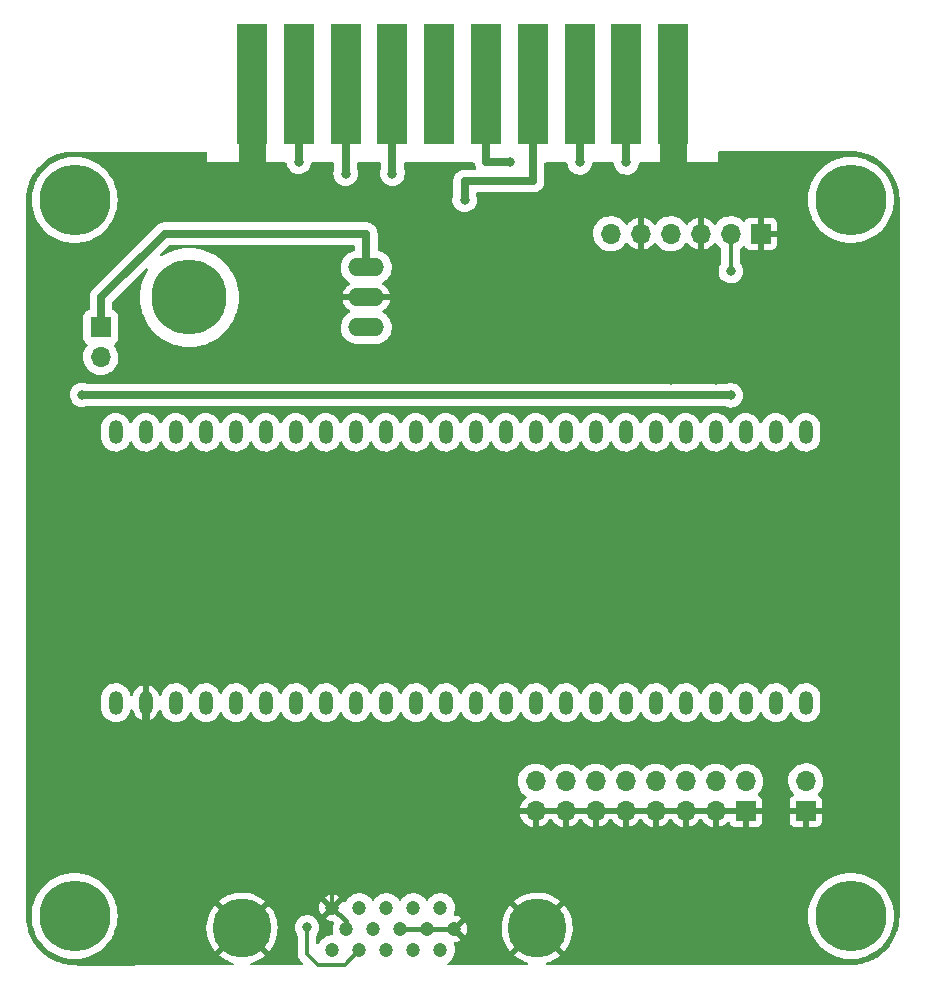
<source format=gbr>
%TF.GenerationSoftware,KiCad,Pcbnew,(6.0.0)*%
%TF.CreationDate,2023-01-29T22:37:32-05:00*%
%TF.ProjectId,TRS-80-M3-VID1,5452532d-3830-42d4-9d33-2d564944312e,rev?*%
%TF.SameCoordinates,Original*%
%TF.FileFunction,Copper,L2,Bot*%
%TF.FilePolarity,Positive*%
%FSLAX46Y46*%
G04 Gerber Fmt 4.6, Leading zero omitted, Abs format (unit mm)*
G04 Created by KiCad (PCBNEW (6.0.0)) date 2023-01-29 22:37:32*
%MOMM*%
%LPD*%
G01*
G04 APERTURE LIST*
%TA.AperFunction,ComponentPad*%
%ADD10C,5.001260*%
%TD*%
%TA.AperFunction,ComponentPad*%
%ADD11C,1.198880*%
%TD*%
%TA.AperFunction,ComponentPad*%
%ADD12C,0.800000*%
%TD*%
%TA.AperFunction,ComponentPad*%
%ADD13C,6.000000*%
%TD*%
%TA.AperFunction,ConnectorPad*%
%ADD14R,2.540000X10.160000*%
%TD*%
%TA.AperFunction,ComponentPad*%
%ADD15R,1.700000X1.700000*%
%TD*%
%TA.AperFunction,ComponentPad*%
%ADD16O,1.700000X1.700000*%
%TD*%
%TA.AperFunction,ComponentPad*%
%ADD17C,6.350000*%
%TD*%
%TA.AperFunction,ComponentPad*%
%ADD18O,3.048000X1.524000*%
%TD*%
%TA.AperFunction,ComponentPad*%
%ADD19O,1.200000X2.000000*%
%TD*%
%TA.AperFunction,ViaPad*%
%ADD20C,0.800000*%
%TD*%
%TA.AperFunction,Conductor*%
%ADD21C,0.635000*%
%TD*%
%TA.AperFunction,Conductor*%
%ADD22C,0.304800*%
%TD*%
%TA.AperFunction,Conductor*%
%ADD23C,2.286000*%
%TD*%
%TA.AperFunction,Conductor*%
%ADD24C,0.250000*%
%TD*%
%TA.AperFunction,Conductor*%
%ADD25C,0.457200*%
%TD*%
G04 APERTURE END LIST*
D10*
%TO.P,J2,0,Case*%
%TO.N,GND*%
X114188240Y-110876080D03*
X139176760Y-110876080D03*
D11*
%TO.P,J2,1*%
%TO.N,Net-(J2-Pad1)*%
X130992880Y-109157100D03*
%TO.P,J2,2*%
%TO.N,Net-(J2-Pad2)*%
X128701800Y-109157100D03*
%TO.P,J2,3*%
%TO.N,Net-(J2-Pad3)*%
X126415800Y-109157100D03*
%TO.P,J2,4*%
%TO.N,unconnected-(J2-Pad4)*%
X124122180Y-109157100D03*
%TO.P,J2,5*%
%TO.N,GND*%
X121833640Y-109157100D03*
%TO.P,J2,6*%
X132138420Y-110921800D03*
%TO.P,J2,7*%
X129844800Y-110921800D03*
%TO.P,J2,8*%
X127546100Y-110921800D03*
%TO.P,J2,9*%
%TO.N,unconnected-(J2-Pad9)*%
X125247400Y-110921800D03*
%TO.P,J2,10*%
%TO.N,GND*%
X122974100Y-110921800D03*
%TO.P,J2,11*%
%TO.N,unconnected-(J2-Pad11)*%
X130992880Y-112713100D03*
%TO.P,J2,12*%
%TO.N,unconnected-(J2-Pad12)*%
X128701800Y-112713100D03*
%TO.P,J2,13*%
%TO.N,Net-(J2-Pad13)*%
X126413260Y-112713100D03*
%TO.P,J2,14*%
%TO.N,Net-(J2-Pad14)*%
X124122180Y-112713100D03*
%TO.P,J2,15*%
%TO.N,unconnected-(J2-Pad15)*%
X121831100Y-112713100D03*
%TD*%
D12*
%TO.P,H3,1*%
%TO.N,N/C*%
X165735000Y-107605000D03*
X164144010Y-111445990D03*
X165735000Y-112105000D03*
X164144010Y-108264010D03*
D13*
X165735000Y-109855000D03*
D12*
X167325990Y-111445990D03*
X167985000Y-109855000D03*
X163485000Y-109855000D03*
X167325990Y-108264010D03*
%TD*%
D14*
%TO.P,J1,1,Pin_1*%
%TO.N,GND*%
X115042950Y-39370000D03*
%TO.P,J1,2,Pin_2*%
%TO.N,VIDEO2*%
X119005350Y-39370000D03*
%TO.P,J1,3,Pin_3*%
%TO.N,WIPER*%
X122967750Y-39370000D03*
%TO.P,J1,4,Pin_4*%
%TO.N,POT*%
X126930150Y-39370000D03*
%TO.P,J1,5,Pin_5*%
%TO.N,unconnected-(J1-Pad5)*%
X130892550Y-39370000D03*
%TO.P,J1,6,Pin_6*%
%TO.N,HSYNC*%
X134854950Y-39370000D03*
%TO.P,J1,7,Pin_7*%
%TO.N,+12V*%
X138817350Y-39370000D03*
%TO.P,J1,8,Pin_8*%
%TO.N,VIDEO*%
X142779750Y-39370000D03*
%TO.P,J1,9,Pin_9*%
%TO.N,VSYNC*%
X146742150Y-39370000D03*
%TO.P,J1,10,Pin_10*%
%TO.N,GND*%
X150704550Y-39370000D03*
%TD*%
D15*
%TO.P,J3,1,Pin_1*%
%TO.N,GND*%
X161925000Y-100950010D03*
D16*
%TO.P,J3,2,Pin_2*%
%TO.N,Net-(J3-Pad2)*%
X161925000Y-98410010D03*
%TD*%
D15*
%TO.P,J4,1,Pin_1*%
%TO.N,GND*%
X156830000Y-100965010D03*
D16*
%TO.P,J4,2,Pin_2*%
%TO.N,Net-(J4-Pad2)*%
X156830000Y-98425010D03*
%TO.P,J4,3,Pin_3*%
%TO.N,GND*%
X154290000Y-100965010D03*
%TO.P,J4,4,Pin_4*%
%TO.N,Net-(J4-Pad4)*%
X154290000Y-98425010D03*
%TO.P,J4,5,Pin_5*%
%TO.N,GND*%
X151750000Y-100965010D03*
%TO.P,J4,6,Pin_6*%
%TO.N,Net-(J4-Pad6)*%
X151750000Y-98425010D03*
%TO.P,J4,7,Pin_7*%
%TO.N,GND*%
X149210000Y-100965010D03*
%TO.P,J4,8,Pin_8*%
%TO.N,Net-(J4-Pad8)*%
X149210000Y-98425010D03*
%TO.P,J4,9,Pin_9*%
%TO.N,GND*%
X146670000Y-100965010D03*
%TO.P,J4,10,Pin_10*%
%TO.N,Net-(J4-Pad10)*%
X146670000Y-98425010D03*
%TO.P,J4,11,Pin_11*%
%TO.N,GND*%
X144130000Y-100965010D03*
%TO.P,J4,12,Pin_12*%
%TO.N,Net-(J4-Pad12)*%
X144130000Y-98425010D03*
%TO.P,J4,13,Pin_13*%
%TO.N,GND*%
X141590000Y-100965010D03*
%TO.P,J4,14,Pin_14*%
%TO.N,Net-(J4-Pad14)*%
X141590000Y-98425010D03*
%TO.P,J4,15,Pin_15*%
%TO.N,GND*%
X139050000Y-100965010D03*
%TO.P,J4,16,Pin_16*%
%TO.N,Net-(J4-Pad16)*%
X139050000Y-98425010D03*
%TD*%
D12*
%TO.P,H1,1*%
%TO.N,N/C*%
X102265990Y-49215990D03*
X101606980Y-50806980D03*
X100015990Y-46965990D03*
X98425000Y-50806980D03*
X97765990Y-49215990D03*
X98425000Y-47625000D03*
X101606980Y-47625000D03*
X100015990Y-51465990D03*
D13*
X100015990Y-49215990D03*
%TD*%
D12*
%TO.P,H2,1*%
%TO.N,N/C*%
X101603490Y-111445990D03*
D13*
X100012500Y-109855000D03*
D12*
X100012500Y-112105000D03*
X101603490Y-108264010D03*
X100012500Y-107605000D03*
X102262500Y-109855000D03*
X97762500Y-109855000D03*
X98421510Y-111445990D03*
X98421510Y-108264010D03*
%TD*%
D17*
%TO.P,U3,*%
%TO.N,*%
X109728000Y-57467500D03*
D18*
%TO.P,U3,GND*%
%TO.N,GND*%
X124714000Y-57467500D03*
%TO.P,U3,IN*%
%TO.N,+12V*%
X124714000Y-60007500D03*
%TO.P,U3,OUT*%
%TO.N,+5V*%
X124714000Y-54927500D03*
%TD*%
D12*
%TO.P,H4,1*%
%TO.N,N/C*%
X164144010Y-50803490D03*
X167325990Y-47621510D03*
X164144010Y-47621510D03*
X165735000Y-46962500D03*
D13*
X165735000Y-49212500D03*
D12*
X163485000Y-49212500D03*
X165735000Y-51462500D03*
X167985000Y-49212500D03*
X167325990Y-50803490D03*
%TD*%
D15*
%TO.P,J6,1,Pin_1*%
%TO.N,GND*%
X158115000Y-52070000D03*
D16*
%TO.P,J6,2,Pin_2*%
%TO.N,Net-(R8-Pad1)*%
X155575000Y-52070000D03*
%TO.P,J6,3,Pin_3*%
%TO.N,GND*%
X153035000Y-52070000D03*
%TO.P,J6,4,Pin_4*%
%TO.N,VSYNC*%
X150495000Y-52070000D03*
%TO.P,J6,5,Pin_5*%
%TO.N,GND*%
X147955000Y-52070000D03*
%TO.P,J6,6,Pin_6*%
%TO.N,HSYNC*%
X145415000Y-52070000D03*
%TD*%
D15*
%TO.P,J5,1,Pin_1*%
%TO.N,+5V*%
X102235000Y-60002500D03*
D16*
%TO.P,J5,2,Pin_2*%
%TO.N,Net-(J5-Pad2)*%
X102235000Y-62542500D03*
%TD*%
D19*
%TO.P,U1,1,Pad_38*%
%TO.N,unconnected-(U1-Pad1)*%
X161925000Y-68877500D03*
%TO.P,U1,2,Pad_37*%
%TO.N,unconnected-(U1-Pad2)*%
X159385000Y-68877500D03*
%TO.P,U1,3,Pad_36*%
%TO.N,unconnected-(U1-Pad3)*%
X156845000Y-68877500D03*
%TO.P,U1,4,Pad_39*%
%TO.N,unconnected-(U1-Pad4)*%
X154305000Y-68877500D03*
%TO.P,U1,5,Pad_25*%
%TO.N,VSYNCX*%
X151765000Y-68877500D03*
%TO.P,U1,6,Pad_26*%
%TO.N,VIDEOX*%
X149225000Y-68877500D03*
%TO.P,U1,7,Pad_27*%
%TO.N,HSYNCX*%
X146685000Y-68877500D03*
%TO.P,U1,8,Pad_28*%
%TO.N,unconnected-(U1-Pad8)*%
X144145000Y-68877500D03*
%TO.P,U1,9,Pad_29*%
%TO.N,Net-(R6-Pad1)*%
X141605000Y-68877500D03*
%TO.P,U1,10,Pad_30*%
%TO.N,Net-(R7-Pad1)*%
X139065000Y-68877500D03*
%TO.P,U1,11,Pad_33*%
%TO.N,unconnected-(U1-Pad11)*%
X136525000Y-68877500D03*
%TO.P,U1,12,Pad_34*%
%TO.N,unconnected-(U1-Pad12)*%
X133985000Y-68877500D03*
%TO.P,U1,13,Pad_40*%
%TO.N,unconnected-(U1-Pad13)*%
X131445000Y-68877500D03*
%TO.P,U1,14,Pad_35*%
%TO.N,unconnected-(U1-Pad14)*%
X128905000Y-68877500D03*
%TO.P,U1,15,Pad_41*%
%TO.N,unconnected-(U1-Pad15)*%
X126365000Y-68877500D03*
%TO.P,U1,16,Pad_42*%
%TO.N,unconnected-(U1-Pad16)*%
X123825000Y-68877500D03*
%TO.P,U1,17,Pad_51*%
%TO.N,unconnected-(U1-Pad17)*%
X121285000Y-68877500D03*
%TO.P,U1,18,Pad_53*%
%TO.N,unconnected-(U1-Pad18)*%
X118745000Y-68877500D03*
%TO.P,U1,19,Pad_54*%
%TO.N,unconnected-(U1-Pad19)*%
X116205000Y-68877500D03*
%TO.P,U1,20,Pad_55*%
%TO.N,unconnected-(U1-Pad20)*%
X113665000Y-68877500D03*
%TO.P,U1,21,Pad_56*%
%TO.N,unconnected-(U1-Pad21)*%
X111125000Y-68877500D03*
%TO.P,U1,22,Pad_57*%
%TO.N,VGA_VSYNC*%
X108585000Y-68877500D03*
%TO.P,U1,23,Pad_68*%
%TO.N,unconnected-(U1-Pad23)*%
X106045000Y-68877500D03*
%TO.P,U1,24,Pad_69*%
%TO.N,unconnected-(U1-Pad24)*%
X103505000Y-68877500D03*
%TO.P,U1,25,3V3*%
%TO.N,+3V3*%
X103505000Y-91777500D03*
%TO.P,U1,26,GND*%
%TO.N,GND*%
X106045000Y-91777500D03*
%TO.P,U1,27,Pad_32*%
%TO.N,VGA_HSYNC*%
X108585000Y-91777500D03*
%TO.P,U1,28,Pad_31*%
%TO.N,VGA_BLUE*%
X111125000Y-91777500D03*
%TO.P,U1,29,Pad_49*%
%TO.N,VGA_GREEN*%
X113665000Y-91777500D03*
%TO.P,U1,30,Pad_48*%
%TO.N,VGA_RED*%
X116205000Y-91777500D03*
%TO.P,U1,31,5V*%
%TO.N,Net-(J5-Pad2)*%
X118745000Y-91777500D03*
%TO.P,U1,32,Pad_70*%
%TO.N,unconnected-(U1-Pad32)*%
X121285000Y-91777500D03*
%TO.P,U1,33,Pad_71*%
%TO.N,unconnected-(U1-Pad33)*%
X123825000Y-91777500D03*
%TO.P,U1,34,Pad_72*%
%TO.N,unconnected-(U1-Pad34)*%
X126365000Y-91777500D03*
%TO.P,U1,35,Pad_73*%
%TO.N,unconnected-(U1-Pad35)*%
X128905000Y-91777500D03*
%TO.P,U1,36,Pad_74*%
%TO.N,unconnected-(U1-Pad36)*%
X131445000Y-91777500D03*
%TO.P,U1,37,Pad_75*%
%TO.N,unconnected-(U1-Pad37)*%
X133985000Y-91777500D03*
%TO.P,U1,38,Pad_76*%
%TO.N,unconnected-(U1-Pad38)*%
X136525000Y-91777500D03*
%TO.P,U1,39,Pad_77*%
%TO.N,unconnected-(U1-Pad39)*%
X139065000Y-91777500D03*
%TO.P,U1,40,Pad_79*%
%TO.N,Net-(J4-Pad16)*%
X141605000Y-91777500D03*
%TO.P,U1,41,Pad_80*%
%TO.N,Net-(J4-Pad14)*%
X144145000Y-91777500D03*
%TO.P,U1,42,Pad_81*%
%TO.N,Net-(J4-Pad12)*%
X146685000Y-91777500D03*
%TO.P,U1,43,Pad_82*%
%TO.N,Net-(J4-Pad10)*%
X149225000Y-91777500D03*
%TO.P,U1,44,Pad_83*%
%TO.N,Net-(J4-Pad8)*%
X151765000Y-91777500D03*
%TO.P,U1,45,Pad_84*%
%TO.N,Net-(J4-Pad6)*%
X154305000Y-91777500D03*
%TO.P,U1,46,Pad_85*%
%TO.N,Net-(J4-Pad4)*%
X156845000Y-91777500D03*
%TO.P,U1,47,Pad_86*%
%TO.N,Net-(J4-Pad2)*%
X159385000Y-91777500D03*
%TO.P,U1,48,Pad_63*%
%TO.N,Net-(J3-Pad2)*%
X161925000Y-91777500D03*
%TD*%
D20*
%TO.N,GND*%
X147955000Y-55880000D03*
X130810000Y-57467500D03*
X150495000Y-64452500D03*
X137795000Y-52102500D03*
X154305000Y-64452500D03*
X150495000Y-59690000D03*
X159385000Y-59055000D03*
%TO.N,+3V3*%
X100647500Y-65722500D03*
X155575000Y-65755000D03*
%TO.N,Net-(J2-Pad14)*%
X119697500Y-110807500D03*
%TO.N,VIDEO2*%
X119005350Y-45980350D03*
%TO.N,Net-(R8-Pad1)*%
X155575000Y-55245000D03*
%TO.N,VSYNC*%
X146742150Y-46037500D03*
%TO.N,VIDEO*%
X142779750Y-46037500D03*
%TO.N,HSYNC*%
X136842500Y-46037500D03*
%TO.N,+12V*%
X133032500Y-49212500D03*
%TO.N,WIPER*%
X122967750Y-46990000D03*
%TO.N,POT*%
X126930150Y-46990000D03*
%TD*%
D21*
%TO.N,+5V*%
X102235000Y-60002496D02*
X102235000Y-57467500D01*
X102235000Y-57467500D02*
X107632500Y-52070000D01*
X107632500Y-52070000D02*
X124714000Y-52070000D01*
X124714000Y-52070000D02*
X124714000Y-54927500D01*
D22*
%TO.N,GND*%
X147955000Y-52070000D02*
X147955000Y-47625000D01*
D21*
X153035000Y-47625000D02*
X154940000Y-47625000D01*
D22*
X158115000Y-53975000D02*
X159385000Y-55245000D01*
D21*
X133350000Y-106362500D02*
X161925000Y-106362500D01*
D22*
X111252000Y-107939840D02*
X111252000Y-106362500D01*
X147955000Y-59055000D02*
X147955000Y-55880000D01*
X150495000Y-59690000D02*
X150495000Y-59055000D01*
X153035000Y-52070000D02*
X153035000Y-47625000D01*
D21*
X140906500Y-49276000D02*
X140906500Y-47688500D01*
D22*
X137795000Y-49339500D02*
X137858500Y-49276000D01*
D21*
X103251000Y-103568500D02*
X106045000Y-106362500D01*
D22*
X161925000Y-100950010D02*
X161925000Y-106045000D01*
D21*
X106045000Y-106362500D02*
X133350000Y-106362500D01*
X140970000Y-47625000D02*
X144780000Y-47625000D01*
D22*
X154305000Y-64452500D02*
X154305000Y-59055000D01*
X158115000Y-52070000D02*
X158115000Y-47625000D01*
X133350000Y-109710220D02*
X133350000Y-106362500D01*
D21*
X107315000Y-48577500D02*
X130810000Y-48577500D01*
X103251000Y-103505000D02*
X97472500Y-97726500D01*
X147955000Y-47625000D02*
X153035000Y-47625000D01*
D22*
X142240000Y-107823000D02*
X142240000Y-106362500D01*
X137795000Y-52102500D02*
X137795000Y-49339500D01*
X139049989Y-100965021D02*
X139049989Y-106029989D01*
D23*
X115042950Y-39370000D02*
X115042950Y-48260000D01*
D22*
X159385000Y-59055000D02*
X150495000Y-59055000D01*
X121833640Y-109157100D02*
X121833640Y-106362500D01*
X156829989Y-100965000D02*
X139049989Y-100965000D01*
D21*
X97472500Y-58420000D02*
X107315000Y-48577500D01*
X144780000Y-47625000D02*
X147955000Y-47625000D01*
D22*
X150495000Y-64452500D02*
X150495000Y-59690000D01*
D21*
X154940000Y-47625000D02*
X158115000Y-47625000D01*
D24*
X142229840Y-107823000D02*
X142240000Y-107823000D01*
D21*
X106045000Y-91777490D02*
X106045000Y-106362500D01*
D25*
X127546100Y-110921800D02*
X132138420Y-110921800D01*
X122974100Y-110921800D02*
X122974100Y-110297570D01*
D21*
X134620000Y-50800000D02*
X130810000Y-50800000D01*
D22*
X140970000Y-47625000D02*
X141605000Y-47625000D01*
X150495000Y-59055000D02*
X147955000Y-59055000D01*
X159385000Y-59055000D02*
X159385000Y-55245000D01*
D21*
X97472500Y-97726500D02*
X97472500Y-58420000D01*
D24*
X139050000Y-105077500D02*
X139065000Y-105092500D01*
D21*
X134620000Y-49276000D02*
X134620000Y-50800000D01*
X140906500Y-49276000D02*
X137858500Y-49276000D01*
D23*
X150704550Y-47307500D02*
X150704550Y-39370000D01*
D21*
X130810000Y-48577500D02*
X130810000Y-50800000D01*
X137858500Y-49276000D02*
X134683500Y-49276000D01*
D22*
X158115000Y-52070000D02*
X158115000Y-53975000D01*
X132138420Y-110921800D02*
X133350000Y-109710220D01*
D21*
X140906500Y-47688500D02*
X140970000Y-47625000D01*
D24*
X139176760Y-110876080D02*
X142229840Y-107823000D01*
D22*
X140970000Y-49339500D02*
X140906500Y-49276000D01*
D21*
X130810000Y-50800000D02*
X130810000Y-57467500D01*
D25*
X122974100Y-110297570D02*
X121833640Y-109157110D01*
D24*
X114188240Y-110876080D02*
X111252000Y-107939840D01*
D21*
%TO.N,+3V3*%
X155567500Y-65722500D02*
X100647500Y-65722500D01*
D22*
%TO.N,Net-(J2-Pad14)*%
X119697500Y-113030000D02*
X119697500Y-110807500D01*
X122872500Y-113962780D02*
X122872500Y-113982500D01*
X124122180Y-112713100D02*
X122872500Y-113962780D01*
X122872500Y-113982500D02*
X120650000Y-113982500D01*
X120650000Y-113982500D02*
X119697500Y-113030000D01*
D21*
%TO.N,VIDEO2*%
X119005350Y-39370000D02*
X119005350Y-45980350D01*
D22*
%TO.N,Net-(R8-Pad1)*%
X155575000Y-52070000D02*
X155575000Y-55245000D01*
D21*
%TO.N,VSYNC*%
X146742150Y-46037500D02*
X146742150Y-39370000D01*
%TO.N,VIDEO*%
X142779750Y-39370000D02*
X142779750Y-46037500D01*
%TO.N,HSYNC*%
X134854950Y-46037500D02*
X134854950Y-39370000D01*
X136842500Y-46037500D02*
X134937500Y-46037500D01*
%TO.N,+12V*%
X138817350Y-39370000D02*
X138817350Y-47625000D01*
X133032500Y-47625000D02*
X138747500Y-47625000D01*
X133032500Y-47625000D02*
X133032500Y-49212500D01*
%TO.N,WIPER*%
X122967750Y-39370000D02*
X122967750Y-46990000D01*
%TO.N,POT*%
X126930150Y-39370000D02*
X126930150Y-46990000D01*
%TD*%
%TA.AperFunction,Conductor*%
%TO.N,GND*%
G36*
X165701329Y-45086078D02*
G01*
X165720771Y-45088638D01*
X165720775Y-45088638D01*
X165728302Y-45089629D01*
X165750032Y-45087230D01*
X165769674Y-45086603D01*
X166110020Y-45102338D01*
X166121609Y-45103412D01*
X166487662Y-45154475D01*
X166499102Y-45156614D01*
X166858883Y-45241233D01*
X166870059Y-45244413D01*
X167013327Y-45292432D01*
X167220501Y-45361870D01*
X167231353Y-45366074D01*
X167569460Y-45515363D01*
X167579865Y-45520543D01*
X167902772Y-45700401D01*
X167912649Y-45706517D01*
X168217568Y-45915392D01*
X168226856Y-45922406D01*
X168511204Y-46158525D01*
X168519804Y-46166366D01*
X168781134Y-46427696D01*
X168788975Y-46436296D01*
X169025094Y-46720644D01*
X169032108Y-46729932D01*
X169178488Y-46943619D01*
X169223447Y-47009251D01*
X169240983Y-47034851D01*
X169247099Y-47044728D01*
X169426957Y-47367635D01*
X169432137Y-47378040D01*
X169581426Y-47716147D01*
X169585630Y-47726999D01*
X169624984Y-47844414D01*
X169687281Y-48030282D01*
X169703084Y-48077432D01*
X169706267Y-48088617D01*
X169775727Y-48383946D01*
X169790886Y-48448398D01*
X169793025Y-48459838D01*
X169844088Y-48825891D01*
X169845162Y-48837480D01*
X169860551Y-49170347D01*
X169859607Y-49192609D01*
X169858902Y-49197972D01*
X169857871Y-49205802D01*
X169860540Y-49229976D01*
X169861739Y-49240837D01*
X169862500Y-49254664D01*
X169862500Y-109804883D01*
X169861422Y-109821329D01*
X169857871Y-109848302D01*
X169859634Y-109864271D01*
X169860270Y-109870029D01*
X169860897Y-109889674D01*
X169856133Y-109992715D01*
X169845162Y-110230020D01*
X169844088Y-110241609D01*
X169793025Y-110607662D01*
X169790886Y-110619102D01*
X169706875Y-110976298D01*
X169706269Y-110978874D01*
X169703087Y-110990059D01*
X169665774Y-111101386D01*
X169585630Y-111340501D01*
X169581426Y-111351353D01*
X169432137Y-111689460D01*
X169426957Y-111699865D01*
X169247099Y-112022772D01*
X169240983Y-112032649D01*
X169032108Y-112337568D01*
X169025094Y-112346856D01*
X168788975Y-112631204D01*
X168781134Y-112639804D01*
X168519804Y-112901134D01*
X168511204Y-112908975D01*
X168226856Y-113145094D01*
X168217568Y-113152108D01*
X167912649Y-113360983D01*
X167902772Y-113367099D01*
X167579865Y-113546957D01*
X167569460Y-113552137D01*
X167231353Y-113701426D01*
X167220501Y-113705630D01*
X167060710Y-113759187D01*
X166870059Y-113823087D01*
X166858883Y-113826267D01*
X166649338Y-113875551D01*
X166499102Y-113910886D01*
X166487661Y-113913025D01*
X166186156Y-113955084D01*
X166121609Y-113964088D01*
X166110020Y-113965162D01*
X165777153Y-113980551D01*
X165754891Y-113979607D01*
X165749235Y-113978863D01*
X165749232Y-113978863D01*
X165741698Y-113977871D01*
X165721436Y-113980108D01*
X165706318Y-113981777D01*
X165692605Y-113982538D01*
X140074616Y-114005617D01*
X140006477Y-113985676D01*
X139959936Y-113932063D01*
X139949768Y-113861798D01*
X139979203Y-113797190D01*
X140037453Y-113759187D01*
X140223784Y-113701864D01*
X140230596Y-113699330D01*
X140541641Y-113562791D01*
X140548096Y-113559502D01*
X140841392Y-113388114D01*
X140847441Y-113384095D01*
X141106039Y-113189935D01*
X141114493Y-113178608D01*
X141107748Y-113166278D01*
X139189572Y-111248102D01*
X139175628Y-111240488D01*
X139173795Y-111240619D01*
X139167180Y-111244870D01*
X137247788Y-113164262D01*
X137240174Y-113178206D01*
X137240192Y-113178459D01*
X137246106Y-113187201D01*
X137277474Y-113215744D01*
X137283111Y-113220308D01*
X137558966Y-113418531D01*
X137565104Y-113422426D01*
X137861920Y-113587632D01*
X137868440Y-113590784D01*
X138182290Y-113720784D01*
X138189141Y-113723170D01*
X138318612Y-113760051D01*
X138378647Y-113797950D01*
X138408661Y-113862290D01*
X138399126Y-113932643D01*
X138353069Y-113986673D01*
X138284207Y-114007230D01*
X131688970Y-114013172D01*
X131620833Y-113993231D01*
X131574292Y-113939618D01*
X131564124Y-113869353D01*
X131593559Y-113804745D01*
X131616587Y-113783959D01*
X131785205Y-113665891D01*
X131785208Y-113665889D01*
X131789716Y-113662732D01*
X131942512Y-113509936D01*
X132066454Y-113332928D01*
X132157777Y-113137088D01*
X132213704Y-112928364D01*
X132232537Y-112713100D01*
X132213704Y-112497836D01*
X132157777Y-112289112D01*
X132119773Y-112207613D01*
X132109111Y-112137422D01*
X132138090Y-112072609D01*
X132197510Y-112033753D01*
X132215887Y-112029667D01*
X132392340Y-112004083D01*
X132403523Y-112001398D01*
X132585314Y-111939689D01*
X132595829Y-111935007D01*
X132706038Y-111873287D01*
X132715902Y-111863210D01*
X132712946Y-111855536D01*
X131868305Y-111010895D01*
X131834279Y-110948583D01*
X131836114Y-110922932D01*
X132502828Y-110922932D01*
X132502959Y-110924766D01*
X132507210Y-110931380D01*
X133068247Y-111492416D01*
X133080622Y-111499173D01*
X133087202Y-111494247D01*
X133151627Y-111379209D01*
X133156309Y-111368694D01*
X133218018Y-111186903D01*
X133220703Y-111175720D01*
X133248547Y-110983681D01*
X133249177Y-110976298D01*
X133250507Y-110925504D01*
X133250264Y-110918105D01*
X133238038Y-110785047D01*
X136164613Y-110785047D01*
X136173506Y-111124635D01*
X136174112Y-111131856D01*
X136221977Y-111468172D01*
X136223408Y-111475274D01*
X136309614Y-111803870D01*
X136311850Y-111810750D01*
X136435251Y-112127255D01*
X136438266Y-112133842D01*
X136597230Y-112434074D01*
X136600976Y-112440259D01*
X136793390Y-112720224D01*
X136797835Y-112725953D01*
X136865057Y-112803012D01*
X136878229Y-112811416D01*
X136888084Y-112805546D01*
X138804738Y-110888892D01*
X138811116Y-110877212D01*
X139541168Y-110877212D01*
X139541299Y-110879045D01*
X139545550Y-110885660D01*
X141463474Y-112803584D01*
X141476828Y-112810876D01*
X141486800Y-112803822D01*
X141593912Y-112675717D01*
X141598222Y-112669914D01*
X141784739Y-112385970D01*
X141788353Y-112379708D01*
X141940997Y-112076212D01*
X141943869Y-112069574D01*
X142060614Y-111750555D01*
X142062709Y-111743614D01*
X142142012Y-111413294D01*
X142143296Y-111406155D01*
X142184206Y-111068093D01*
X142184630Y-111062523D01*
X142190401Y-110878877D01*
X142190328Y-110873284D01*
X142170725Y-110533311D01*
X142169893Y-110526121D01*
X142111487Y-110191465D01*
X142109832Y-110184410D01*
X142013352Y-109858702D01*
X142012020Y-109855000D01*
X162094511Y-109855000D01*
X162114454Y-110235535D01*
X162114967Y-110238775D01*
X162114968Y-110238783D01*
X162137006Y-110377924D01*
X162174064Y-110611900D01*
X162272689Y-110979973D01*
X162352122Y-111186903D01*
X162396975Y-111303747D01*
X162409248Y-111335720D01*
X162410740Y-111338648D01*
X162410743Y-111338655D01*
X162448090Y-111411952D01*
X162582244Y-111675244D01*
X162789783Y-111994826D01*
X163029589Y-112290963D01*
X163299037Y-112560411D01*
X163595174Y-112800217D01*
X163914755Y-113007756D01*
X164091269Y-113097694D01*
X164251345Y-113179257D01*
X164251352Y-113179260D01*
X164254280Y-113180752D01*
X164257352Y-113181931D01*
X164257356Y-113181933D01*
X164386719Y-113231591D01*
X164610027Y-113317311D01*
X164978100Y-113415936D01*
X165149608Y-113443100D01*
X165351217Y-113475032D01*
X165351225Y-113475033D01*
X165354465Y-113475546D01*
X165735000Y-113495489D01*
X166115535Y-113475546D01*
X166118775Y-113475033D01*
X166118783Y-113475032D01*
X166320392Y-113443100D01*
X166491900Y-113415936D01*
X166859973Y-113317311D01*
X167083281Y-113231591D01*
X167212644Y-113181933D01*
X167212648Y-113181931D01*
X167215720Y-113180752D01*
X167218648Y-113179260D01*
X167218655Y-113179257D01*
X167378731Y-113097694D01*
X167555245Y-113007756D01*
X167874826Y-112800217D01*
X168170963Y-112560411D01*
X168440411Y-112290963D01*
X168680217Y-111994826D01*
X168887756Y-111675244D01*
X169021910Y-111411952D01*
X169059257Y-111338655D01*
X169059260Y-111338648D01*
X169060752Y-111335720D01*
X169073026Y-111303747D01*
X169117878Y-111186903D01*
X169197311Y-110979973D01*
X169295936Y-110611900D01*
X169332994Y-110377924D01*
X169355032Y-110238783D01*
X169355033Y-110238775D01*
X169355546Y-110235535D01*
X169375489Y-109855000D01*
X169355546Y-109474465D01*
X169352500Y-109455229D01*
X169318068Y-109237837D01*
X169295936Y-109098100D01*
X169197311Y-108730027D01*
X169060752Y-108374280D01*
X169055910Y-108364776D01*
X168974933Y-108205850D01*
X168887756Y-108034756D01*
X168680217Y-107715174D01*
X168440411Y-107419037D01*
X168170963Y-107149589D01*
X167874826Y-106909783D01*
X167555245Y-106702244D01*
X167378731Y-106612306D01*
X167218655Y-106530743D01*
X167218648Y-106530740D01*
X167215720Y-106529248D01*
X167212648Y-106528069D01*
X167212644Y-106528067D01*
X167083281Y-106478409D01*
X166859973Y-106392689D01*
X166491900Y-106294064D01*
X166291830Y-106262376D01*
X166118783Y-106234968D01*
X166118775Y-106234967D01*
X166115535Y-106234454D01*
X165735000Y-106214511D01*
X165354465Y-106234454D01*
X165351225Y-106234967D01*
X165351217Y-106234968D01*
X165178170Y-106262376D01*
X164978100Y-106294064D01*
X164610027Y-106392689D01*
X164386719Y-106478409D01*
X164257356Y-106528067D01*
X164257352Y-106528069D01*
X164254280Y-106529248D01*
X164251352Y-106530740D01*
X164251345Y-106530743D01*
X164091208Y-106612337D01*
X163914756Y-106702244D01*
X163595174Y-106909783D01*
X163299037Y-107149589D01*
X163029589Y-107419037D01*
X162789783Y-107715174D01*
X162582244Y-108034756D01*
X162495067Y-108205850D01*
X162414091Y-108364776D01*
X162409248Y-108374280D01*
X162272689Y-108730027D01*
X162174064Y-109098100D01*
X162151932Y-109237837D01*
X162117501Y-109455229D01*
X162114454Y-109474465D01*
X162094511Y-109855000D01*
X142012020Y-109855000D01*
X142010896Y-109851877D01*
X141877615Y-109539404D01*
X141874394Y-109532916D01*
X141706083Y-109237837D01*
X141702142Y-109231767D01*
X141501024Y-108957978D01*
X141496412Y-108952403D01*
X141491034Y-108946616D01*
X141477384Y-108938500D01*
X141476775Y-108938521D01*
X141468297Y-108943753D01*
X139548782Y-110863268D01*
X139541168Y-110877212D01*
X138811116Y-110877212D01*
X138812352Y-110874948D01*
X138812221Y-110873115D01*
X138807970Y-110866500D01*
X136888686Y-108947216D01*
X136875893Y-108940230D01*
X136865140Y-108948093D01*
X136704276Y-109153251D01*
X136700144Y-109159196D01*
X136522644Y-109448850D01*
X136519223Y-109455229D01*
X136376190Y-109763369D01*
X136373530Y-109770088D01*
X136266860Y-110092625D01*
X136264984Y-110099628D01*
X136196096Y-110432275D01*
X136195039Y-110439436D01*
X136164841Y-110777795D01*
X136164613Y-110785047D01*
X133238038Y-110785047D01*
X133232509Y-110724878D01*
X133230411Y-110713557D01*
X133178302Y-110528793D01*
X133174177Y-110518046D01*
X133090139Y-110347632D01*
X133082887Y-110342190D01*
X133070471Y-110348960D01*
X132510441Y-110908989D01*
X132502828Y-110922932D01*
X131836114Y-110922932D01*
X131839344Y-110877768D01*
X131868305Y-110832705D01*
X132138420Y-110562590D01*
X132708294Y-109992715D01*
X132715054Y-109980335D01*
X132709024Y-109972280D01*
X132648224Y-109933918D01*
X132637977Y-109928697D01*
X132459661Y-109857556D01*
X132448633Y-109854289D01*
X132260343Y-109816836D01*
X132248898Y-109815634D01*
X132244564Y-109815577D01*
X132176710Y-109794688D01*
X132130921Y-109740431D01*
X132121735Y-109670031D01*
X132132013Y-109636338D01*
X132155453Y-109586071D01*
X132157777Y-109581088D01*
X132213704Y-109372364D01*
X132232537Y-109157100D01*
X132213704Y-108941836D01*
X132157777Y-108733112D01*
X132084831Y-108576680D01*
X137241443Y-108576680D01*
X137247838Y-108587948D01*
X139163948Y-110504058D01*
X139177892Y-110511672D01*
X139179725Y-110511541D01*
X139186340Y-110507290D01*
X141104281Y-108589349D01*
X141111673Y-108575812D01*
X141104885Y-108566111D01*
X141001614Y-108477909D01*
X140995855Y-108473537D01*
X140713877Y-108284056D01*
X140707656Y-108280376D01*
X140405774Y-108124564D01*
X140399163Y-108121620D01*
X140081385Y-108001542D01*
X140074467Y-107999374D01*
X139744999Y-107916617D01*
X139737874Y-107915258D01*
X139401084Y-107870918D01*
X139393842Y-107870387D01*
X139054200Y-107865052D01*
X139046938Y-107865356D01*
X138708917Y-107899095D01*
X138701769Y-107900227D01*
X138369854Y-107972596D01*
X138362876Y-107974544D01*
X138041481Y-108084582D01*
X138034774Y-108087319D01*
X137728163Y-108233566D01*
X137721806Y-108237061D01*
X137434049Y-108417571D01*
X137428121Y-108421783D01*
X137249913Y-108564554D01*
X137241443Y-108576680D01*
X132084831Y-108576680D01*
X132066454Y-108537272D01*
X131942512Y-108360264D01*
X131789716Y-108207468D01*
X131785208Y-108204311D01*
X131785205Y-108204309D01*
X131671317Y-108124564D01*
X131612709Y-108083526D01*
X131607727Y-108081203D01*
X131607722Y-108081200D01*
X131421850Y-107994526D01*
X131421848Y-107994525D01*
X131416868Y-107992203D01*
X131411560Y-107990781D01*
X131411558Y-107990780D01*
X131213459Y-107937700D01*
X131213457Y-107937700D01*
X131208144Y-107936276D01*
X130992880Y-107917443D01*
X130777616Y-107936276D01*
X130772303Y-107937700D01*
X130772301Y-107937700D01*
X130714215Y-107953264D01*
X130568892Y-107992203D01*
X130373052Y-108083526D01*
X130196044Y-108207468D01*
X130043248Y-108360264D01*
X129950553Y-108492647D01*
X129895096Y-108536976D01*
X129824477Y-108544285D01*
X129761116Y-108512255D01*
X129744127Y-108492647D01*
X129651432Y-108360264D01*
X129498636Y-108207468D01*
X129494128Y-108204311D01*
X129494125Y-108204309D01*
X129380237Y-108124564D01*
X129321629Y-108083526D01*
X129316647Y-108081203D01*
X129316642Y-108081200D01*
X129130770Y-107994526D01*
X129130768Y-107994525D01*
X129125788Y-107992203D01*
X129120480Y-107990781D01*
X129120478Y-107990780D01*
X128922379Y-107937700D01*
X128922377Y-107937700D01*
X128917064Y-107936276D01*
X128701800Y-107917443D01*
X128486536Y-107936276D01*
X128481223Y-107937700D01*
X128481221Y-107937700D01*
X128423135Y-107953264D01*
X128277812Y-107992203D01*
X128081972Y-108083526D01*
X127904964Y-108207468D01*
X127752168Y-108360264D01*
X127662011Y-108489021D01*
X127606556Y-108533348D01*
X127535937Y-108540657D01*
X127472576Y-108508627D01*
X127455591Y-108489024D01*
X127365432Y-108360264D01*
X127212636Y-108207468D01*
X127208128Y-108204311D01*
X127208125Y-108204309D01*
X127094237Y-108124564D01*
X127035629Y-108083526D01*
X127030647Y-108081203D01*
X127030642Y-108081200D01*
X126844770Y-107994526D01*
X126844768Y-107994525D01*
X126839788Y-107992203D01*
X126834480Y-107990781D01*
X126834478Y-107990780D01*
X126636379Y-107937700D01*
X126636377Y-107937700D01*
X126631064Y-107936276D01*
X126415800Y-107917443D01*
X126200536Y-107936276D01*
X126195223Y-107937700D01*
X126195221Y-107937700D01*
X126137135Y-107953264D01*
X125991812Y-107992203D01*
X125795972Y-108083526D01*
X125618964Y-108207468D01*
X125466168Y-108360264D01*
X125373473Y-108492647D01*
X125372203Y-108494461D01*
X125316746Y-108538789D01*
X125246127Y-108546098D01*
X125182766Y-108514067D01*
X125165777Y-108494461D01*
X125164507Y-108492647D01*
X125071812Y-108360264D01*
X124919016Y-108207468D01*
X124914508Y-108204311D01*
X124914505Y-108204309D01*
X124800617Y-108124564D01*
X124742009Y-108083526D01*
X124737027Y-108081203D01*
X124737022Y-108081200D01*
X124551150Y-107994526D01*
X124551148Y-107994525D01*
X124546168Y-107992203D01*
X124540860Y-107990781D01*
X124540858Y-107990780D01*
X124342759Y-107937700D01*
X124342757Y-107937700D01*
X124337444Y-107936276D01*
X124122180Y-107917443D01*
X123906916Y-107936276D01*
X123901603Y-107937700D01*
X123901601Y-107937700D01*
X123843515Y-107953264D01*
X123698192Y-107992203D01*
X123502352Y-108083526D01*
X123325344Y-108207468D01*
X123172548Y-108360264D01*
X123048606Y-108537272D01*
X123046280Y-108542260D01*
X123020736Y-108597038D01*
X122973819Y-108650323D01*
X122905541Y-108669783D01*
X122837582Y-108649241D01*
X122793535Y-108599513D01*
X122785359Y-108582932D01*
X122778107Y-108577490D01*
X122765691Y-108584260D01*
X121833640Y-109516310D01*
X121263306Y-110086645D01*
X121257111Y-110097991D01*
X121266991Y-110110478D01*
X121298151Y-110131298D01*
X121308256Y-110136785D01*
X121484649Y-110212570D01*
X121495592Y-110216125D01*
X121682834Y-110258494D01*
X121694244Y-110259996D01*
X121863670Y-110266653D01*
X121930953Y-110289314D01*
X121975303Y-110344754D01*
X121982640Y-110415371D01*
X121970232Y-110451223D01*
X121949265Y-110491076D01*
X121944864Y-110501700D01*
X121887933Y-110685047D01*
X121885541Y-110696301D01*
X121862976Y-110886951D01*
X121862675Y-110898452D01*
X121875231Y-111090016D01*
X121877032Y-111101386D01*
X121924287Y-111287455D01*
X121930056Y-111303747D01*
X121928252Y-111304386D01*
X121937343Y-111366077D01*
X121908076Y-111430761D01*
X121848485Y-111469354D01*
X121823545Y-111474104D01*
X121615836Y-111492276D01*
X121610523Y-111493700D01*
X121610521Y-111493700D01*
X121608480Y-111494247D01*
X121407112Y-111548203D01*
X121211272Y-111639526D01*
X121034264Y-111763468D01*
X120881468Y-111916264D01*
X120757526Y-112093272D01*
X120755200Y-112098260D01*
X120725594Y-112161749D01*
X120678677Y-112215034D01*
X120610399Y-112234494D01*
X120542440Y-112213952D01*
X120496374Y-112159928D01*
X120485400Y-112108498D01*
X120485400Y-111526374D01*
X120505402Y-111458253D01*
X120516018Y-111444044D01*
X120543719Y-111411952D01*
X120543725Y-111411944D01*
X120547747Y-111407284D01*
X120648053Y-111230714D01*
X120712153Y-111038023D01*
X120737604Y-110836553D01*
X120738010Y-110807500D01*
X120718194Y-110605397D01*
X120659499Y-110410992D01*
X120579213Y-110259996D01*
X120567057Y-110237133D01*
X120567055Y-110237130D01*
X120564163Y-110231691D01*
X120560273Y-110226921D01*
X120560270Y-110226917D01*
X120439710Y-110079096D01*
X120439707Y-110079093D01*
X120435815Y-110074321D01*
X120279346Y-109944878D01*
X120100714Y-109848292D01*
X119987160Y-109813141D01*
X119912611Y-109790064D01*
X119912608Y-109790063D01*
X119906724Y-109788242D01*
X119900599Y-109787598D01*
X119900598Y-109787598D01*
X119710892Y-109767659D01*
X119710891Y-109767659D01*
X119704764Y-109767015D01*
X119620317Y-109774700D01*
X119508667Y-109784861D01*
X119508664Y-109784862D01*
X119502528Y-109785420D01*
X119496622Y-109787158D01*
X119496618Y-109787159D01*
X119399870Y-109815634D01*
X119307718Y-109842756D01*
X119127755Y-109936838D01*
X119122955Y-109940698D01*
X119122954Y-109940698D01*
X119106489Y-109953936D01*
X118969493Y-110064084D01*
X118838961Y-110219646D01*
X118835997Y-110225038D01*
X118835994Y-110225042D01*
X118782693Y-110321997D01*
X118741130Y-110397600D01*
X118679728Y-110591166D01*
X118679042Y-110597285D01*
X118679041Y-110597288D01*
X118676594Y-110619102D01*
X118657091Y-110792972D01*
X118657607Y-110799115D01*
X118673106Y-110983681D01*
X118674084Y-110995332D01*
X118730058Y-111190537D01*
X118732876Y-111196019D01*
X118732877Y-111196023D01*
X118820062Y-111365667D01*
X118820065Y-111365671D01*
X118822882Y-111371153D01*
X118826711Y-111375984D01*
X118882346Y-111446178D01*
X118908983Y-111511988D01*
X118909600Y-111524442D01*
X118909600Y-113021050D01*
X118909593Y-113022369D01*
X118908674Y-113110126D01*
X118910164Y-113117016D01*
X118917567Y-113151258D01*
X118919628Y-113163840D01*
X118922248Y-113187201D01*
X118924319Y-113205662D01*
X118926635Y-113212312D01*
X118926635Y-113212313D01*
X118935002Y-113236340D01*
X118939164Y-113251146D01*
X118946029Y-113282897D01*
X118949006Y-113289282D01*
X118949008Y-113289287D01*
X118963813Y-113321037D01*
X118968609Y-113332848D01*
X118980133Y-113365941D01*
X118980137Y-113365950D01*
X118982451Y-113372594D01*
X118999669Y-113400148D01*
X119006998Y-113413647D01*
X119020732Y-113443100D01*
X119025049Y-113448666D01*
X119025053Y-113448672D01*
X119046526Y-113476355D01*
X119053820Y-113486810D01*
X119072388Y-113516526D01*
X119072391Y-113516530D01*
X119076121Y-113522499D01*
X119081083Y-113527496D01*
X119081088Y-113527502D01*
X119103996Y-113550570D01*
X119104568Y-113551181D01*
X119105072Y-113551831D01*
X119130542Y-113577301D01*
X119200675Y-113647925D01*
X119201686Y-113648567D01*
X119202870Y-113649629D01*
X119362503Y-113809262D01*
X119396529Y-113871574D01*
X119391464Y-113942389D01*
X119348917Y-113999225D01*
X119282397Y-114024036D01*
X119273530Y-114024357D01*
X116959471Y-114026441D01*
X115012703Y-114028195D01*
X114944565Y-114008254D01*
X114898024Y-113954641D01*
X114887856Y-113884376D01*
X114917291Y-113819768D01*
X114975541Y-113781765D01*
X115235264Y-113701864D01*
X115242076Y-113699330D01*
X115553121Y-113562791D01*
X115559576Y-113559502D01*
X115852872Y-113388114D01*
X115858921Y-113384095D01*
X116117519Y-113189935D01*
X116125973Y-113178608D01*
X116119228Y-113166278D01*
X114201052Y-111248102D01*
X114187108Y-111240488D01*
X114185275Y-111240619D01*
X114178660Y-111244870D01*
X112259268Y-113164262D01*
X112251654Y-113178206D01*
X112251672Y-113178459D01*
X112257586Y-113187201D01*
X112288954Y-113215744D01*
X112294591Y-113220308D01*
X112570446Y-113418531D01*
X112576584Y-113422426D01*
X112873400Y-113587632D01*
X112879920Y-113590784D01*
X113193770Y-113720784D01*
X113200621Y-113723170D01*
X113408871Y-113782492D01*
X113468906Y-113820391D01*
X113498920Y-113884731D01*
X113489385Y-113955084D01*
X113443328Y-114009114D01*
X113374466Y-114029671D01*
X109978904Y-114032730D01*
X100306985Y-114041444D01*
X100261106Y-114032838D01*
X100171578Y-113997932D01*
X100164045Y-113996940D01*
X100164044Y-113996940D01*
X100026729Y-113978862D01*
X100026725Y-113978862D01*
X100019198Y-113977871D01*
X99997468Y-113980270D01*
X99977826Y-113980897D01*
X99637480Y-113965162D01*
X99625891Y-113964088D01*
X99561345Y-113955084D01*
X99259839Y-113913025D01*
X99248398Y-113910886D01*
X99098162Y-113875551D01*
X98888617Y-113826267D01*
X98877441Y-113823087D01*
X98686790Y-113759187D01*
X98526999Y-113705630D01*
X98516147Y-113701426D01*
X98178040Y-113552137D01*
X98167635Y-113546957D01*
X97844728Y-113367099D01*
X97834851Y-113360983D01*
X97529932Y-113152108D01*
X97520644Y-113145094D01*
X97236296Y-112908975D01*
X97227696Y-112901134D01*
X96966366Y-112639804D01*
X96958525Y-112631204D01*
X96722406Y-112346856D01*
X96715392Y-112337568D01*
X96506517Y-112032649D01*
X96500401Y-112022772D01*
X96320543Y-111699865D01*
X96315363Y-111689460D01*
X96166074Y-111351353D01*
X96161870Y-111340501D01*
X96081726Y-111101386D01*
X96044413Y-110990059D01*
X96041231Y-110978874D01*
X96040626Y-110976298D01*
X95956614Y-110619102D01*
X95954475Y-110607662D01*
X95903412Y-110241609D01*
X95902338Y-110230020D01*
X95894885Y-110068803D01*
X95887124Y-109900937D01*
X95888247Y-109877371D01*
X95889524Y-109868396D01*
X95889664Y-109855000D01*
X96372011Y-109855000D01*
X96391954Y-110235535D01*
X96392467Y-110238775D01*
X96392468Y-110238783D01*
X96414506Y-110377924D01*
X96451564Y-110611900D01*
X96550189Y-110979973D01*
X96629622Y-111186903D01*
X96674475Y-111303747D01*
X96686748Y-111335720D01*
X96688240Y-111338648D01*
X96688243Y-111338655D01*
X96725590Y-111411952D01*
X96859744Y-111675244D01*
X97067283Y-111994826D01*
X97307089Y-112290963D01*
X97576537Y-112560411D01*
X97872674Y-112800217D01*
X98192255Y-113007756D01*
X98368769Y-113097694D01*
X98528845Y-113179257D01*
X98528852Y-113179260D01*
X98531780Y-113180752D01*
X98534852Y-113181931D01*
X98534856Y-113181933D01*
X98664219Y-113231591D01*
X98887527Y-113317311D01*
X99255600Y-113415936D01*
X99427108Y-113443100D01*
X99628717Y-113475032D01*
X99628725Y-113475033D01*
X99631965Y-113475546D01*
X100012500Y-113495489D01*
X100393035Y-113475546D01*
X100396275Y-113475033D01*
X100396283Y-113475032D01*
X100597892Y-113443100D01*
X100769400Y-113415936D01*
X101137473Y-113317311D01*
X101360781Y-113231591D01*
X101490144Y-113181933D01*
X101490148Y-113181931D01*
X101493220Y-113180752D01*
X101496148Y-113179260D01*
X101496155Y-113179257D01*
X101656231Y-113097694D01*
X101832745Y-113007756D01*
X102152326Y-112800217D01*
X102448463Y-112560411D01*
X102717911Y-112290963D01*
X102957717Y-111994826D01*
X103165256Y-111675244D01*
X103299410Y-111411952D01*
X103336757Y-111338655D01*
X103336760Y-111338648D01*
X103338252Y-111335720D01*
X103350526Y-111303747D01*
X103395378Y-111186903D01*
X103474811Y-110979973D01*
X103527041Y-110785047D01*
X111176093Y-110785047D01*
X111184986Y-111124635D01*
X111185592Y-111131856D01*
X111233457Y-111468172D01*
X111234888Y-111475274D01*
X111321094Y-111803870D01*
X111323330Y-111810750D01*
X111446731Y-112127255D01*
X111449746Y-112133842D01*
X111608710Y-112434074D01*
X111612456Y-112440259D01*
X111804870Y-112720224D01*
X111809315Y-112725953D01*
X111876537Y-112803012D01*
X111889709Y-112811416D01*
X111899564Y-112805546D01*
X113816218Y-110888892D01*
X113822596Y-110877212D01*
X114552648Y-110877212D01*
X114552779Y-110879045D01*
X114557030Y-110885660D01*
X116474954Y-112803584D01*
X116488308Y-112810876D01*
X116498280Y-112803822D01*
X116605392Y-112675717D01*
X116609702Y-112669914D01*
X116796219Y-112385970D01*
X116799833Y-112379708D01*
X116952477Y-112076212D01*
X116955349Y-112069574D01*
X117072094Y-111750555D01*
X117074189Y-111743614D01*
X117153492Y-111413294D01*
X117154776Y-111406155D01*
X117195686Y-111068093D01*
X117196110Y-111062523D01*
X117201881Y-110878877D01*
X117201808Y-110873284D01*
X117182205Y-110533311D01*
X117181373Y-110526121D01*
X117122967Y-110191465D01*
X117121312Y-110184410D01*
X117024832Y-109858702D01*
X117022376Y-109851877D01*
X116889095Y-109539404D01*
X116885874Y-109532916D01*
X116717563Y-109237837D01*
X116713622Y-109231767D01*
X116641623Y-109133752D01*
X120722215Y-109133752D01*
X120734771Y-109325316D01*
X120736572Y-109336686D01*
X120783827Y-109522755D01*
X120787668Y-109533602D01*
X120868042Y-109707947D01*
X120873793Y-109717908D01*
X120879829Y-109726450D01*
X120890419Y-109734839D01*
X120903717Y-109727812D01*
X121461619Y-109169911D01*
X121469232Y-109155968D01*
X121469101Y-109154134D01*
X121464850Y-109147520D01*
X120902593Y-108585264D01*
X120890218Y-108578507D01*
X120884252Y-108582973D01*
X120808805Y-108726376D01*
X120804404Y-108737000D01*
X120747473Y-108920347D01*
X120745081Y-108931601D01*
X120722516Y-109122251D01*
X120722215Y-109133752D01*
X116641623Y-109133752D01*
X116512504Y-108957978D01*
X116507892Y-108952403D01*
X116502514Y-108946616D01*
X116488864Y-108938500D01*
X116488255Y-108938521D01*
X116479777Y-108943753D01*
X114560262Y-110863268D01*
X114552648Y-110877212D01*
X113822596Y-110877212D01*
X113823832Y-110874948D01*
X113823701Y-110873115D01*
X113819450Y-110866500D01*
X111900166Y-108947216D01*
X111887373Y-108940230D01*
X111876620Y-108948093D01*
X111715756Y-109153251D01*
X111711624Y-109159196D01*
X111534124Y-109448850D01*
X111530703Y-109455229D01*
X111387670Y-109763369D01*
X111385010Y-109770088D01*
X111278340Y-110092625D01*
X111276464Y-110099628D01*
X111207576Y-110432275D01*
X111206519Y-110439436D01*
X111176321Y-110777795D01*
X111176093Y-110785047D01*
X103527041Y-110785047D01*
X103573436Y-110611900D01*
X103610494Y-110377924D01*
X103632532Y-110238783D01*
X103632533Y-110238775D01*
X103633046Y-110235535D01*
X103652989Y-109855000D01*
X103633046Y-109474465D01*
X103630000Y-109455229D01*
X103595568Y-109237837D01*
X103573436Y-109098100D01*
X103474811Y-108730027D01*
X103415946Y-108576680D01*
X112252923Y-108576680D01*
X112259318Y-108587948D01*
X114175428Y-110504058D01*
X114189372Y-110511672D01*
X114191205Y-110511541D01*
X114197820Y-110507290D01*
X116115761Y-108589349D01*
X116123153Y-108575812D01*
X116116365Y-108566111D01*
X116013094Y-108477909D01*
X116007335Y-108473537D01*
X115725357Y-108284056D01*
X115719136Y-108280376D01*
X115594764Y-108216183D01*
X121256836Y-108216183D01*
X121260323Y-108224572D01*
X121820829Y-108785079D01*
X121834772Y-108792692D01*
X121836606Y-108792561D01*
X121843220Y-108788310D01*
X122403518Y-108228011D01*
X122410275Y-108215636D01*
X122404245Y-108207580D01*
X122343444Y-108169218D01*
X122333197Y-108163997D01*
X122154881Y-108092856D01*
X122143853Y-108089589D01*
X121955563Y-108052136D01*
X121944116Y-108050933D01*
X121752160Y-108048420D01*
X121740682Y-108049323D01*
X121551480Y-108081835D01*
X121540363Y-108084813D01*
X121360251Y-108151260D01*
X121349869Y-108156212D01*
X121266434Y-108205850D01*
X121256836Y-108216183D01*
X115594764Y-108216183D01*
X115417254Y-108124564D01*
X115410643Y-108121620D01*
X115092865Y-108001542D01*
X115085947Y-107999374D01*
X114756479Y-107916617D01*
X114749354Y-107915258D01*
X114412564Y-107870918D01*
X114405322Y-107870387D01*
X114065680Y-107865052D01*
X114058418Y-107865356D01*
X113720397Y-107899095D01*
X113713249Y-107900227D01*
X113381334Y-107972596D01*
X113374356Y-107974544D01*
X113052961Y-108084582D01*
X113046254Y-108087319D01*
X112739643Y-108233566D01*
X112733286Y-108237061D01*
X112445529Y-108417571D01*
X112439601Y-108421783D01*
X112261393Y-108564554D01*
X112252923Y-108576680D01*
X103415946Y-108576680D01*
X103338252Y-108374280D01*
X103333410Y-108364776D01*
X103252433Y-108205850D01*
X103165256Y-108034756D01*
X102957717Y-107715174D01*
X102717911Y-107419037D01*
X102448463Y-107149589D01*
X102152326Y-106909783D01*
X101832745Y-106702244D01*
X101656231Y-106612306D01*
X101496155Y-106530743D01*
X101496148Y-106530740D01*
X101493220Y-106529248D01*
X101490148Y-106528069D01*
X101490144Y-106528067D01*
X101360781Y-106478409D01*
X101137473Y-106392689D01*
X100769400Y-106294064D01*
X100569330Y-106262376D01*
X100396283Y-106234968D01*
X100396275Y-106234967D01*
X100393035Y-106234454D01*
X100012500Y-106214511D01*
X99631965Y-106234454D01*
X99628725Y-106234967D01*
X99628717Y-106234968D01*
X99455670Y-106262376D01*
X99255600Y-106294064D01*
X98887527Y-106392689D01*
X98664219Y-106478409D01*
X98534856Y-106528067D01*
X98534852Y-106528069D01*
X98531780Y-106529248D01*
X98528852Y-106530740D01*
X98528845Y-106530743D01*
X98368708Y-106612337D01*
X98192256Y-106702244D01*
X97872674Y-106909783D01*
X97576537Y-107149589D01*
X97307089Y-107419037D01*
X97067283Y-107715174D01*
X96859744Y-108034756D01*
X96772567Y-108205850D01*
X96691591Y-108364776D01*
X96686748Y-108374280D01*
X96550189Y-108730027D01*
X96451564Y-109098100D01*
X96429432Y-109237837D01*
X96395001Y-109455229D01*
X96391954Y-109474465D01*
X96372011Y-109855000D01*
X95889664Y-109855000D01*
X95888854Y-109848302D01*
X95885913Y-109824003D01*
X95885000Y-109808866D01*
X95885000Y-101232976D01*
X137718257Y-101232976D01*
X137748565Y-101367456D01*
X137751645Y-101377285D01*
X137831770Y-101574613D01*
X137836413Y-101583804D01*
X137947694Y-101765398D01*
X137953777Y-101773709D01*
X138093213Y-101934677D01*
X138100580Y-101941893D01*
X138264434Y-102077926D01*
X138272881Y-102083841D01*
X138456756Y-102191289D01*
X138466042Y-102195739D01*
X138665001Y-102271713D01*
X138674899Y-102274589D01*
X138778250Y-102295616D01*
X138792299Y-102294420D01*
X138796000Y-102284075D01*
X138796000Y-102283527D01*
X139304000Y-102283527D01*
X139308064Y-102297369D01*
X139321478Y-102299403D01*
X139328184Y-102298544D01*
X139338262Y-102296402D01*
X139542255Y-102235201D01*
X139551842Y-102231443D01*
X139743095Y-102137749D01*
X139751945Y-102132474D01*
X139925328Y-102008802D01*
X139933200Y-102002149D01*
X140084052Y-101851822D01*
X140090730Y-101843975D01*
X140218022Y-101666829D01*
X140219147Y-101667637D01*
X140266669Y-101623886D01*
X140336607Y-101611671D01*
X140402046Y-101639207D01*
X140429870Y-101671038D01*
X140487690Y-101765393D01*
X140493777Y-101773709D01*
X140633213Y-101934677D01*
X140640580Y-101941893D01*
X140804434Y-102077926D01*
X140812881Y-102083841D01*
X140996756Y-102191289D01*
X141006042Y-102195739D01*
X141205001Y-102271713D01*
X141214899Y-102274589D01*
X141318250Y-102295616D01*
X141332299Y-102294420D01*
X141336000Y-102284075D01*
X141336000Y-102283527D01*
X141844000Y-102283527D01*
X141848064Y-102297369D01*
X141861478Y-102299403D01*
X141868184Y-102298544D01*
X141878262Y-102296402D01*
X142082255Y-102235201D01*
X142091842Y-102231443D01*
X142283095Y-102137749D01*
X142291945Y-102132474D01*
X142465328Y-102008802D01*
X142473200Y-102002149D01*
X142624052Y-101851822D01*
X142630730Y-101843975D01*
X142758022Y-101666829D01*
X142759147Y-101667637D01*
X142806669Y-101623886D01*
X142876607Y-101611671D01*
X142942046Y-101639207D01*
X142969870Y-101671038D01*
X143027690Y-101765393D01*
X143033777Y-101773709D01*
X143173213Y-101934677D01*
X143180580Y-101941893D01*
X143344434Y-102077926D01*
X143352881Y-102083841D01*
X143536756Y-102191289D01*
X143546042Y-102195739D01*
X143745001Y-102271713D01*
X143754899Y-102274589D01*
X143858250Y-102295616D01*
X143872299Y-102294420D01*
X143876000Y-102284075D01*
X143876000Y-102283527D01*
X144384000Y-102283527D01*
X144388064Y-102297369D01*
X144401478Y-102299403D01*
X144408184Y-102298544D01*
X144418262Y-102296402D01*
X144622255Y-102235201D01*
X144631842Y-102231443D01*
X144823095Y-102137749D01*
X144831945Y-102132474D01*
X145005328Y-102008802D01*
X145013200Y-102002149D01*
X145164052Y-101851822D01*
X145170730Y-101843975D01*
X145298022Y-101666829D01*
X145299147Y-101667637D01*
X145346669Y-101623886D01*
X145416607Y-101611671D01*
X145482046Y-101639207D01*
X145509870Y-101671038D01*
X145567690Y-101765393D01*
X145573777Y-101773709D01*
X145713213Y-101934677D01*
X145720580Y-101941893D01*
X145884434Y-102077926D01*
X145892881Y-102083841D01*
X146076756Y-102191289D01*
X146086042Y-102195739D01*
X146285001Y-102271713D01*
X146294899Y-102274589D01*
X146398250Y-102295616D01*
X146412299Y-102294420D01*
X146416000Y-102284075D01*
X146416000Y-102283527D01*
X146924000Y-102283527D01*
X146928064Y-102297369D01*
X146941478Y-102299403D01*
X146948184Y-102298544D01*
X146958262Y-102296402D01*
X147162255Y-102235201D01*
X147171842Y-102231443D01*
X147363095Y-102137749D01*
X147371945Y-102132474D01*
X147545328Y-102008802D01*
X147553200Y-102002149D01*
X147704052Y-101851822D01*
X147710730Y-101843975D01*
X147838022Y-101666829D01*
X147839147Y-101667637D01*
X147886669Y-101623886D01*
X147956607Y-101611671D01*
X148022046Y-101639207D01*
X148049870Y-101671038D01*
X148107690Y-101765393D01*
X148113777Y-101773709D01*
X148253213Y-101934677D01*
X148260580Y-101941893D01*
X148424434Y-102077926D01*
X148432881Y-102083841D01*
X148616756Y-102191289D01*
X148626042Y-102195739D01*
X148825001Y-102271713D01*
X148834899Y-102274589D01*
X148938250Y-102295616D01*
X148952299Y-102294420D01*
X148956000Y-102284075D01*
X148956000Y-102283527D01*
X149464000Y-102283527D01*
X149468064Y-102297369D01*
X149481478Y-102299403D01*
X149488184Y-102298544D01*
X149498262Y-102296402D01*
X149702255Y-102235201D01*
X149711842Y-102231443D01*
X149903095Y-102137749D01*
X149911945Y-102132474D01*
X150085328Y-102008802D01*
X150093200Y-102002149D01*
X150244052Y-101851822D01*
X150250730Y-101843975D01*
X150378022Y-101666829D01*
X150379147Y-101667637D01*
X150426669Y-101623886D01*
X150496607Y-101611671D01*
X150562046Y-101639207D01*
X150589870Y-101671038D01*
X150647690Y-101765393D01*
X150653777Y-101773709D01*
X150793213Y-101934677D01*
X150800580Y-101941893D01*
X150964434Y-102077926D01*
X150972881Y-102083841D01*
X151156756Y-102191289D01*
X151166042Y-102195739D01*
X151365001Y-102271713D01*
X151374899Y-102274589D01*
X151478250Y-102295616D01*
X151492299Y-102294420D01*
X151496000Y-102284075D01*
X151496000Y-102283527D01*
X152004000Y-102283527D01*
X152008064Y-102297369D01*
X152021478Y-102299403D01*
X152028184Y-102298544D01*
X152038262Y-102296402D01*
X152242255Y-102235201D01*
X152251842Y-102231443D01*
X152443095Y-102137749D01*
X152451945Y-102132474D01*
X152625328Y-102008802D01*
X152633200Y-102002149D01*
X152784052Y-101851822D01*
X152790730Y-101843975D01*
X152918022Y-101666829D01*
X152919147Y-101667637D01*
X152966669Y-101623886D01*
X153036607Y-101611671D01*
X153102046Y-101639207D01*
X153129870Y-101671038D01*
X153187690Y-101765393D01*
X153193777Y-101773709D01*
X153333213Y-101934677D01*
X153340580Y-101941893D01*
X153504434Y-102077926D01*
X153512881Y-102083841D01*
X153696756Y-102191289D01*
X153706042Y-102195739D01*
X153905001Y-102271713D01*
X153914899Y-102274589D01*
X154018250Y-102295616D01*
X154032299Y-102294420D01*
X154036000Y-102284075D01*
X154036000Y-102283527D01*
X154544000Y-102283527D01*
X154548064Y-102297369D01*
X154561478Y-102299403D01*
X154568184Y-102298544D01*
X154578262Y-102296402D01*
X154782255Y-102235201D01*
X154791842Y-102231443D01*
X154983095Y-102137749D01*
X154991945Y-102132474D01*
X155165328Y-102008802D01*
X155173200Y-102002149D01*
X155278286Y-101897428D01*
X155340657Y-101863511D01*
X155411464Y-101868699D01*
X155468226Y-101911345D01*
X155485208Y-101942449D01*
X155526675Y-102053062D01*
X155535214Y-102068659D01*
X155611715Y-102170734D01*
X155624276Y-102183295D01*
X155726351Y-102259796D01*
X155741946Y-102268334D01*
X155862394Y-102313488D01*
X155877649Y-102317115D01*
X155928514Y-102322641D01*
X155935328Y-102323010D01*
X156557885Y-102323010D01*
X156573124Y-102318535D01*
X156574329Y-102317145D01*
X156576000Y-102309462D01*
X156576000Y-102304894D01*
X157084000Y-102304894D01*
X157088475Y-102320133D01*
X157089865Y-102321338D01*
X157097548Y-102323009D01*
X157724669Y-102323009D01*
X157731490Y-102322639D01*
X157782352Y-102317115D01*
X157797604Y-102313489D01*
X157918054Y-102268334D01*
X157933649Y-102259796D01*
X158035724Y-102183295D01*
X158048285Y-102170734D01*
X158124786Y-102068659D01*
X158133324Y-102053064D01*
X158178478Y-101932616D01*
X158182105Y-101917361D01*
X158187631Y-101866496D01*
X158188000Y-101859682D01*
X158188000Y-101844679D01*
X160567001Y-101844679D01*
X160567371Y-101851500D01*
X160572895Y-101902362D01*
X160576521Y-101917614D01*
X160621676Y-102038064D01*
X160630214Y-102053659D01*
X160706715Y-102155734D01*
X160719276Y-102168295D01*
X160821351Y-102244796D01*
X160836946Y-102253334D01*
X160957394Y-102298488D01*
X160972649Y-102302115D01*
X161023514Y-102307641D01*
X161030328Y-102308010D01*
X161652885Y-102308010D01*
X161668124Y-102303535D01*
X161669329Y-102302145D01*
X161671000Y-102294462D01*
X161671000Y-102289894D01*
X162179000Y-102289894D01*
X162183475Y-102305133D01*
X162184865Y-102306338D01*
X162192548Y-102308009D01*
X162819669Y-102308009D01*
X162826490Y-102307639D01*
X162877352Y-102302115D01*
X162892604Y-102298489D01*
X163013054Y-102253334D01*
X163028649Y-102244796D01*
X163130724Y-102168295D01*
X163143285Y-102155734D01*
X163219786Y-102053659D01*
X163228324Y-102038064D01*
X163273478Y-101917616D01*
X163277105Y-101902361D01*
X163282631Y-101851496D01*
X163283000Y-101844682D01*
X163283000Y-101222125D01*
X163278525Y-101206886D01*
X163277135Y-101205681D01*
X163269452Y-101204010D01*
X162197115Y-101204010D01*
X162181876Y-101208485D01*
X162180671Y-101209875D01*
X162179000Y-101217558D01*
X162179000Y-102289894D01*
X161671000Y-102289894D01*
X161671000Y-101222125D01*
X161666525Y-101206886D01*
X161665135Y-101205681D01*
X161657452Y-101204010D01*
X160585116Y-101204010D01*
X160569877Y-101208485D01*
X160568672Y-101209875D01*
X160567001Y-101217558D01*
X160567001Y-101844679D01*
X158188000Y-101844679D01*
X158188000Y-101237125D01*
X158183525Y-101221886D01*
X158182135Y-101220681D01*
X158174452Y-101219010D01*
X157102115Y-101219010D01*
X157086876Y-101223485D01*
X157085671Y-101224875D01*
X157084000Y-101232558D01*
X157084000Y-102304894D01*
X156576000Y-102304894D01*
X156576000Y-101237125D01*
X156571525Y-101221886D01*
X156570135Y-101220681D01*
X156562452Y-101219010D01*
X154562115Y-101219010D01*
X154546876Y-101223485D01*
X154545671Y-101224875D01*
X154544000Y-101232558D01*
X154544000Y-102283527D01*
X154036000Y-102283527D01*
X154036000Y-101237125D01*
X154031525Y-101221886D01*
X154030135Y-101220681D01*
X154022452Y-101219010D01*
X152022115Y-101219010D01*
X152006876Y-101223485D01*
X152005671Y-101224875D01*
X152004000Y-101232558D01*
X152004000Y-102283527D01*
X151496000Y-102283527D01*
X151496000Y-101237125D01*
X151491525Y-101221886D01*
X151490135Y-101220681D01*
X151482452Y-101219010D01*
X149482115Y-101219010D01*
X149466876Y-101223485D01*
X149465671Y-101224875D01*
X149464000Y-101232558D01*
X149464000Y-102283527D01*
X148956000Y-102283527D01*
X148956000Y-101237125D01*
X148951525Y-101221886D01*
X148950135Y-101220681D01*
X148942452Y-101219010D01*
X146942115Y-101219010D01*
X146926876Y-101223485D01*
X146925671Y-101224875D01*
X146924000Y-101232558D01*
X146924000Y-102283527D01*
X146416000Y-102283527D01*
X146416000Y-101237125D01*
X146411525Y-101221886D01*
X146410135Y-101220681D01*
X146402452Y-101219010D01*
X144402115Y-101219010D01*
X144386876Y-101223485D01*
X144385671Y-101224875D01*
X144384000Y-101232558D01*
X144384000Y-102283527D01*
X143876000Y-102283527D01*
X143876000Y-101237125D01*
X143871525Y-101221886D01*
X143870135Y-101220681D01*
X143862452Y-101219010D01*
X141862115Y-101219010D01*
X141846876Y-101223485D01*
X141845671Y-101224875D01*
X141844000Y-101232558D01*
X141844000Y-102283527D01*
X141336000Y-102283527D01*
X141336000Y-101237125D01*
X141331525Y-101221886D01*
X141330135Y-101220681D01*
X141322452Y-101219010D01*
X139322115Y-101219010D01*
X139306876Y-101223485D01*
X139305671Y-101224875D01*
X139304000Y-101232558D01*
X139304000Y-102283527D01*
X138796000Y-102283527D01*
X138796000Y-101237125D01*
X138791525Y-101221886D01*
X138790135Y-101220681D01*
X138782452Y-101219010D01*
X137733225Y-101219010D01*
X137719694Y-101222983D01*
X137718257Y-101232976D01*
X95885000Y-101232976D01*
X95885000Y-98388592D01*
X137559854Y-98388592D01*
X137560151Y-98393745D01*
X137560151Y-98393748D01*
X137561089Y-98410010D01*
X137573915Y-98632460D01*
X137575052Y-98637506D01*
X137575053Y-98637512D01*
X137593616Y-98719880D01*
X137627618Y-98870758D01*
X137629560Y-98875540D01*
X137629561Y-98875544D01*
X137711485Y-99077297D01*
X137719520Y-99097084D01*
X137847152Y-99305361D01*
X138007088Y-99489997D01*
X138195032Y-99646031D01*
X138199499Y-99648641D01*
X138228007Y-99665300D01*
X138276731Y-99716939D01*
X138289802Y-99786722D01*
X138263071Y-99852493D01*
X138240090Y-99874848D01*
X138149433Y-99942915D01*
X138141726Y-99949758D01*
X137994590Y-100103727D01*
X137988104Y-100111737D01*
X137868098Y-100287659D01*
X137863000Y-100296633D01*
X137773338Y-100489793D01*
X137769775Y-100499480D01*
X137714389Y-100699193D01*
X137715912Y-100707617D01*
X137728292Y-100711010D01*
X158169884Y-100711010D01*
X158185123Y-100706535D01*
X158186328Y-100705145D01*
X158187999Y-100697462D01*
X158187999Y-100070341D01*
X158187629Y-100063520D01*
X158182105Y-100012658D01*
X158178479Y-99997406D01*
X158133324Y-99876956D01*
X158124786Y-99861361D01*
X158048285Y-99759286D01*
X158035724Y-99746725D01*
X157933646Y-99670222D01*
X157920923Y-99663256D01*
X157870778Y-99612997D01*
X157855765Y-99543606D01*
X157880652Y-99477114D01*
X157892495Y-99463486D01*
X157961476Y-99394747D01*
X157961486Y-99394735D01*
X157965142Y-99391092D01*
X157968162Y-99386890D01*
X158029908Y-99300960D01*
X158107686Y-99192721D01*
X158115100Y-99177721D01*
X158213622Y-98978374D01*
X158215916Y-98973733D01*
X158253292Y-98850716D01*
X158285423Y-98744961D01*
X158285424Y-98744955D01*
X158286927Y-98740009D01*
X158318811Y-98497825D01*
X158318893Y-98494472D01*
X158320509Y-98428374D01*
X158320509Y-98428370D01*
X158320591Y-98425010D01*
X158316364Y-98373592D01*
X160434854Y-98373592D01*
X160435151Y-98378745D01*
X160435151Y-98378748D01*
X160448617Y-98612292D01*
X160448915Y-98617460D01*
X160450052Y-98622506D01*
X160450053Y-98622512D01*
X160471996Y-98719880D01*
X160502618Y-98855758D01*
X160504560Y-98860540D01*
X160504561Y-98860544D01*
X160548511Y-98968779D01*
X160594520Y-99082084D01*
X160722152Y-99290361D01*
X160725533Y-99294264D01*
X160866206Y-99456663D01*
X160895688Y-99521249D01*
X160885573Y-99591521D01*
X160839071Y-99645169D01*
X160831476Y-99649680D01*
X160821356Y-99655220D01*
X160719276Y-99731725D01*
X160706715Y-99744286D01*
X160630214Y-99846361D01*
X160621676Y-99861956D01*
X160576522Y-99982404D01*
X160572895Y-99997659D01*
X160567369Y-100048524D01*
X160567000Y-100055338D01*
X160567000Y-100677895D01*
X160571475Y-100693134D01*
X160572865Y-100694339D01*
X160580548Y-100696010D01*
X163264884Y-100696010D01*
X163280123Y-100691535D01*
X163281328Y-100690145D01*
X163282999Y-100682462D01*
X163282999Y-100055341D01*
X163282629Y-100048520D01*
X163277105Y-99997658D01*
X163273479Y-99982406D01*
X163228324Y-99861956D01*
X163219786Y-99846361D01*
X163143285Y-99744286D01*
X163130724Y-99731725D01*
X163028646Y-99655222D01*
X163015923Y-99648256D01*
X162965778Y-99597997D01*
X162950765Y-99528606D01*
X162975652Y-99462114D01*
X162987495Y-99448486D01*
X163056476Y-99379747D01*
X163056486Y-99379735D01*
X163060142Y-99376092D01*
X163202686Y-99177721D01*
X163240363Y-99101488D01*
X163301209Y-98978374D01*
X163310916Y-98958733D01*
X163343734Y-98850716D01*
X163380423Y-98729961D01*
X163380424Y-98729955D01*
X163381927Y-98725009D01*
X163411399Y-98501147D01*
X163413374Y-98486147D01*
X163413375Y-98486141D01*
X163413811Y-98482825D01*
X163415142Y-98428374D01*
X163415509Y-98413374D01*
X163415509Y-98413370D01*
X163415591Y-98410010D01*
X163395576Y-98166558D01*
X163336067Y-97929644D01*
X163238663Y-97705630D01*
X163105980Y-97500533D01*
X163093622Y-97486951D01*
X162945059Y-97323683D01*
X162945057Y-97323681D01*
X162941581Y-97319861D01*
X162937530Y-97316662D01*
X162937526Y-97316658D01*
X162800690Y-97208592D01*
X162749880Y-97168465D01*
X162567731Y-97067913D01*
X162540559Y-97052913D01*
X162540557Y-97052912D01*
X162536028Y-97050412D01*
X162399375Y-97002021D01*
X162310637Y-96970597D01*
X162310634Y-96970596D01*
X162305765Y-96968872D01*
X162300676Y-96967965D01*
X162300674Y-96967965D01*
X162070365Y-96926940D01*
X162070361Y-96926940D01*
X162065277Y-96926034D01*
X161985610Y-96925061D01*
X161826192Y-96923113D01*
X161826190Y-96923113D01*
X161821022Y-96923050D01*
X161579559Y-96959999D01*
X161347373Y-97035889D01*
X161342785Y-97038277D01*
X161342781Y-97038279D01*
X161285855Y-97067913D01*
X161130699Y-97148682D01*
X161126566Y-97151785D01*
X161126563Y-97151787D01*
X160939493Y-97292244D01*
X160935358Y-97295349D01*
X160766593Y-97471951D01*
X160628939Y-97673745D01*
X160526091Y-97895312D01*
X160460811Y-98130701D01*
X160460262Y-98135835D01*
X160460262Y-98135837D01*
X160455912Y-98176539D01*
X160434854Y-98373592D01*
X158316364Y-98373592D01*
X158300576Y-98181558D01*
X158241067Y-97944644D01*
X158143663Y-97720630D01*
X158010980Y-97515533D01*
X158007120Y-97511290D01*
X157850059Y-97338683D01*
X157850053Y-97338677D01*
X157846581Y-97334861D01*
X157842530Y-97331662D01*
X157842526Y-97331658D01*
X157658938Y-97186670D01*
X157654880Y-97183465D01*
X157441028Y-97065412D01*
X157304375Y-97017021D01*
X157215637Y-96985597D01*
X157215634Y-96985596D01*
X157210765Y-96983872D01*
X157205676Y-96982965D01*
X157205674Y-96982965D01*
X156975365Y-96941940D01*
X156975361Y-96941940D01*
X156970277Y-96941034D01*
X156890610Y-96940061D01*
X156731192Y-96938113D01*
X156731190Y-96938113D01*
X156726022Y-96938050D01*
X156484559Y-96974999D01*
X156252373Y-97050889D01*
X156247785Y-97053277D01*
X156247781Y-97053279D01*
X156069103Y-97146293D01*
X156035699Y-97163682D01*
X156031566Y-97166785D01*
X156031563Y-97166787D01*
X155864471Y-97292244D01*
X155840358Y-97310349D01*
X155836786Y-97314087D01*
X155689499Y-97468214D01*
X155671593Y-97486951D01*
X155668682Y-97491218D01*
X155668679Y-97491222D01*
X155664400Y-97497495D01*
X155609489Y-97542497D01*
X155538964Y-97550668D01*
X155475217Y-97519414D01*
X155467131Y-97511303D01*
X155306581Y-97334861D01*
X155302530Y-97331662D01*
X155302526Y-97331658D01*
X155118938Y-97186670D01*
X155114880Y-97183465D01*
X154901028Y-97065412D01*
X154764375Y-97017021D01*
X154675637Y-96985597D01*
X154675634Y-96985596D01*
X154670765Y-96983872D01*
X154665676Y-96982965D01*
X154665674Y-96982965D01*
X154435365Y-96941940D01*
X154435361Y-96941940D01*
X154430277Y-96941034D01*
X154350610Y-96940061D01*
X154191192Y-96938113D01*
X154191190Y-96938113D01*
X154186022Y-96938050D01*
X153944559Y-96974999D01*
X153712373Y-97050889D01*
X153707785Y-97053277D01*
X153707781Y-97053279D01*
X153529103Y-97146293D01*
X153495699Y-97163682D01*
X153491566Y-97166785D01*
X153491563Y-97166787D01*
X153324471Y-97292244D01*
X153300358Y-97310349D01*
X153296786Y-97314087D01*
X153149499Y-97468214D01*
X153131593Y-97486951D01*
X153128682Y-97491218D01*
X153128679Y-97491222D01*
X153124400Y-97497495D01*
X153069489Y-97542497D01*
X152998964Y-97550668D01*
X152935217Y-97519414D01*
X152927131Y-97511303D01*
X152766581Y-97334861D01*
X152762530Y-97331662D01*
X152762526Y-97331658D01*
X152578938Y-97186670D01*
X152574880Y-97183465D01*
X152361028Y-97065412D01*
X152224375Y-97017021D01*
X152135637Y-96985597D01*
X152135634Y-96985596D01*
X152130765Y-96983872D01*
X152125676Y-96982965D01*
X152125674Y-96982965D01*
X151895365Y-96941940D01*
X151895361Y-96941940D01*
X151890277Y-96941034D01*
X151810610Y-96940061D01*
X151651192Y-96938113D01*
X151651190Y-96938113D01*
X151646022Y-96938050D01*
X151404559Y-96974999D01*
X151172373Y-97050889D01*
X151167785Y-97053277D01*
X151167781Y-97053279D01*
X150989103Y-97146293D01*
X150955699Y-97163682D01*
X150951566Y-97166785D01*
X150951563Y-97166787D01*
X150784471Y-97292244D01*
X150760358Y-97310349D01*
X150756786Y-97314087D01*
X150609499Y-97468214D01*
X150591593Y-97486951D01*
X150588682Y-97491218D01*
X150588679Y-97491222D01*
X150584400Y-97497495D01*
X150529489Y-97542497D01*
X150458964Y-97550668D01*
X150395217Y-97519414D01*
X150387131Y-97511303D01*
X150226581Y-97334861D01*
X150222530Y-97331662D01*
X150222526Y-97331658D01*
X150038938Y-97186670D01*
X150034880Y-97183465D01*
X149821028Y-97065412D01*
X149684375Y-97017021D01*
X149595637Y-96985597D01*
X149595634Y-96985596D01*
X149590765Y-96983872D01*
X149585676Y-96982965D01*
X149585674Y-96982965D01*
X149355365Y-96941940D01*
X149355361Y-96941940D01*
X149350277Y-96941034D01*
X149270610Y-96940061D01*
X149111192Y-96938113D01*
X149111190Y-96938113D01*
X149106022Y-96938050D01*
X148864559Y-96974999D01*
X148632373Y-97050889D01*
X148627785Y-97053277D01*
X148627781Y-97053279D01*
X148449103Y-97146293D01*
X148415699Y-97163682D01*
X148411566Y-97166785D01*
X148411563Y-97166787D01*
X148244471Y-97292244D01*
X148220358Y-97310349D01*
X148216786Y-97314087D01*
X148069499Y-97468214D01*
X148051593Y-97486951D01*
X148048682Y-97491218D01*
X148048679Y-97491222D01*
X148044400Y-97497495D01*
X147989489Y-97542497D01*
X147918964Y-97550668D01*
X147855217Y-97519414D01*
X147847131Y-97511303D01*
X147686581Y-97334861D01*
X147682530Y-97331662D01*
X147682526Y-97331658D01*
X147498938Y-97186670D01*
X147494880Y-97183465D01*
X147281028Y-97065412D01*
X147144375Y-97017021D01*
X147055637Y-96985597D01*
X147055634Y-96985596D01*
X147050765Y-96983872D01*
X147045676Y-96982965D01*
X147045674Y-96982965D01*
X146815365Y-96941940D01*
X146815361Y-96941940D01*
X146810277Y-96941034D01*
X146730610Y-96940061D01*
X146571192Y-96938113D01*
X146571190Y-96938113D01*
X146566022Y-96938050D01*
X146324559Y-96974999D01*
X146092373Y-97050889D01*
X146087785Y-97053277D01*
X146087781Y-97053279D01*
X145909103Y-97146293D01*
X145875699Y-97163682D01*
X145871566Y-97166785D01*
X145871563Y-97166787D01*
X145704471Y-97292244D01*
X145680358Y-97310349D01*
X145676786Y-97314087D01*
X145529499Y-97468214D01*
X145511593Y-97486951D01*
X145508682Y-97491218D01*
X145508679Y-97491222D01*
X145504400Y-97497495D01*
X145449489Y-97542497D01*
X145378964Y-97550668D01*
X145315217Y-97519414D01*
X145307131Y-97511303D01*
X145146581Y-97334861D01*
X145142530Y-97331662D01*
X145142526Y-97331658D01*
X144958938Y-97186670D01*
X144954880Y-97183465D01*
X144741028Y-97065412D01*
X144604375Y-97017021D01*
X144515637Y-96985597D01*
X144515634Y-96985596D01*
X144510765Y-96983872D01*
X144505676Y-96982965D01*
X144505674Y-96982965D01*
X144275365Y-96941940D01*
X144275361Y-96941940D01*
X144270277Y-96941034D01*
X144190610Y-96940061D01*
X144031192Y-96938113D01*
X144031190Y-96938113D01*
X144026022Y-96938050D01*
X143784559Y-96974999D01*
X143552373Y-97050889D01*
X143547785Y-97053277D01*
X143547781Y-97053279D01*
X143369103Y-97146293D01*
X143335699Y-97163682D01*
X143331566Y-97166785D01*
X143331563Y-97166787D01*
X143164471Y-97292244D01*
X143140358Y-97310349D01*
X143136786Y-97314087D01*
X142989499Y-97468214D01*
X142971593Y-97486951D01*
X142968682Y-97491218D01*
X142968679Y-97491222D01*
X142964400Y-97497495D01*
X142909489Y-97542497D01*
X142838964Y-97550668D01*
X142775217Y-97519414D01*
X142767131Y-97511303D01*
X142606581Y-97334861D01*
X142602530Y-97331662D01*
X142602526Y-97331658D01*
X142418938Y-97186670D01*
X142414880Y-97183465D01*
X142201028Y-97065412D01*
X142064375Y-97017021D01*
X141975637Y-96985597D01*
X141975634Y-96985596D01*
X141970765Y-96983872D01*
X141965676Y-96982965D01*
X141965674Y-96982965D01*
X141735365Y-96941940D01*
X141735361Y-96941940D01*
X141730277Y-96941034D01*
X141650610Y-96940061D01*
X141491192Y-96938113D01*
X141491190Y-96938113D01*
X141486022Y-96938050D01*
X141244559Y-96974999D01*
X141012373Y-97050889D01*
X141007785Y-97053277D01*
X141007781Y-97053279D01*
X140829103Y-97146293D01*
X140795699Y-97163682D01*
X140791566Y-97166785D01*
X140791563Y-97166787D01*
X140624471Y-97292244D01*
X140600358Y-97310349D01*
X140596786Y-97314087D01*
X140449499Y-97468214D01*
X140431593Y-97486951D01*
X140428682Y-97491218D01*
X140428679Y-97491222D01*
X140424400Y-97497495D01*
X140369489Y-97542497D01*
X140298964Y-97550668D01*
X140235217Y-97519414D01*
X140227131Y-97511303D01*
X140066581Y-97334861D01*
X140062530Y-97331662D01*
X140062526Y-97331658D01*
X139878938Y-97186670D01*
X139874880Y-97183465D01*
X139661028Y-97065412D01*
X139524375Y-97017021D01*
X139435637Y-96985597D01*
X139435634Y-96985596D01*
X139430765Y-96983872D01*
X139425676Y-96982965D01*
X139425674Y-96982965D01*
X139195365Y-96941940D01*
X139195361Y-96941940D01*
X139190277Y-96941034D01*
X139110610Y-96940061D01*
X138951192Y-96938113D01*
X138951190Y-96938113D01*
X138946022Y-96938050D01*
X138704559Y-96974999D01*
X138472373Y-97050889D01*
X138467785Y-97053277D01*
X138467781Y-97053279D01*
X138289103Y-97146293D01*
X138255699Y-97163682D01*
X138251566Y-97166785D01*
X138251563Y-97166787D01*
X138084471Y-97292244D01*
X138060358Y-97310349D01*
X138056786Y-97314087D01*
X137909499Y-97468214D01*
X137891593Y-97486951D01*
X137874990Y-97511290D01*
X137767085Y-97669474D01*
X137753939Y-97688745D01*
X137651091Y-97910312D01*
X137585811Y-98145701D01*
X137585262Y-98150835D01*
X137585262Y-98150837D01*
X137579654Y-98203313D01*
X137559854Y-98388592D01*
X95885000Y-98388592D01*
X95885000Y-92233458D01*
X102269500Y-92233458D01*
X102284111Y-92397173D01*
X102290150Y-92419248D01*
X102338552Y-92596175D01*
X102342307Y-92609902D01*
X102437255Y-92808963D01*
X102565952Y-92988064D01*
X102602552Y-93023532D01*
X102675310Y-93094039D01*
X102724332Y-93141545D01*
X102907387Y-93264553D01*
X103109333Y-93353201D01*
X103114784Y-93354510D01*
X103114788Y-93354511D01*
X103318328Y-93403376D01*
X103323785Y-93404686D01*
X103410031Y-93409659D01*
X103538358Y-93417059D01*
X103538361Y-93417059D01*
X103543965Y-93417382D01*
X103762913Y-93390886D01*
X103973709Y-93326037D01*
X103978689Y-93323467D01*
X103978693Y-93323465D01*
X104164707Y-93227456D01*
X104164708Y-93227456D01*
X104169690Y-93224884D01*
X104344661Y-93090624D01*
X104348434Y-93086478D01*
X104348439Y-93086473D01*
X104418876Y-93009063D01*
X104493091Y-92927502D01*
X104610288Y-92740672D01*
X104692549Y-92536042D01*
X104715612Y-92424675D01*
X104749012Y-92362026D01*
X104810981Y-92327379D01*
X104881844Y-92331736D01*
X104939102Y-92373713D01*
X104959899Y-92414757D01*
X105009872Y-92585099D01*
X105014302Y-92596175D01*
X105105619Y-92773478D01*
X105112069Y-92783524D01*
X105235262Y-92940357D01*
X105243499Y-92949006D01*
X105394123Y-93079712D01*
X105403847Y-93086647D01*
X105576467Y-93186510D01*
X105587331Y-93191484D01*
X105775727Y-93256907D01*
X105776716Y-93257148D01*
X105787008Y-93255680D01*
X105791000Y-93242115D01*
X105791000Y-93237902D01*
X106299000Y-93237902D01*
X106302973Y-93251433D01*
X106312399Y-93252788D01*
X106401537Y-93231306D01*
X106412832Y-93227417D01*
X106594382Y-93144871D01*
X106604724Y-93138924D01*
X106767397Y-93023532D01*
X106776425Y-93015739D01*
X106914342Y-92871669D01*
X106921738Y-92862304D01*
X107029921Y-92694759D01*
X107035417Y-92684155D01*
X107109961Y-92499188D01*
X107113355Y-92487730D01*
X107124952Y-92428346D01*
X107157639Y-92365322D01*
X107219211Y-92329975D01*
X107290119Y-92333528D01*
X107347850Y-92374852D01*
X107370150Y-92419248D01*
X107418552Y-92596175D01*
X107422307Y-92609902D01*
X107517255Y-92808963D01*
X107645952Y-92988064D01*
X107682552Y-93023532D01*
X107755310Y-93094039D01*
X107804332Y-93141545D01*
X107987387Y-93264553D01*
X108189333Y-93353201D01*
X108194784Y-93354510D01*
X108194788Y-93354511D01*
X108398328Y-93403376D01*
X108403785Y-93404686D01*
X108490031Y-93409659D01*
X108618358Y-93417059D01*
X108618361Y-93417059D01*
X108623965Y-93417382D01*
X108842913Y-93390886D01*
X109053709Y-93326037D01*
X109058689Y-93323467D01*
X109058693Y-93323465D01*
X109244707Y-93227456D01*
X109244708Y-93227456D01*
X109249690Y-93224884D01*
X109424661Y-93090624D01*
X109428434Y-93086478D01*
X109428439Y-93086473D01*
X109498876Y-93009063D01*
X109573091Y-92927502D01*
X109690288Y-92740672D01*
X109736162Y-92626558D01*
X109780129Y-92570814D01*
X109847254Y-92547689D01*
X109916225Y-92564526D01*
X109966795Y-92619311D01*
X110054839Y-92803899D01*
X110054841Y-92803903D01*
X110057255Y-92808963D01*
X110185952Y-92988064D01*
X110222552Y-93023532D01*
X110295310Y-93094039D01*
X110344332Y-93141545D01*
X110527387Y-93264553D01*
X110729333Y-93353201D01*
X110734784Y-93354510D01*
X110734788Y-93354511D01*
X110938328Y-93403376D01*
X110943785Y-93404686D01*
X111030031Y-93409659D01*
X111158358Y-93417059D01*
X111158361Y-93417059D01*
X111163965Y-93417382D01*
X111382913Y-93390886D01*
X111593709Y-93326037D01*
X111598689Y-93323467D01*
X111598693Y-93323465D01*
X111784707Y-93227456D01*
X111784708Y-93227456D01*
X111789690Y-93224884D01*
X111964661Y-93090624D01*
X111968434Y-93086478D01*
X111968439Y-93086473D01*
X112038876Y-93009063D01*
X112113091Y-92927502D01*
X112230288Y-92740672D01*
X112276162Y-92626558D01*
X112320129Y-92570814D01*
X112387254Y-92547689D01*
X112456225Y-92564526D01*
X112506795Y-92619311D01*
X112594839Y-92803899D01*
X112594841Y-92803903D01*
X112597255Y-92808963D01*
X112725952Y-92988064D01*
X112762552Y-93023532D01*
X112835310Y-93094039D01*
X112884332Y-93141545D01*
X113067387Y-93264553D01*
X113269333Y-93353201D01*
X113274784Y-93354510D01*
X113274788Y-93354511D01*
X113478328Y-93403376D01*
X113483785Y-93404686D01*
X113570031Y-93409659D01*
X113698358Y-93417059D01*
X113698361Y-93417059D01*
X113703965Y-93417382D01*
X113922913Y-93390886D01*
X114133709Y-93326037D01*
X114138689Y-93323467D01*
X114138693Y-93323465D01*
X114324707Y-93227456D01*
X114324708Y-93227456D01*
X114329690Y-93224884D01*
X114504661Y-93090624D01*
X114508434Y-93086478D01*
X114508439Y-93086473D01*
X114578876Y-93009063D01*
X114653091Y-92927502D01*
X114770288Y-92740672D01*
X114816162Y-92626558D01*
X114860129Y-92570814D01*
X114927254Y-92547689D01*
X114996225Y-92564526D01*
X115046795Y-92619311D01*
X115134839Y-92803899D01*
X115134841Y-92803903D01*
X115137255Y-92808963D01*
X115265952Y-92988064D01*
X115302552Y-93023532D01*
X115375310Y-93094039D01*
X115424332Y-93141545D01*
X115607387Y-93264553D01*
X115809333Y-93353201D01*
X115814784Y-93354510D01*
X115814788Y-93354511D01*
X116018328Y-93403376D01*
X116023785Y-93404686D01*
X116110031Y-93409659D01*
X116238358Y-93417059D01*
X116238361Y-93417059D01*
X116243965Y-93417382D01*
X116462913Y-93390886D01*
X116673709Y-93326037D01*
X116678689Y-93323467D01*
X116678693Y-93323465D01*
X116864707Y-93227456D01*
X116864708Y-93227456D01*
X116869690Y-93224884D01*
X117044661Y-93090624D01*
X117048434Y-93086478D01*
X117048439Y-93086473D01*
X117118876Y-93009063D01*
X117193091Y-92927502D01*
X117310288Y-92740672D01*
X117356162Y-92626558D01*
X117400129Y-92570814D01*
X117467254Y-92547689D01*
X117536225Y-92564526D01*
X117586795Y-92619311D01*
X117674839Y-92803899D01*
X117674841Y-92803903D01*
X117677255Y-92808963D01*
X117805952Y-92988064D01*
X117842552Y-93023532D01*
X117915310Y-93094039D01*
X117964332Y-93141545D01*
X118147387Y-93264553D01*
X118349333Y-93353201D01*
X118354784Y-93354510D01*
X118354788Y-93354511D01*
X118558328Y-93403376D01*
X118563785Y-93404686D01*
X118650031Y-93409659D01*
X118778358Y-93417059D01*
X118778361Y-93417059D01*
X118783965Y-93417382D01*
X119002913Y-93390886D01*
X119213709Y-93326037D01*
X119218689Y-93323467D01*
X119218693Y-93323465D01*
X119404707Y-93227456D01*
X119404708Y-93227456D01*
X119409690Y-93224884D01*
X119584661Y-93090624D01*
X119588434Y-93086478D01*
X119588439Y-93086473D01*
X119658876Y-93009063D01*
X119733091Y-92927502D01*
X119850288Y-92740672D01*
X119896162Y-92626558D01*
X119940129Y-92570814D01*
X120007254Y-92547689D01*
X120076225Y-92564526D01*
X120126795Y-92619311D01*
X120214839Y-92803899D01*
X120214841Y-92803903D01*
X120217255Y-92808963D01*
X120345952Y-92988064D01*
X120382552Y-93023532D01*
X120455310Y-93094039D01*
X120504332Y-93141545D01*
X120687387Y-93264553D01*
X120889333Y-93353201D01*
X120894784Y-93354510D01*
X120894788Y-93354511D01*
X121098328Y-93403376D01*
X121103785Y-93404686D01*
X121190031Y-93409659D01*
X121318358Y-93417059D01*
X121318361Y-93417059D01*
X121323965Y-93417382D01*
X121542913Y-93390886D01*
X121753709Y-93326037D01*
X121758689Y-93323467D01*
X121758693Y-93323465D01*
X121944707Y-93227456D01*
X121944708Y-93227456D01*
X121949690Y-93224884D01*
X122124661Y-93090624D01*
X122128434Y-93086478D01*
X122128439Y-93086473D01*
X122198876Y-93009063D01*
X122273091Y-92927502D01*
X122390288Y-92740672D01*
X122436162Y-92626558D01*
X122480129Y-92570814D01*
X122547254Y-92547689D01*
X122616225Y-92564526D01*
X122666795Y-92619311D01*
X122754839Y-92803899D01*
X122754841Y-92803903D01*
X122757255Y-92808963D01*
X122885952Y-92988064D01*
X122922552Y-93023532D01*
X122995310Y-93094039D01*
X123044332Y-93141545D01*
X123227387Y-93264553D01*
X123429333Y-93353201D01*
X123434784Y-93354510D01*
X123434788Y-93354511D01*
X123638328Y-93403376D01*
X123643785Y-93404686D01*
X123730031Y-93409659D01*
X123858358Y-93417059D01*
X123858361Y-93417059D01*
X123863965Y-93417382D01*
X124082913Y-93390886D01*
X124293709Y-93326037D01*
X124298689Y-93323467D01*
X124298693Y-93323465D01*
X124484707Y-93227456D01*
X124484708Y-93227456D01*
X124489690Y-93224884D01*
X124664661Y-93090624D01*
X124668434Y-93086478D01*
X124668439Y-93086473D01*
X124738876Y-93009063D01*
X124813091Y-92927502D01*
X124930288Y-92740672D01*
X124976162Y-92626558D01*
X125020129Y-92570814D01*
X125087254Y-92547689D01*
X125156225Y-92564526D01*
X125206795Y-92619311D01*
X125294839Y-92803899D01*
X125294841Y-92803903D01*
X125297255Y-92808963D01*
X125425952Y-92988064D01*
X125462552Y-93023532D01*
X125535310Y-93094039D01*
X125584332Y-93141545D01*
X125767387Y-93264553D01*
X125969333Y-93353201D01*
X125974784Y-93354510D01*
X125974788Y-93354511D01*
X126178328Y-93403376D01*
X126183785Y-93404686D01*
X126270031Y-93409659D01*
X126398358Y-93417059D01*
X126398361Y-93417059D01*
X126403965Y-93417382D01*
X126622913Y-93390886D01*
X126833709Y-93326037D01*
X126838689Y-93323467D01*
X126838693Y-93323465D01*
X127024707Y-93227456D01*
X127024708Y-93227456D01*
X127029690Y-93224884D01*
X127204661Y-93090624D01*
X127208434Y-93086478D01*
X127208439Y-93086473D01*
X127278876Y-93009063D01*
X127353091Y-92927502D01*
X127470288Y-92740672D01*
X127516162Y-92626558D01*
X127560129Y-92570814D01*
X127627254Y-92547689D01*
X127696225Y-92564526D01*
X127746795Y-92619311D01*
X127834839Y-92803899D01*
X127834841Y-92803903D01*
X127837255Y-92808963D01*
X127965952Y-92988064D01*
X128002552Y-93023532D01*
X128075310Y-93094039D01*
X128124332Y-93141545D01*
X128307387Y-93264553D01*
X128509333Y-93353201D01*
X128514784Y-93354510D01*
X128514788Y-93354511D01*
X128718328Y-93403376D01*
X128723785Y-93404686D01*
X128810031Y-93409659D01*
X128938358Y-93417059D01*
X128938361Y-93417059D01*
X128943965Y-93417382D01*
X129162913Y-93390886D01*
X129373709Y-93326037D01*
X129378689Y-93323467D01*
X129378693Y-93323465D01*
X129564707Y-93227456D01*
X129564708Y-93227456D01*
X129569690Y-93224884D01*
X129744661Y-93090624D01*
X129748434Y-93086478D01*
X129748439Y-93086473D01*
X129818876Y-93009063D01*
X129893091Y-92927502D01*
X130010288Y-92740672D01*
X130056162Y-92626558D01*
X130100129Y-92570814D01*
X130167254Y-92547689D01*
X130236225Y-92564526D01*
X130286795Y-92619311D01*
X130374839Y-92803899D01*
X130374841Y-92803903D01*
X130377255Y-92808963D01*
X130505952Y-92988064D01*
X130542552Y-93023532D01*
X130615310Y-93094039D01*
X130664332Y-93141545D01*
X130847387Y-93264553D01*
X131049333Y-93353201D01*
X131054784Y-93354510D01*
X131054788Y-93354511D01*
X131258328Y-93403376D01*
X131263785Y-93404686D01*
X131350031Y-93409659D01*
X131478358Y-93417059D01*
X131478361Y-93417059D01*
X131483965Y-93417382D01*
X131702913Y-93390886D01*
X131913709Y-93326037D01*
X131918689Y-93323467D01*
X131918693Y-93323465D01*
X132104707Y-93227456D01*
X132104708Y-93227456D01*
X132109690Y-93224884D01*
X132284661Y-93090624D01*
X132288434Y-93086478D01*
X132288439Y-93086473D01*
X132358876Y-93009063D01*
X132433091Y-92927502D01*
X132550288Y-92740672D01*
X132596162Y-92626558D01*
X132640129Y-92570814D01*
X132707254Y-92547689D01*
X132776225Y-92564526D01*
X132826795Y-92619311D01*
X132914839Y-92803899D01*
X132914841Y-92803903D01*
X132917255Y-92808963D01*
X133045952Y-92988064D01*
X133082552Y-93023532D01*
X133155310Y-93094039D01*
X133204332Y-93141545D01*
X133387387Y-93264553D01*
X133589333Y-93353201D01*
X133594784Y-93354510D01*
X133594788Y-93354511D01*
X133798328Y-93403376D01*
X133803785Y-93404686D01*
X133890031Y-93409659D01*
X134018358Y-93417059D01*
X134018361Y-93417059D01*
X134023965Y-93417382D01*
X134242913Y-93390886D01*
X134453709Y-93326037D01*
X134458689Y-93323467D01*
X134458693Y-93323465D01*
X134644707Y-93227456D01*
X134644708Y-93227456D01*
X134649690Y-93224884D01*
X134824661Y-93090624D01*
X134828434Y-93086478D01*
X134828439Y-93086473D01*
X134898876Y-93009063D01*
X134973091Y-92927502D01*
X135090288Y-92740672D01*
X135136162Y-92626558D01*
X135180129Y-92570814D01*
X135247254Y-92547689D01*
X135316225Y-92564526D01*
X135366795Y-92619311D01*
X135454839Y-92803899D01*
X135454841Y-92803903D01*
X135457255Y-92808963D01*
X135585952Y-92988064D01*
X135622552Y-93023532D01*
X135695310Y-93094039D01*
X135744332Y-93141545D01*
X135927387Y-93264553D01*
X136129333Y-93353201D01*
X136134784Y-93354510D01*
X136134788Y-93354511D01*
X136338328Y-93403376D01*
X136343785Y-93404686D01*
X136430031Y-93409659D01*
X136558358Y-93417059D01*
X136558361Y-93417059D01*
X136563965Y-93417382D01*
X136782913Y-93390886D01*
X136993709Y-93326037D01*
X136998689Y-93323467D01*
X136998693Y-93323465D01*
X137184707Y-93227456D01*
X137184708Y-93227456D01*
X137189690Y-93224884D01*
X137364661Y-93090624D01*
X137368434Y-93086478D01*
X137368439Y-93086473D01*
X137438876Y-93009063D01*
X137513091Y-92927502D01*
X137630288Y-92740672D01*
X137676162Y-92626558D01*
X137720129Y-92570814D01*
X137787254Y-92547689D01*
X137856225Y-92564526D01*
X137906795Y-92619311D01*
X137994839Y-92803899D01*
X137994841Y-92803903D01*
X137997255Y-92808963D01*
X138125952Y-92988064D01*
X138162552Y-93023532D01*
X138235310Y-93094039D01*
X138284332Y-93141545D01*
X138467387Y-93264553D01*
X138669333Y-93353201D01*
X138674784Y-93354510D01*
X138674788Y-93354511D01*
X138878328Y-93403376D01*
X138883785Y-93404686D01*
X138970031Y-93409659D01*
X139098358Y-93417059D01*
X139098361Y-93417059D01*
X139103965Y-93417382D01*
X139322913Y-93390886D01*
X139533709Y-93326037D01*
X139538689Y-93323467D01*
X139538693Y-93323465D01*
X139724707Y-93227456D01*
X139724708Y-93227456D01*
X139729690Y-93224884D01*
X139904661Y-93090624D01*
X139908434Y-93086478D01*
X139908439Y-93086473D01*
X139978876Y-93009063D01*
X140053091Y-92927502D01*
X140170288Y-92740672D01*
X140216162Y-92626558D01*
X140260129Y-92570814D01*
X140327254Y-92547689D01*
X140396225Y-92564526D01*
X140446795Y-92619311D01*
X140534839Y-92803899D01*
X140534841Y-92803903D01*
X140537255Y-92808963D01*
X140665952Y-92988064D01*
X140702552Y-93023532D01*
X140775310Y-93094039D01*
X140824332Y-93141545D01*
X141007387Y-93264553D01*
X141209333Y-93353201D01*
X141214784Y-93354510D01*
X141214788Y-93354511D01*
X141418328Y-93403376D01*
X141423785Y-93404686D01*
X141510031Y-93409659D01*
X141638358Y-93417059D01*
X141638361Y-93417059D01*
X141643965Y-93417382D01*
X141862913Y-93390886D01*
X142073709Y-93326037D01*
X142078689Y-93323467D01*
X142078693Y-93323465D01*
X142264707Y-93227456D01*
X142264708Y-93227456D01*
X142269690Y-93224884D01*
X142444661Y-93090624D01*
X142448434Y-93086478D01*
X142448439Y-93086473D01*
X142518876Y-93009063D01*
X142593091Y-92927502D01*
X142710288Y-92740672D01*
X142756162Y-92626558D01*
X142800129Y-92570814D01*
X142867254Y-92547689D01*
X142936225Y-92564526D01*
X142986795Y-92619311D01*
X143074839Y-92803899D01*
X143074841Y-92803903D01*
X143077255Y-92808963D01*
X143205952Y-92988064D01*
X143242552Y-93023532D01*
X143315310Y-93094039D01*
X143364332Y-93141545D01*
X143547387Y-93264553D01*
X143749333Y-93353201D01*
X143754784Y-93354510D01*
X143754788Y-93354511D01*
X143958328Y-93403376D01*
X143963785Y-93404686D01*
X144050031Y-93409659D01*
X144178358Y-93417059D01*
X144178361Y-93417059D01*
X144183965Y-93417382D01*
X144402913Y-93390886D01*
X144613709Y-93326037D01*
X144618689Y-93323467D01*
X144618693Y-93323465D01*
X144804707Y-93227456D01*
X144804708Y-93227456D01*
X144809690Y-93224884D01*
X144984661Y-93090624D01*
X144988434Y-93086478D01*
X144988439Y-93086473D01*
X145058876Y-93009063D01*
X145133091Y-92927502D01*
X145250288Y-92740672D01*
X145296162Y-92626558D01*
X145340129Y-92570814D01*
X145407254Y-92547689D01*
X145476225Y-92564526D01*
X145526795Y-92619311D01*
X145614839Y-92803899D01*
X145614841Y-92803903D01*
X145617255Y-92808963D01*
X145745952Y-92988064D01*
X145782552Y-93023532D01*
X145855310Y-93094039D01*
X145904332Y-93141545D01*
X146087387Y-93264553D01*
X146289333Y-93353201D01*
X146294784Y-93354510D01*
X146294788Y-93354511D01*
X146498328Y-93403376D01*
X146503785Y-93404686D01*
X146590031Y-93409659D01*
X146718358Y-93417059D01*
X146718361Y-93417059D01*
X146723965Y-93417382D01*
X146942913Y-93390886D01*
X147153709Y-93326037D01*
X147158689Y-93323467D01*
X147158693Y-93323465D01*
X147344707Y-93227456D01*
X147344708Y-93227456D01*
X147349690Y-93224884D01*
X147524661Y-93090624D01*
X147528434Y-93086478D01*
X147528439Y-93086473D01*
X147598876Y-93009063D01*
X147673091Y-92927502D01*
X147790288Y-92740672D01*
X147836162Y-92626558D01*
X147880129Y-92570814D01*
X147947254Y-92547689D01*
X148016225Y-92564526D01*
X148066795Y-92619311D01*
X148154839Y-92803899D01*
X148154841Y-92803903D01*
X148157255Y-92808963D01*
X148285952Y-92988064D01*
X148322552Y-93023532D01*
X148395310Y-93094039D01*
X148444332Y-93141545D01*
X148627387Y-93264553D01*
X148829333Y-93353201D01*
X148834784Y-93354510D01*
X148834788Y-93354511D01*
X149038328Y-93403376D01*
X149043785Y-93404686D01*
X149130031Y-93409659D01*
X149258358Y-93417059D01*
X149258361Y-93417059D01*
X149263965Y-93417382D01*
X149482913Y-93390886D01*
X149693709Y-93326037D01*
X149698689Y-93323467D01*
X149698693Y-93323465D01*
X149884707Y-93227456D01*
X149884708Y-93227456D01*
X149889690Y-93224884D01*
X150064661Y-93090624D01*
X150068434Y-93086478D01*
X150068439Y-93086473D01*
X150138876Y-93009063D01*
X150213091Y-92927502D01*
X150330288Y-92740672D01*
X150376162Y-92626558D01*
X150420129Y-92570814D01*
X150487254Y-92547689D01*
X150556225Y-92564526D01*
X150606795Y-92619311D01*
X150694839Y-92803899D01*
X150694841Y-92803903D01*
X150697255Y-92808963D01*
X150825952Y-92988064D01*
X150862552Y-93023532D01*
X150935310Y-93094039D01*
X150984332Y-93141545D01*
X151167387Y-93264553D01*
X151369333Y-93353201D01*
X151374784Y-93354510D01*
X151374788Y-93354511D01*
X151578328Y-93403376D01*
X151583785Y-93404686D01*
X151670031Y-93409659D01*
X151798358Y-93417059D01*
X151798361Y-93417059D01*
X151803965Y-93417382D01*
X152022913Y-93390886D01*
X152233709Y-93326037D01*
X152238689Y-93323467D01*
X152238693Y-93323465D01*
X152424707Y-93227456D01*
X152424708Y-93227456D01*
X152429690Y-93224884D01*
X152604661Y-93090624D01*
X152608434Y-93086478D01*
X152608439Y-93086473D01*
X152678876Y-93009063D01*
X152753091Y-92927502D01*
X152870288Y-92740672D01*
X152916162Y-92626558D01*
X152960129Y-92570814D01*
X153027254Y-92547689D01*
X153096225Y-92564526D01*
X153146795Y-92619311D01*
X153234839Y-92803899D01*
X153234841Y-92803903D01*
X153237255Y-92808963D01*
X153365952Y-92988064D01*
X153402552Y-93023532D01*
X153475310Y-93094039D01*
X153524332Y-93141545D01*
X153707387Y-93264553D01*
X153909333Y-93353201D01*
X153914784Y-93354510D01*
X153914788Y-93354511D01*
X154118328Y-93403376D01*
X154123785Y-93404686D01*
X154210031Y-93409659D01*
X154338358Y-93417059D01*
X154338361Y-93417059D01*
X154343965Y-93417382D01*
X154562913Y-93390886D01*
X154773709Y-93326037D01*
X154778689Y-93323467D01*
X154778693Y-93323465D01*
X154964707Y-93227456D01*
X154964708Y-93227456D01*
X154969690Y-93224884D01*
X155144661Y-93090624D01*
X155148434Y-93086478D01*
X155148439Y-93086473D01*
X155218876Y-93009063D01*
X155293091Y-92927502D01*
X155410288Y-92740672D01*
X155456162Y-92626558D01*
X155500129Y-92570814D01*
X155567254Y-92547689D01*
X155636225Y-92564526D01*
X155686795Y-92619311D01*
X155774839Y-92803899D01*
X155774841Y-92803903D01*
X155777255Y-92808963D01*
X155905952Y-92988064D01*
X155942552Y-93023532D01*
X156015310Y-93094039D01*
X156064332Y-93141545D01*
X156247387Y-93264553D01*
X156449333Y-93353201D01*
X156454784Y-93354510D01*
X156454788Y-93354511D01*
X156658328Y-93403376D01*
X156663785Y-93404686D01*
X156750031Y-93409659D01*
X156878358Y-93417059D01*
X156878361Y-93417059D01*
X156883965Y-93417382D01*
X157102913Y-93390886D01*
X157313709Y-93326037D01*
X157318689Y-93323467D01*
X157318693Y-93323465D01*
X157504707Y-93227456D01*
X157504708Y-93227456D01*
X157509690Y-93224884D01*
X157684661Y-93090624D01*
X157688434Y-93086478D01*
X157688439Y-93086473D01*
X157758876Y-93009063D01*
X157833091Y-92927502D01*
X157950288Y-92740672D01*
X157996162Y-92626558D01*
X158040129Y-92570814D01*
X158107254Y-92547689D01*
X158176225Y-92564526D01*
X158226795Y-92619311D01*
X158314839Y-92803899D01*
X158314841Y-92803903D01*
X158317255Y-92808963D01*
X158445952Y-92988064D01*
X158482552Y-93023532D01*
X158555310Y-93094039D01*
X158604332Y-93141545D01*
X158787387Y-93264553D01*
X158989333Y-93353201D01*
X158994784Y-93354510D01*
X158994788Y-93354511D01*
X159198328Y-93403376D01*
X159203785Y-93404686D01*
X159290031Y-93409659D01*
X159418358Y-93417059D01*
X159418361Y-93417059D01*
X159423965Y-93417382D01*
X159642913Y-93390886D01*
X159853709Y-93326037D01*
X159858689Y-93323467D01*
X159858693Y-93323465D01*
X160044707Y-93227456D01*
X160044708Y-93227456D01*
X160049690Y-93224884D01*
X160224661Y-93090624D01*
X160228434Y-93086478D01*
X160228439Y-93086473D01*
X160298876Y-93009063D01*
X160373091Y-92927502D01*
X160490288Y-92740672D01*
X160536162Y-92626558D01*
X160580129Y-92570814D01*
X160647254Y-92547689D01*
X160716225Y-92564526D01*
X160766795Y-92619311D01*
X160854839Y-92803899D01*
X160854841Y-92803903D01*
X160857255Y-92808963D01*
X160985952Y-92988064D01*
X161022552Y-93023532D01*
X161095310Y-93094039D01*
X161144332Y-93141545D01*
X161327387Y-93264553D01*
X161529333Y-93353201D01*
X161534784Y-93354510D01*
X161534788Y-93354511D01*
X161738328Y-93403376D01*
X161743785Y-93404686D01*
X161830031Y-93409659D01*
X161958358Y-93417059D01*
X161958361Y-93417059D01*
X161963965Y-93417382D01*
X162182913Y-93390886D01*
X162393709Y-93326037D01*
X162398689Y-93323467D01*
X162398693Y-93323465D01*
X162584707Y-93227456D01*
X162584708Y-93227456D01*
X162589690Y-93224884D01*
X162764661Y-93090624D01*
X162768434Y-93086478D01*
X162768439Y-93086473D01*
X162838876Y-93009063D01*
X162913091Y-92927502D01*
X163030288Y-92740672D01*
X163112549Y-92536042D01*
X163157273Y-92320079D01*
X163160500Y-92264112D01*
X163160500Y-91321542D01*
X163145889Y-91157827D01*
X163104713Y-91007311D01*
X163089175Y-90950514D01*
X163089174Y-90950510D01*
X163087693Y-90945098D01*
X162992745Y-90746037D01*
X162864048Y-90566936D01*
X162762318Y-90468353D01*
X162709696Y-90417358D01*
X162709693Y-90417356D01*
X162705668Y-90413455D01*
X162522613Y-90290447D01*
X162320667Y-90201799D01*
X162315216Y-90200490D01*
X162315212Y-90200489D01*
X162111672Y-90151624D01*
X162111671Y-90151624D01*
X162106215Y-90150314D01*
X162019969Y-90145341D01*
X161891642Y-90137941D01*
X161891639Y-90137941D01*
X161886035Y-90137618D01*
X161667087Y-90164114D01*
X161456291Y-90228963D01*
X161451311Y-90231533D01*
X161451307Y-90231535D01*
X161285532Y-90317098D01*
X161260310Y-90330116D01*
X161085339Y-90464376D01*
X161081566Y-90468522D01*
X161081561Y-90468527D01*
X161024290Y-90531468D01*
X160936909Y-90627498D01*
X160819712Y-90814328D01*
X160817620Y-90819532D01*
X160773838Y-90928442D01*
X160729871Y-90984186D01*
X160662746Y-91007311D01*
X160593775Y-90990474D01*
X160543205Y-90935689D01*
X160455161Y-90751101D01*
X160455158Y-90751096D01*
X160452745Y-90746037D01*
X160324048Y-90566936D01*
X160222318Y-90468353D01*
X160169696Y-90417358D01*
X160169693Y-90417356D01*
X160165668Y-90413455D01*
X159982613Y-90290447D01*
X159780667Y-90201799D01*
X159775216Y-90200490D01*
X159775212Y-90200489D01*
X159571672Y-90151624D01*
X159571671Y-90151624D01*
X159566215Y-90150314D01*
X159479969Y-90145341D01*
X159351642Y-90137941D01*
X159351639Y-90137941D01*
X159346035Y-90137618D01*
X159127087Y-90164114D01*
X158916291Y-90228963D01*
X158911311Y-90231533D01*
X158911307Y-90231535D01*
X158745532Y-90317098D01*
X158720310Y-90330116D01*
X158545339Y-90464376D01*
X158541566Y-90468522D01*
X158541561Y-90468527D01*
X158484290Y-90531468D01*
X158396909Y-90627498D01*
X158279712Y-90814328D01*
X158277620Y-90819532D01*
X158233838Y-90928442D01*
X158189871Y-90984186D01*
X158122746Y-91007311D01*
X158053775Y-90990474D01*
X158003205Y-90935689D01*
X157915161Y-90751101D01*
X157915158Y-90751096D01*
X157912745Y-90746037D01*
X157784048Y-90566936D01*
X157682318Y-90468353D01*
X157629696Y-90417358D01*
X157629693Y-90417356D01*
X157625668Y-90413455D01*
X157442613Y-90290447D01*
X157240667Y-90201799D01*
X157235216Y-90200490D01*
X157235212Y-90200489D01*
X157031672Y-90151624D01*
X157031671Y-90151624D01*
X157026215Y-90150314D01*
X156939969Y-90145341D01*
X156811642Y-90137941D01*
X156811639Y-90137941D01*
X156806035Y-90137618D01*
X156587087Y-90164114D01*
X156376291Y-90228963D01*
X156371311Y-90231533D01*
X156371307Y-90231535D01*
X156205532Y-90317098D01*
X156180310Y-90330116D01*
X156005339Y-90464376D01*
X156001566Y-90468522D01*
X156001561Y-90468527D01*
X155944290Y-90531468D01*
X155856909Y-90627498D01*
X155739712Y-90814328D01*
X155737620Y-90819532D01*
X155693838Y-90928442D01*
X155649871Y-90984186D01*
X155582746Y-91007311D01*
X155513775Y-90990474D01*
X155463205Y-90935689D01*
X155375161Y-90751101D01*
X155375158Y-90751096D01*
X155372745Y-90746037D01*
X155244048Y-90566936D01*
X155142318Y-90468353D01*
X155089696Y-90417358D01*
X155089693Y-90417356D01*
X155085668Y-90413455D01*
X154902613Y-90290447D01*
X154700667Y-90201799D01*
X154695216Y-90200490D01*
X154695212Y-90200489D01*
X154491672Y-90151624D01*
X154491671Y-90151624D01*
X154486215Y-90150314D01*
X154399969Y-90145341D01*
X154271642Y-90137941D01*
X154271639Y-90137941D01*
X154266035Y-90137618D01*
X154047087Y-90164114D01*
X153836291Y-90228963D01*
X153831311Y-90231533D01*
X153831307Y-90231535D01*
X153665532Y-90317098D01*
X153640310Y-90330116D01*
X153465339Y-90464376D01*
X153461566Y-90468522D01*
X153461561Y-90468527D01*
X153404290Y-90531468D01*
X153316909Y-90627498D01*
X153199712Y-90814328D01*
X153197620Y-90819532D01*
X153153838Y-90928442D01*
X153109871Y-90984186D01*
X153042746Y-91007311D01*
X152973775Y-90990474D01*
X152923205Y-90935689D01*
X152835161Y-90751101D01*
X152835158Y-90751096D01*
X152832745Y-90746037D01*
X152704048Y-90566936D01*
X152602318Y-90468353D01*
X152549696Y-90417358D01*
X152549693Y-90417356D01*
X152545668Y-90413455D01*
X152362613Y-90290447D01*
X152160667Y-90201799D01*
X152155216Y-90200490D01*
X152155212Y-90200489D01*
X151951672Y-90151624D01*
X151951671Y-90151624D01*
X151946215Y-90150314D01*
X151859969Y-90145341D01*
X151731642Y-90137941D01*
X151731639Y-90137941D01*
X151726035Y-90137618D01*
X151507087Y-90164114D01*
X151296291Y-90228963D01*
X151291311Y-90231533D01*
X151291307Y-90231535D01*
X151125532Y-90317098D01*
X151100310Y-90330116D01*
X150925339Y-90464376D01*
X150921566Y-90468522D01*
X150921561Y-90468527D01*
X150864290Y-90531468D01*
X150776909Y-90627498D01*
X150659712Y-90814328D01*
X150657620Y-90819532D01*
X150613838Y-90928442D01*
X150569871Y-90984186D01*
X150502746Y-91007311D01*
X150433775Y-90990474D01*
X150383205Y-90935689D01*
X150295161Y-90751101D01*
X150295158Y-90751096D01*
X150292745Y-90746037D01*
X150164048Y-90566936D01*
X150062318Y-90468353D01*
X150009696Y-90417358D01*
X150009693Y-90417356D01*
X150005668Y-90413455D01*
X149822613Y-90290447D01*
X149620667Y-90201799D01*
X149615216Y-90200490D01*
X149615212Y-90200489D01*
X149411672Y-90151624D01*
X149411671Y-90151624D01*
X149406215Y-90150314D01*
X149319969Y-90145341D01*
X149191642Y-90137941D01*
X149191639Y-90137941D01*
X149186035Y-90137618D01*
X148967087Y-90164114D01*
X148756291Y-90228963D01*
X148751311Y-90231533D01*
X148751307Y-90231535D01*
X148585532Y-90317098D01*
X148560310Y-90330116D01*
X148385339Y-90464376D01*
X148381566Y-90468522D01*
X148381561Y-90468527D01*
X148324290Y-90531468D01*
X148236909Y-90627498D01*
X148119712Y-90814328D01*
X148117620Y-90819532D01*
X148073838Y-90928442D01*
X148029871Y-90984186D01*
X147962746Y-91007311D01*
X147893775Y-90990474D01*
X147843205Y-90935689D01*
X147755161Y-90751101D01*
X147755158Y-90751096D01*
X147752745Y-90746037D01*
X147624048Y-90566936D01*
X147522318Y-90468353D01*
X147469696Y-90417358D01*
X147469693Y-90417356D01*
X147465668Y-90413455D01*
X147282613Y-90290447D01*
X147080667Y-90201799D01*
X147075216Y-90200490D01*
X147075212Y-90200489D01*
X146871672Y-90151624D01*
X146871671Y-90151624D01*
X146866215Y-90150314D01*
X146779969Y-90145341D01*
X146651642Y-90137941D01*
X146651639Y-90137941D01*
X146646035Y-90137618D01*
X146427087Y-90164114D01*
X146216291Y-90228963D01*
X146211311Y-90231533D01*
X146211307Y-90231535D01*
X146045532Y-90317098D01*
X146020310Y-90330116D01*
X145845339Y-90464376D01*
X145841566Y-90468522D01*
X145841561Y-90468527D01*
X145784290Y-90531468D01*
X145696909Y-90627498D01*
X145579712Y-90814328D01*
X145577620Y-90819532D01*
X145533838Y-90928442D01*
X145489871Y-90984186D01*
X145422746Y-91007311D01*
X145353775Y-90990474D01*
X145303205Y-90935689D01*
X145215161Y-90751101D01*
X145215158Y-90751096D01*
X145212745Y-90746037D01*
X145084048Y-90566936D01*
X144982318Y-90468353D01*
X144929696Y-90417358D01*
X144929693Y-90417356D01*
X144925668Y-90413455D01*
X144742613Y-90290447D01*
X144540667Y-90201799D01*
X144535216Y-90200490D01*
X144535212Y-90200489D01*
X144331672Y-90151624D01*
X144331671Y-90151624D01*
X144326215Y-90150314D01*
X144239969Y-90145341D01*
X144111642Y-90137941D01*
X144111639Y-90137941D01*
X144106035Y-90137618D01*
X143887087Y-90164114D01*
X143676291Y-90228963D01*
X143671311Y-90231533D01*
X143671307Y-90231535D01*
X143505532Y-90317098D01*
X143480310Y-90330116D01*
X143305339Y-90464376D01*
X143301566Y-90468522D01*
X143301561Y-90468527D01*
X143244290Y-90531468D01*
X143156909Y-90627498D01*
X143039712Y-90814328D01*
X143037620Y-90819532D01*
X142993838Y-90928442D01*
X142949871Y-90984186D01*
X142882746Y-91007311D01*
X142813775Y-90990474D01*
X142763205Y-90935689D01*
X142675161Y-90751101D01*
X142675158Y-90751096D01*
X142672745Y-90746037D01*
X142544048Y-90566936D01*
X142442318Y-90468353D01*
X142389696Y-90417358D01*
X142389693Y-90417356D01*
X142385668Y-90413455D01*
X142202613Y-90290447D01*
X142000667Y-90201799D01*
X141995216Y-90200490D01*
X141995212Y-90200489D01*
X141791672Y-90151624D01*
X141791671Y-90151624D01*
X141786215Y-90150314D01*
X141699969Y-90145341D01*
X141571642Y-90137941D01*
X141571639Y-90137941D01*
X141566035Y-90137618D01*
X141347087Y-90164114D01*
X141136291Y-90228963D01*
X141131311Y-90231533D01*
X141131307Y-90231535D01*
X140965532Y-90317098D01*
X140940310Y-90330116D01*
X140765339Y-90464376D01*
X140761566Y-90468522D01*
X140761561Y-90468527D01*
X140704290Y-90531468D01*
X140616909Y-90627498D01*
X140499712Y-90814328D01*
X140497620Y-90819532D01*
X140453838Y-90928442D01*
X140409871Y-90984186D01*
X140342746Y-91007311D01*
X140273775Y-90990474D01*
X140223205Y-90935689D01*
X140135161Y-90751101D01*
X140135158Y-90751096D01*
X140132745Y-90746037D01*
X140004048Y-90566936D01*
X139902318Y-90468353D01*
X139849696Y-90417358D01*
X139849693Y-90417356D01*
X139845668Y-90413455D01*
X139662613Y-90290447D01*
X139460667Y-90201799D01*
X139455216Y-90200490D01*
X139455212Y-90200489D01*
X139251672Y-90151624D01*
X139251671Y-90151624D01*
X139246215Y-90150314D01*
X139159969Y-90145341D01*
X139031642Y-90137941D01*
X139031639Y-90137941D01*
X139026035Y-90137618D01*
X138807087Y-90164114D01*
X138596291Y-90228963D01*
X138591311Y-90231533D01*
X138591307Y-90231535D01*
X138425532Y-90317098D01*
X138400310Y-90330116D01*
X138225339Y-90464376D01*
X138221566Y-90468522D01*
X138221561Y-90468527D01*
X138164290Y-90531468D01*
X138076909Y-90627498D01*
X137959712Y-90814328D01*
X137957620Y-90819532D01*
X137913838Y-90928442D01*
X137869871Y-90984186D01*
X137802746Y-91007311D01*
X137733775Y-90990474D01*
X137683205Y-90935689D01*
X137595161Y-90751101D01*
X137595158Y-90751096D01*
X137592745Y-90746037D01*
X137464048Y-90566936D01*
X137362318Y-90468353D01*
X137309696Y-90417358D01*
X137309693Y-90417356D01*
X137305668Y-90413455D01*
X137122613Y-90290447D01*
X136920667Y-90201799D01*
X136915216Y-90200490D01*
X136915212Y-90200489D01*
X136711672Y-90151624D01*
X136711671Y-90151624D01*
X136706215Y-90150314D01*
X136619969Y-90145341D01*
X136491642Y-90137941D01*
X136491639Y-90137941D01*
X136486035Y-90137618D01*
X136267087Y-90164114D01*
X136056291Y-90228963D01*
X136051311Y-90231533D01*
X136051307Y-90231535D01*
X135885532Y-90317098D01*
X135860310Y-90330116D01*
X135685339Y-90464376D01*
X135681566Y-90468522D01*
X135681561Y-90468527D01*
X135624290Y-90531468D01*
X135536909Y-90627498D01*
X135419712Y-90814328D01*
X135417620Y-90819532D01*
X135373838Y-90928442D01*
X135329871Y-90984186D01*
X135262746Y-91007311D01*
X135193775Y-90990474D01*
X135143205Y-90935689D01*
X135055161Y-90751101D01*
X135055158Y-90751096D01*
X135052745Y-90746037D01*
X134924048Y-90566936D01*
X134822318Y-90468353D01*
X134769696Y-90417358D01*
X134769693Y-90417356D01*
X134765668Y-90413455D01*
X134582613Y-90290447D01*
X134380667Y-90201799D01*
X134375216Y-90200490D01*
X134375212Y-90200489D01*
X134171672Y-90151624D01*
X134171671Y-90151624D01*
X134166215Y-90150314D01*
X134079969Y-90145341D01*
X133951642Y-90137941D01*
X133951639Y-90137941D01*
X133946035Y-90137618D01*
X133727087Y-90164114D01*
X133516291Y-90228963D01*
X133511311Y-90231533D01*
X133511307Y-90231535D01*
X133345532Y-90317098D01*
X133320310Y-90330116D01*
X133145339Y-90464376D01*
X133141566Y-90468522D01*
X133141561Y-90468527D01*
X133084290Y-90531468D01*
X132996909Y-90627498D01*
X132879712Y-90814328D01*
X132877620Y-90819532D01*
X132833838Y-90928442D01*
X132789871Y-90984186D01*
X132722746Y-91007311D01*
X132653775Y-90990474D01*
X132603205Y-90935689D01*
X132515161Y-90751101D01*
X132515158Y-90751096D01*
X132512745Y-90746037D01*
X132384048Y-90566936D01*
X132282318Y-90468353D01*
X132229696Y-90417358D01*
X132229693Y-90417356D01*
X132225668Y-90413455D01*
X132042613Y-90290447D01*
X131840667Y-90201799D01*
X131835216Y-90200490D01*
X131835212Y-90200489D01*
X131631672Y-90151624D01*
X131631671Y-90151624D01*
X131626215Y-90150314D01*
X131539969Y-90145341D01*
X131411642Y-90137941D01*
X131411639Y-90137941D01*
X131406035Y-90137618D01*
X131187087Y-90164114D01*
X130976291Y-90228963D01*
X130971311Y-90231533D01*
X130971307Y-90231535D01*
X130805532Y-90317098D01*
X130780310Y-90330116D01*
X130605339Y-90464376D01*
X130601566Y-90468522D01*
X130601561Y-90468527D01*
X130544290Y-90531468D01*
X130456909Y-90627498D01*
X130339712Y-90814328D01*
X130337620Y-90819532D01*
X130293838Y-90928442D01*
X130249871Y-90984186D01*
X130182746Y-91007311D01*
X130113775Y-90990474D01*
X130063205Y-90935689D01*
X129975161Y-90751101D01*
X129975158Y-90751096D01*
X129972745Y-90746037D01*
X129844048Y-90566936D01*
X129742318Y-90468353D01*
X129689696Y-90417358D01*
X129689693Y-90417356D01*
X129685668Y-90413455D01*
X129502613Y-90290447D01*
X129300667Y-90201799D01*
X129295216Y-90200490D01*
X129295212Y-90200489D01*
X129091672Y-90151624D01*
X129091671Y-90151624D01*
X129086215Y-90150314D01*
X128999969Y-90145341D01*
X128871642Y-90137941D01*
X128871639Y-90137941D01*
X128866035Y-90137618D01*
X128647087Y-90164114D01*
X128436291Y-90228963D01*
X128431311Y-90231533D01*
X128431307Y-90231535D01*
X128265532Y-90317098D01*
X128240310Y-90330116D01*
X128065339Y-90464376D01*
X128061566Y-90468522D01*
X128061561Y-90468527D01*
X128004290Y-90531468D01*
X127916909Y-90627498D01*
X127799712Y-90814328D01*
X127797620Y-90819532D01*
X127753838Y-90928442D01*
X127709871Y-90984186D01*
X127642746Y-91007311D01*
X127573775Y-90990474D01*
X127523205Y-90935689D01*
X127435161Y-90751101D01*
X127435158Y-90751096D01*
X127432745Y-90746037D01*
X127304048Y-90566936D01*
X127202318Y-90468353D01*
X127149696Y-90417358D01*
X127149693Y-90417356D01*
X127145668Y-90413455D01*
X126962613Y-90290447D01*
X126760667Y-90201799D01*
X126755216Y-90200490D01*
X126755212Y-90200489D01*
X126551672Y-90151624D01*
X126551671Y-90151624D01*
X126546215Y-90150314D01*
X126459969Y-90145341D01*
X126331642Y-90137941D01*
X126331639Y-90137941D01*
X126326035Y-90137618D01*
X126107087Y-90164114D01*
X125896291Y-90228963D01*
X125891311Y-90231533D01*
X125891307Y-90231535D01*
X125725532Y-90317098D01*
X125700310Y-90330116D01*
X125525339Y-90464376D01*
X125521566Y-90468522D01*
X125521561Y-90468527D01*
X125464290Y-90531468D01*
X125376909Y-90627498D01*
X125259712Y-90814328D01*
X125257620Y-90819532D01*
X125213838Y-90928442D01*
X125169871Y-90984186D01*
X125102746Y-91007311D01*
X125033775Y-90990474D01*
X124983205Y-90935689D01*
X124895161Y-90751101D01*
X124895158Y-90751096D01*
X124892745Y-90746037D01*
X124764048Y-90566936D01*
X124662318Y-90468353D01*
X124609696Y-90417358D01*
X124609693Y-90417356D01*
X124605668Y-90413455D01*
X124422613Y-90290447D01*
X124220667Y-90201799D01*
X124215216Y-90200490D01*
X124215212Y-90200489D01*
X124011672Y-90151624D01*
X124011671Y-90151624D01*
X124006215Y-90150314D01*
X123919969Y-90145341D01*
X123791642Y-90137941D01*
X123791639Y-90137941D01*
X123786035Y-90137618D01*
X123567087Y-90164114D01*
X123356291Y-90228963D01*
X123351311Y-90231533D01*
X123351307Y-90231535D01*
X123185532Y-90317098D01*
X123160310Y-90330116D01*
X122985339Y-90464376D01*
X122981566Y-90468522D01*
X122981561Y-90468527D01*
X122924290Y-90531468D01*
X122836909Y-90627498D01*
X122719712Y-90814328D01*
X122717620Y-90819532D01*
X122673838Y-90928442D01*
X122629871Y-90984186D01*
X122562746Y-91007311D01*
X122493775Y-90990474D01*
X122443205Y-90935689D01*
X122355161Y-90751101D01*
X122355158Y-90751096D01*
X122352745Y-90746037D01*
X122224048Y-90566936D01*
X122122318Y-90468353D01*
X122069696Y-90417358D01*
X122069693Y-90417356D01*
X122065668Y-90413455D01*
X121882613Y-90290447D01*
X121680667Y-90201799D01*
X121675216Y-90200490D01*
X121675212Y-90200489D01*
X121471672Y-90151624D01*
X121471671Y-90151624D01*
X121466215Y-90150314D01*
X121379969Y-90145341D01*
X121251642Y-90137941D01*
X121251639Y-90137941D01*
X121246035Y-90137618D01*
X121027087Y-90164114D01*
X120816291Y-90228963D01*
X120811311Y-90231533D01*
X120811307Y-90231535D01*
X120645532Y-90317098D01*
X120620310Y-90330116D01*
X120445339Y-90464376D01*
X120441566Y-90468522D01*
X120441561Y-90468527D01*
X120384290Y-90531468D01*
X120296909Y-90627498D01*
X120179712Y-90814328D01*
X120177620Y-90819532D01*
X120133838Y-90928442D01*
X120089871Y-90984186D01*
X120022746Y-91007311D01*
X119953775Y-90990474D01*
X119903205Y-90935689D01*
X119815161Y-90751101D01*
X119815158Y-90751096D01*
X119812745Y-90746037D01*
X119684048Y-90566936D01*
X119582318Y-90468353D01*
X119529696Y-90417358D01*
X119529693Y-90417356D01*
X119525668Y-90413455D01*
X119342613Y-90290447D01*
X119140667Y-90201799D01*
X119135216Y-90200490D01*
X119135212Y-90200489D01*
X118931672Y-90151624D01*
X118931671Y-90151624D01*
X118926215Y-90150314D01*
X118839969Y-90145341D01*
X118711642Y-90137941D01*
X118711639Y-90137941D01*
X118706035Y-90137618D01*
X118487087Y-90164114D01*
X118276291Y-90228963D01*
X118271311Y-90231533D01*
X118271307Y-90231535D01*
X118105532Y-90317098D01*
X118080310Y-90330116D01*
X117905339Y-90464376D01*
X117901566Y-90468522D01*
X117901561Y-90468527D01*
X117844290Y-90531468D01*
X117756909Y-90627498D01*
X117639712Y-90814328D01*
X117637620Y-90819532D01*
X117593838Y-90928442D01*
X117549871Y-90984186D01*
X117482746Y-91007311D01*
X117413775Y-90990474D01*
X117363205Y-90935689D01*
X117275161Y-90751101D01*
X117275158Y-90751096D01*
X117272745Y-90746037D01*
X117144048Y-90566936D01*
X117042318Y-90468353D01*
X116989696Y-90417358D01*
X116989693Y-90417356D01*
X116985668Y-90413455D01*
X116802613Y-90290447D01*
X116600667Y-90201799D01*
X116595216Y-90200490D01*
X116595212Y-90200489D01*
X116391672Y-90151624D01*
X116391671Y-90151624D01*
X116386215Y-90150314D01*
X116299969Y-90145341D01*
X116171642Y-90137941D01*
X116171639Y-90137941D01*
X116166035Y-90137618D01*
X115947087Y-90164114D01*
X115736291Y-90228963D01*
X115731311Y-90231533D01*
X115731307Y-90231535D01*
X115565532Y-90317098D01*
X115540310Y-90330116D01*
X115365339Y-90464376D01*
X115361566Y-90468522D01*
X115361561Y-90468527D01*
X115304290Y-90531468D01*
X115216909Y-90627498D01*
X115099712Y-90814328D01*
X115097620Y-90819532D01*
X115053838Y-90928442D01*
X115009871Y-90984186D01*
X114942746Y-91007311D01*
X114873775Y-90990474D01*
X114823205Y-90935689D01*
X114735161Y-90751101D01*
X114735158Y-90751096D01*
X114732745Y-90746037D01*
X114604048Y-90566936D01*
X114502318Y-90468353D01*
X114449696Y-90417358D01*
X114449693Y-90417356D01*
X114445668Y-90413455D01*
X114262613Y-90290447D01*
X114060667Y-90201799D01*
X114055216Y-90200490D01*
X114055212Y-90200489D01*
X113851672Y-90151624D01*
X113851671Y-90151624D01*
X113846215Y-90150314D01*
X113759969Y-90145341D01*
X113631642Y-90137941D01*
X113631639Y-90137941D01*
X113626035Y-90137618D01*
X113407087Y-90164114D01*
X113196291Y-90228963D01*
X113191311Y-90231533D01*
X113191307Y-90231535D01*
X113025532Y-90317098D01*
X113000310Y-90330116D01*
X112825339Y-90464376D01*
X112821566Y-90468522D01*
X112821561Y-90468527D01*
X112764290Y-90531468D01*
X112676909Y-90627498D01*
X112559712Y-90814328D01*
X112557620Y-90819532D01*
X112513838Y-90928442D01*
X112469871Y-90984186D01*
X112402746Y-91007311D01*
X112333775Y-90990474D01*
X112283205Y-90935689D01*
X112195161Y-90751101D01*
X112195158Y-90751096D01*
X112192745Y-90746037D01*
X112064048Y-90566936D01*
X111962318Y-90468353D01*
X111909696Y-90417358D01*
X111909693Y-90417356D01*
X111905668Y-90413455D01*
X111722613Y-90290447D01*
X111520667Y-90201799D01*
X111515216Y-90200490D01*
X111515212Y-90200489D01*
X111311672Y-90151624D01*
X111311671Y-90151624D01*
X111306215Y-90150314D01*
X111219969Y-90145341D01*
X111091642Y-90137941D01*
X111091639Y-90137941D01*
X111086035Y-90137618D01*
X110867087Y-90164114D01*
X110656291Y-90228963D01*
X110651311Y-90231533D01*
X110651307Y-90231535D01*
X110485532Y-90317098D01*
X110460310Y-90330116D01*
X110285339Y-90464376D01*
X110281566Y-90468522D01*
X110281561Y-90468527D01*
X110224290Y-90531468D01*
X110136909Y-90627498D01*
X110019712Y-90814328D01*
X110017620Y-90819532D01*
X109973838Y-90928442D01*
X109929871Y-90984186D01*
X109862746Y-91007311D01*
X109793775Y-90990474D01*
X109743205Y-90935689D01*
X109655161Y-90751101D01*
X109655158Y-90751096D01*
X109652745Y-90746037D01*
X109524048Y-90566936D01*
X109422318Y-90468353D01*
X109369696Y-90417358D01*
X109369693Y-90417356D01*
X109365668Y-90413455D01*
X109182613Y-90290447D01*
X108980667Y-90201799D01*
X108975216Y-90200490D01*
X108975212Y-90200489D01*
X108771672Y-90151624D01*
X108771671Y-90151624D01*
X108766215Y-90150314D01*
X108679969Y-90145341D01*
X108551642Y-90137941D01*
X108551639Y-90137941D01*
X108546035Y-90137618D01*
X108327087Y-90164114D01*
X108116291Y-90228963D01*
X108111311Y-90231533D01*
X108111307Y-90231535D01*
X107945532Y-90317098D01*
X107920310Y-90330116D01*
X107745339Y-90464376D01*
X107741566Y-90468522D01*
X107741561Y-90468527D01*
X107684290Y-90531468D01*
X107596909Y-90627498D01*
X107479712Y-90814328D01*
X107397451Y-91018958D01*
X107396314Y-91024449D01*
X107396313Y-91024452D01*
X107374388Y-91130325D01*
X107340988Y-91192974D01*
X107279019Y-91227621D01*
X107208156Y-91223264D01*
X107150898Y-91181287D01*
X107130101Y-91140243D01*
X107080128Y-90969901D01*
X107075698Y-90958825D01*
X106984381Y-90781522D01*
X106977931Y-90771476D01*
X106854738Y-90614643D01*
X106846501Y-90605994D01*
X106695877Y-90475288D01*
X106686153Y-90468353D01*
X106513533Y-90368490D01*
X106502669Y-90363516D01*
X106314273Y-90298093D01*
X106313284Y-90297852D01*
X106302992Y-90299320D01*
X106299000Y-90312885D01*
X106299000Y-93237902D01*
X105791000Y-93237902D01*
X105791000Y-90317098D01*
X105787027Y-90303567D01*
X105777601Y-90302212D01*
X105688463Y-90323694D01*
X105677168Y-90327583D01*
X105495618Y-90410129D01*
X105485276Y-90416076D01*
X105322603Y-90531468D01*
X105313575Y-90539261D01*
X105175658Y-90683331D01*
X105168262Y-90692696D01*
X105060079Y-90860241D01*
X105054583Y-90870845D01*
X104980039Y-91055812D01*
X104976645Y-91067270D01*
X104965048Y-91126654D01*
X104932361Y-91189678D01*
X104870789Y-91225025D01*
X104799881Y-91221472D01*
X104742150Y-91180148D01*
X104719850Y-91135752D01*
X104669175Y-90950514D01*
X104669174Y-90950510D01*
X104667693Y-90945098D01*
X104572745Y-90746037D01*
X104444048Y-90566936D01*
X104342318Y-90468353D01*
X104289696Y-90417358D01*
X104289693Y-90417356D01*
X104285668Y-90413455D01*
X104102613Y-90290447D01*
X103900667Y-90201799D01*
X103895216Y-90200490D01*
X103895212Y-90200489D01*
X103691672Y-90151624D01*
X103691671Y-90151624D01*
X103686215Y-90150314D01*
X103599969Y-90145341D01*
X103471642Y-90137941D01*
X103471639Y-90137941D01*
X103466035Y-90137618D01*
X103247087Y-90164114D01*
X103036291Y-90228963D01*
X103031311Y-90231533D01*
X103031307Y-90231535D01*
X102865532Y-90317098D01*
X102840310Y-90330116D01*
X102665339Y-90464376D01*
X102661566Y-90468522D01*
X102661561Y-90468527D01*
X102604290Y-90531468D01*
X102516909Y-90627498D01*
X102399712Y-90814328D01*
X102317451Y-91018958D01*
X102272727Y-91234921D01*
X102269500Y-91290888D01*
X102269500Y-92233458D01*
X95885000Y-92233458D01*
X95885000Y-69333458D01*
X102269500Y-69333458D01*
X102284111Y-69497173D01*
X102318817Y-69624038D01*
X102329894Y-69664526D01*
X102342307Y-69709902D01*
X102437255Y-69908963D01*
X102565952Y-70088064D01*
X102569984Y-70091971D01*
X102675310Y-70194039D01*
X102724332Y-70241545D01*
X102907387Y-70364553D01*
X103109333Y-70453201D01*
X103114784Y-70454510D01*
X103114788Y-70454511D01*
X103318328Y-70503376D01*
X103323785Y-70504686D01*
X103410031Y-70509659D01*
X103538358Y-70517059D01*
X103538361Y-70517059D01*
X103543965Y-70517382D01*
X103762913Y-70490886D01*
X103973709Y-70426037D01*
X103978689Y-70423467D01*
X103978693Y-70423465D01*
X104164707Y-70327456D01*
X104164708Y-70327456D01*
X104169690Y-70324884D01*
X104344661Y-70190624D01*
X104348434Y-70186478D01*
X104348439Y-70186473D01*
X104418876Y-70109063D01*
X104493091Y-70027502D01*
X104610288Y-69840672D01*
X104656162Y-69726558D01*
X104700129Y-69670814D01*
X104767254Y-69647689D01*
X104836225Y-69664526D01*
X104886795Y-69719311D01*
X104974839Y-69903899D01*
X104974841Y-69903903D01*
X104977255Y-69908963D01*
X105105952Y-70088064D01*
X105109984Y-70091971D01*
X105215310Y-70194039D01*
X105264332Y-70241545D01*
X105447387Y-70364553D01*
X105649333Y-70453201D01*
X105654784Y-70454510D01*
X105654788Y-70454511D01*
X105858328Y-70503376D01*
X105863785Y-70504686D01*
X105950031Y-70509659D01*
X106078358Y-70517059D01*
X106078361Y-70517059D01*
X106083965Y-70517382D01*
X106302913Y-70490886D01*
X106513709Y-70426037D01*
X106518689Y-70423467D01*
X106518693Y-70423465D01*
X106704707Y-70327456D01*
X106704708Y-70327456D01*
X106709690Y-70324884D01*
X106884661Y-70190624D01*
X106888434Y-70186478D01*
X106888439Y-70186473D01*
X106958876Y-70109063D01*
X107033091Y-70027502D01*
X107150288Y-69840672D01*
X107196162Y-69726558D01*
X107240129Y-69670814D01*
X107307254Y-69647689D01*
X107376225Y-69664526D01*
X107426795Y-69719311D01*
X107514839Y-69903899D01*
X107514841Y-69903903D01*
X107517255Y-69908963D01*
X107645952Y-70088064D01*
X107649984Y-70091971D01*
X107755310Y-70194039D01*
X107804332Y-70241545D01*
X107987387Y-70364553D01*
X108189333Y-70453201D01*
X108194784Y-70454510D01*
X108194788Y-70454511D01*
X108398328Y-70503376D01*
X108403785Y-70504686D01*
X108490031Y-70509659D01*
X108618358Y-70517059D01*
X108618361Y-70517059D01*
X108623965Y-70517382D01*
X108842913Y-70490886D01*
X109053709Y-70426037D01*
X109058689Y-70423467D01*
X109058693Y-70423465D01*
X109244707Y-70327456D01*
X109244708Y-70327456D01*
X109249690Y-70324884D01*
X109424661Y-70190624D01*
X109428434Y-70186478D01*
X109428439Y-70186473D01*
X109498876Y-70109063D01*
X109573091Y-70027502D01*
X109690288Y-69840672D01*
X109736162Y-69726558D01*
X109780129Y-69670814D01*
X109847254Y-69647689D01*
X109916225Y-69664526D01*
X109966795Y-69719311D01*
X110054839Y-69903899D01*
X110054841Y-69903903D01*
X110057255Y-69908963D01*
X110185952Y-70088064D01*
X110189984Y-70091971D01*
X110295310Y-70194039D01*
X110344332Y-70241545D01*
X110527387Y-70364553D01*
X110729333Y-70453201D01*
X110734784Y-70454510D01*
X110734788Y-70454511D01*
X110938328Y-70503376D01*
X110943785Y-70504686D01*
X111030031Y-70509659D01*
X111158358Y-70517059D01*
X111158361Y-70517059D01*
X111163965Y-70517382D01*
X111382913Y-70490886D01*
X111593709Y-70426037D01*
X111598689Y-70423467D01*
X111598693Y-70423465D01*
X111784707Y-70327456D01*
X111784708Y-70327456D01*
X111789690Y-70324884D01*
X111964661Y-70190624D01*
X111968434Y-70186478D01*
X111968439Y-70186473D01*
X112038876Y-70109063D01*
X112113091Y-70027502D01*
X112230288Y-69840672D01*
X112276162Y-69726558D01*
X112320129Y-69670814D01*
X112387254Y-69647689D01*
X112456225Y-69664526D01*
X112506795Y-69719311D01*
X112594839Y-69903899D01*
X112594841Y-69903903D01*
X112597255Y-69908963D01*
X112725952Y-70088064D01*
X112729984Y-70091971D01*
X112835310Y-70194039D01*
X112884332Y-70241545D01*
X113067387Y-70364553D01*
X113269333Y-70453201D01*
X113274784Y-70454510D01*
X113274788Y-70454511D01*
X113478328Y-70503376D01*
X113483785Y-70504686D01*
X113570031Y-70509659D01*
X113698358Y-70517059D01*
X113698361Y-70517059D01*
X113703965Y-70517382D01*
X113922913Y-70490886D01*
X114133709Y-70426037D01*
X114138689Y-70423467D01*
X114138693Y-70423465D01*
X114324707Y-70327456D01*
X114324708Y-70327456D01*
X114329690Y-70324884D01*
X114504661Y-70190624D01*
X114508434Y-70186478D01*
X114508439Y-70186473D01*
X114578876Y-70109063D01*
X114653091Y-70027502D01*
X114770288Y-69840672D01*
X114816162Y-69726558D01*
X114860129Y-69670814D01*
X114927254Y-69647689D01*
X114996225Y-69664526D01*
X115046795Y-69719311D01*
X115134839Y-69903899D01*
X115134841Y-69903903D01*
X115137255Y-69908963D01*
X115265952Y-70088064D01*
X115269984Y-70091971D01*
X115375310Y-70194039D01*
X115424332Y-70241545D01*
X115607387Y-70364553D01*
X115809333Y-70453201D01*
X115814784Y-70454510D01*
X115814788Y-70454511D01*
X116018328Y-70503376D01*
X116023785Y-70504686D01*
X116110031Y-70509659D01*
X116238358Y-70517059D01*
X116238361Y-70517059D01*
X116243965Y-70517382D01*
X116462913Y-70490886D01*
X116673709Y-70426037D01*
X116678689Y-70423467D01*
X116678693Y-70423465D01*
X116864707Y-70327456D01*
X116864708Y-70327456D01*
X116869690Y-70324884D01*
X117044661Y-70190624D01*
X117048434Y-70186478D01*
X117048439Y-70186473D01*
X117118876Y-70109063D01*
X117193091Y-70027502D01*
X117310288Y-69840672D01*
X117356162Y-69726558D01*
X117400129Y-69670814D01*
X117467254Y-69647689D01*
X117536225Y-69664526D01*
X117586795Y-69719311D01*
X117674839Y-69903899D01*
X117674841Y-69903903D01*
X117677255Y-69908963D01*
X117805952Y-70088064D01*
X117809984Y-70091971D01*
X117915310Y-70194039D01*
X117964332Y-70241545D01*
X118147387Y-70364553D01*
X118349333Y-70453201D01*
X118354784Y-70454510D01*
X118354788Y-70454511D01*
X118558328Y-70503376D01*
X118563785Y-70504686D01*
X118650031Y-70509659D01*
X118778358Y-70517059D01*
X118778361Y-70517059D01*
X118783965Y-70517382D01*
X119002913Y-70490886D01*
X119213709Y-70426037D01*
X119218689Y-70423467D01*
X119218693Y-70423465D01*
X119404707Y-70327456D01*
X119404708Y-70327456D01*
X119409690Y-70324884D01*
X119584661Y-70190624D01*
X119588434Y-70186478D01*
X119588439Y-70186473D01*
X119658876Y-70109063D01*
X119733091Y-70027502D01*
X119850288Y-69840672D01*
X119896162Y-69726558D01*
X119940129Y-69670814D01*
X120007254Y-69647689D01*
X120076225Y-69664526D01*
X120126795Y-69719311D01*
X120214839Y-69903899D01*
X120214841Y-69903903D01*
X120217255Y-69908963D01*
X120345952Y-70088064D01*
X120349984Y-70091971D01*
X120455310Y-70194039D01*
X120504332Y-70241545D01*
X120687387Y-70364553D01*
X120889333Y-70453201D01*
X120894784Y-70454510D01*
X120894788Y-70454511D01*
X121098328Y-70503376D01*
X121103785Y-70504686D01*
X121190031Y-70509659D01*
X121318358Y-70517059D01*
X121318361Y-70517059D01*
X121323965Y-70517382D01*
X121542913Y-70490886D01*
X121753709Y-70426037D01*
X121758689Y-70423467D01*
X121758693Y-70423465D01*
X121944707Y-70327456D01*
X121944708Y-70327456D01*
X121949690Y-70324884D01*
X122124661Y-70190624D01*
X122128434Y-70186478D01*
X122128439Y-70186473D01*
X122198876Y-70109063D01*
X122273091Y-70027502D01*
X122390288Y-69840672D01*
X122436162Y-69726558D01*
X122480129Y-69670814D01*
X122547254Y-69647689D01*
X122616225Y-69664526D01*
X122666795Y-69719311D01*
X122754839Y-69903899D01*
X122754841Y-69903903D01*
X122757255Y-69908963D01*
X122885952Y-70088064D01*
X122889984Y-70091971D01*
X122995310Y-70194039D01*
X123044332Y-70241545D01*
X123227387Y-70364553D01*
X123429333Y-70453201D01*
X123434784Y-70454510D01*
X123434788Y-70454511D01*
X123638328Y-70503376D01*
X123643785Y-70504686D01*
X123730031Y-70509659D01*
X123858358Y-70517059D01*
X123858361Y-70517059D01*
X123863965Y-70517382D01*
X124082913Y-70490886D01*
X124293709Y-70426037D01*
X124298689Y-70423467D01*
X124298693Y-70423465D01*
X124484707Y-70327456D01*
X124484708Y-70327456D01*
X124489690Y-70324884D01*
X124664661Y-70190624D01*
X124668434Y-70186478D01*
X124668439Y-70186473D01*
X124738876Y-70109063D01*
X124813091Y-70027502D01*
X124930288Y-69840672D01*
X124976162Y-69726558D01*
X125020129Y-69670814D01*
X125087254Y-69647689D01*
X125156225Y-69664526D01*
X125206795Y-69719311D01*
X125294839Y-69903899D01*
X125294841Y-69903903D01*
X125297255Y-69908963D01*
X125425952Y-70088064D01*
X125429984Y-70091971D01*
X125535310Y-70194039D01*
X125584332Y-70241545D01*
X125767387Y-70364553D01*
X125969333Y-70453201D01*
X125974784Y-70454510D01*
X125974788Y-70454511D01*
X126178328Y-70503376D01*
X126183785Y-70504686D01*
X126270031Y-70509659D01*
X126398358Y-70517059D01*
X126398361Y-70517059D01*
X126403965Y-70517382D01*
X126622913Y-70490886D01*
X126833709Y-70426037D01*
X126838689Y-70423467D01*
X126838693Y-70423465D01*
X127024707Y-70327456D01*
X127024708Y-70327456D01*
X127029690Y-70324884D01*
X127204661Y-70190624D01*
X127208434Y-70186478D01*
X127208439Y-70186473D01*
X127278876Y-70109063D01*
X127353091Y-70027502D01*
X127470288Y-69840672D01*
X127516162Y-69726558D01*
X127560129Y-69670814D01*
X127627254Y-69647689D01*
X127696225Y-69664526D01*
X127746795Y-69719311D01*
X127834839Y-69903899D01*
X127834841Y-69903903D01*
X127837255Y-69908963D01*
X127965952Y-70088064D01*
X127969984Y-70091971D01*
X128075310Y-70194039D01*
X128124332Y-70241545D01*
X128307387Y-70364553D01*
X128509333Y-70453201D01*
X128514784Y-70454510D01*
X128514788Y-70454511D01*
X128718328Y-70503376D01*
X128723785Y-70504686D01*
X128810031Y-70509659D01*
X128938358Y-70517059D01*
X128938361Y-70517059D01*
X128943965Y-70517382D01*
X129162913Y-70490886D01*
X129373709Y-70426037D01*
X129378689Y-70423467D01*
X129378693Y-70423465D01*
X129564707Y-70327456D01*
X129564708Y-70327456D01*
X129569690Y-70324884D01*
X129744661Y-70190624D01*
X129748434Y-70186478D01*
X129748439Y-70186473D01*
X129818876Y-70109063D01*
X129893091Y-70027502D01*
X130010288Y-69840672D01*
X130056162Y-69726558D01*
X130100129Y-69670814D01*
X130167254Y-69647689D01*
X130236225Y-69664526D01*
X130286795Y-69719311D01*
X130374839Y-69903899D01*
X130374841Y-69903903D01*
X130377255Y-69908963D01*
X130505952Y-70088064D01*
X130509984Y-70091971D01*
X130615310Y-70194039D01*
X130664332Y-70241545D01*
X130847387Y-70364553D01*
X131049333Y-70453201D01*
X131054784Y-70454510D01*
X131054788Y-70454511D01*
X131258328Y-70503376D01*
X131263785Y-70504686D01*
X131350031Y-70509659D01*
X131478358Y-70517059D01*
X131478361Y-70517059D01*
X131483965Y-70517382D01*
X131702913Y-70490886D01*
X131913709Y-70426037D01*
X131918689Y-70423467D01*
X131918693Y-70423465D01*
X132104707Y-70327456D01*
X132104708Y-70327456D01*
X132109690Y-70324884D01*
X132284661Y-70190624D01*
X132288434Y-70186478D01*
X132288439Y-70186473D01*
X132358876Y-70109063D01*
X132433091Y-70027502D01*
X132550288Y-69840672D01*
X132596162Y-69726558D01*
X132640129Y-69670814D01*
X132707254Y-69647689D01*
X132776225Y-69664526D01*
X132826795Y-69719311D01*
X132914839Y-69903899D01*
X132914841Y-69903903D01*
X132917255Y-69908963D01*
X133045952Y-70088064D01*
X133049984Y-70091971D01*
X133155310Y-70194039D01*
X133204332Y-70241545D01*
X133387387Y-70364553D01*
X133589333Y-70453201D01*
X133594784Y-70454510D01*
X133594788Y-70454511D01*
X133798328Y-70503376D01*
X133803785Y-70504686D01*
X133890031Y-70509659D01*
X134018358Y-70517059D01*
X134018361Y-70517059D01*
X134023965Y-70517382D01*
X134242913Y-70490886D01*
X134453709Y-70426037D01*
X134458689Y-70423467D01*
X134458693Y-70423465D01*
X134644707Y-70327456D01*
X134644708Y-70327456D01*
X134649690Y-70324884D01*
X134824661Y-70190624D01*
X134828434Y-70186478D01*
X134828439Y-70186473D01*
X134898876Y-70109063D01*
X134973091Y-70027502D01*
X135090288Y-69840672D01*
X135136162Y-69726558D01*
X135180129Y-69670814D01*
X135247254Y-69647689D01*
X135316225Y-69664526D01*
X135366795Y-69719311D01*
X135454839Y-69903899D01*
X135454841Y-69903903D01*
X135457255Y-69908963D01*
X135585952Y-70088064D01*
X135589984Y-70091971D01*
X135695310Y-70194039D01*
X135744332Y-70241545D01*
X135927387Y-70364553D01*
X136129333Y-70453201D01*
X136134784Y-70454510D01*
X136134788Y-70454511D01*
X136338328Y-70503376D01*
X136343785Y-70504686D01*
X136430031Y-70509659D01*
X136558358Y-70517059D01*
X136558361Y-70517059D01*
X136563965Y-70517382D01*
X136782913Y-70490886D01*
X136993709Y-70426037D01*
X136998689Y-70423467D01*
X136998693Y-70423465D01*
X137184707Y-70327456D01*
X137184708Y-70327456D01*
X137189690Y-70324884D01*
X137364661Y-70190624D01*
X137368434Y-70186478D01*
X137368439Y-70186473D01*
X137438876Y-70109063D01*
X137513091Y-70027502D01*
X137630288Y-69840672D01*
X137676162Y-69726558D01*
X137720129Y-69670814D01*
X137787254Y-69647689D01*
X137856225Y-69664526D01*
X137906795Y-69719311D01*
X137994839Y-69903899D01*
X137994841Y-69903903D01*
X137997255Y-69908963D01*
X138125952Y-70088064D01*
X138129984Y-70091971D01*
X138235310Y-70194039D01*
X138284332Y-70241545D01*
X138467387Y-70364553D01*
X138669333Y-70453201D01*
X138674784Y-70454510D01*
X138674788Y-70454511D01*
X138878328Y-70503376D01*
X138883785Y-70504686D01*
X138970031Y-70509659D01*
X139098358Y-70517059D01*
X139098361Y-70517059D01*
X139103965Y-70517382D01*
X139322913Y-70490886D01*
X139533709Y-70426037D01*
X139538689Y-70423467D01*
X139538693Y-70423465D01*
X139724707Y-70327456D01*
X139724708Y-70327456D01*
X139729690Y-70324884D01*
X139904661Y-70190624D01*
X139908434Y-70186478D01*
X139908439Y-70186473D01*
X139978876Y-70109063D01*
X140053091Y-70027502D01*
X140170288Y-69840672D01*
X140216162Y-69726558D01*
X140260129Y-69670814D01*
X140327254Y-69647689D01*
X140396225Y-69664526D01*
X140446795Y-69719311D01*
X140534839Y-69903899D01*
X140534841Y-69903903D01*
X140537255Y-69908963D01*
X140665952Y-70088064D01*
X140669984Y-70091971D01*
X140775310Y-70194039D01*
X140824332Y-70241545D01*
X141007387Y-70364553D01*
X141209333Y-70453201D01*
X141214784Y-70454510D01*
X141214788Y-70454511D01*
X141418328Y-70503376D01*
X141423785Y-70504686D01*
X141510031Y-70509659D01*
X141638358Y-70517059D01*
X141638361Y-70517059D01*
X141643965Y-70517382D01*
X141862913Y-70490886D01*
X142073709Y-70426037D01*
X142078689Y-70423467D01*
X142078693Y-70423465D01*
X142264707Y-70327456D01*
X142264708Y-70327456D01*
X142269690Y-70324884D01*
X142444661Y-70190624D01*
X142448434Y-70186478D01*
X142448439Y-70186473D01*
X142518876Y-70109063D01*
X142593091Y-70027502D01*
X142710288Y-69840672D01*
X142756162Y-69726558D01*
X142800129Y-69670814D01*
X142867254Y-69647689D01*
X142936225Y-69664526D01*
X142986795Y-69719311D01*
X143074839Y-69903899D01*
X143074841Y-69903903D01*
X143077255Y-69908963D01*
X143205952Y-70088064D01*
X143209984Y-70091971D01*
X143315310Y-70194039D01*
X143364332Y-70241545D01*
X143547387Y-70364553D01*
X143749333Y-70453201D01*
X143754784Y-70454510D01*
X143754788Y-70454511D01*
X143958328Y-70503376D01*
X143963785Y-70504686D01*
X144050031Y-70509659D01*
X144178358Y-70517059D01*
X144178361Y-70517059D01*
X144183965Y-70517382D01*
X144402913Y-70490886D01*
X144613709Y-70426037D01*
X144618689Y-70423467D01*
X144618693Y-70423465D01*
X144804707Y-70327456D01*
X144804708Y-70327456D01*
X144809690Y-70324884D01*
X144984661Y-70190624D01*
X144988434Y-70186478D01*
X144988439Y-70186473D01*
X145058876Y-70109063D01*
X145133091Y-70027502D01*
X145250288Y-69840672D01*
X145296162Y-69726558D01*
X145340129Y-69670814D01*
X145407254Y-69647689D01*
X145476225Y-69664526D01*
X145526795Y-69719311D01*
X145614839Y-69903899D01*
X145614841Y-69903903D01*
X145617255Y-69908963D01*
X145745952Y-70088064D01*
X145749984Y-70091971D01*
X145855310Y-70194039D01*
X145904332Y-70241545D01*
X146087387Y-70364553D01*
X146289333Y-70453201D01*
X146294784Y-70454510D01*
X146294788Y-70454511D01*
X146498328Y-70503376D01*
X146503785Y-70504686D01*
X146590031Y-70509659D01*
X146718358Y-70517059D01*
X146718361Y-70517059D01*
X146723965Y-70517382D01*
X146942913Y-70490886D01*
X147153709Y-70426037D01*
X147158689Y-70423467D01*
X147158693Y-70423465D01*
X147344707Y-70327456D01*
X147344708Y-70327456D01*
X147349690Y-70324884D01*
X147524661Y-70190624D01*
X147528434Y-70186478D01*
X147528439Y-70186473D01*
X147598876Y-70109063D01*
X147673091Y-70027502D01*
X147790288Y-69840672D01*
X147836162Y-69726558D01*
X147880129Y-69670814D01*
X147947254Y-69647689D01*
X148016225Y-69664526D01*
X148066795Y-69719311D01*
X148154839Y-69903899D01*
X148154841Y-69903903D01*
X148157255Y-69908963D01*
X148285952Y-70088064D01*
X148289984Y-70091971D01*
X148395310Y-70194039D01*
X148444332Y-70241545D01*
X148627387Y-70364553D01*
X148829333Y-70453201D01*
X148834784Y-70454510D01*
X148834788Y-70454511D01*
X149038328Y-70503376D01*
X149043785Y-70504686D01*
X149130031Y-70509659D01*
X149258358Y-70517059D01*
X149258361Y-70517059D01*
X149263965Y-70517382D01*
X149482913Y-70490886D01*
X149693709Y-70426037D01*
X149698689Y-70423467D01*
X149698693Y-70423465D01*
X149884707Y-70327456D01*
X149884708Y-70327456D01*
X149889690Y-70324884D01*
X150064661Y-70190624D01*
X150068434Y-70186478D01*
X150068439Y-70186473D01*
X150138876Y-70109063D01*
X150213091Y-70027502D01*
X150330288Y-69840672D01*
X150376162Y-69726558D01*
X150420129Y-69670814D01*
X150487254Y-69647689D01*
X150556225Y-69664526D01*
X150606795Y-69719311D01*
X150694839Y-69903899D01*
X150694841Y-69903903D01*
X150697255Y-69908963D01*
X150825952Y-70088064D01*
X150829984Y-70091971D01*
X150935310Y-70194039D01*
X150984332Y-70241545D01*
X151167387Y-70364553D01*
X151369333Y-70453201D01*
X151374784Y-70454510D01*
X151374788Y-70454511D01*
X151578328Y-70503376D01*
X151583785Y-70504686D01*
X151670031Y-70509659D01*
X151798358Y-70517059D01*
X151798361Y-70517059D01*
X151803965Y-70517382D01*
X152022913Y-70490886D01*
X152233709Y-70426037D01*
X152238689Y-70423467D01*
X152238693Y-70423465D01*
X152424707Y-70327456D01*
X152424708Y-70327456D01*
X152429690Y-70324884D01*
X152604661Y-70190624D01*
X152608434Y-70186478D01*
X152608439Y-70186473D01*
X152678876Y-70109063D01*
X152753091Y-70027502D01*
X152870288Y-69840672D01*
X152916162Y-69726558D01*
X152960129Y-69670814D01*
X153027254Y-69647689D01*
X153096225Y-69664526D01*
X153146795Y-69719311D01*
X153234839Y-69903899D01*
X153234841Y-69903903D01*
X153237255Y-69908963D01*
X153365952Y-70088064D01*
X153369984Y-70091971D01*
X153475310Y-70194039D01*
X153524332Y-70241545D01*
X153707387Y-70364553D01*
X153909333Y-70453201D01*
X153914784Y-70454510D01*
X153914788Y-70454511D01*
X154118328Y-70503376D01*
X154123785Y-70504686D01*
X154210031Y-70509659D01*
X154338358Y-70517059D01*
X154338361Y-70517059D01*
X154343965Y-70517382D01*
X154562913Y-70490886D01*
X154773709Y-70426037D01*
X154778689Y-70423467D01*
X154778693Y-70423465D01*
X154964707Y-70327456D01*
X154964708Y-70327456D01*
X154969690Y-70324884D01*
X155144661Y-70190624D01*
X155148434Y-70186478D01*
X155148439Y-70186473D01*
X155218876Y-70109063D01*
X155293091Y-70027502D01*
X155410288Y-69840672D01*
X155456162Y-69726558D01*
X155500129Y-69670814D01*
X155567254Y-69647689D01*
X155636225Y-69664526D01*
X155686795Y-69719311D01*
X155774839Y-69903899D01*
X155774841Y-69903903D01*
X155777255Y-69908963D01*
X155905952Y-70088064D01*
X155909984Y-70091971D01*
X156015310Y-70194039D01*
X156064332Y-70241545D01*
X156247387Y-70364553D01*
X156449333Y-70453201D01*
X156454784Y-70454510D01*
X156454788Y-70454511D01*
X156658328Y-70503376D01*
X156663785Y-70504686D01*
X156750031Y-70509659D01*
X156878358Y-70517059D01*
X156878361Y-70517059D01*
X156883965Y-70517382D01*
X157102913Y-70490886D01*
X157313709Y-70426037D01*
X157318689Y-70423467D01*
X157318693Y-70423465D01*
X157504707Y-70327456D01*
X157504708Y-70327456D01*
X157509690Y-70324884D01*
X157684661Y-70190624D01*
X157688434Y-70186478D01*
X157688439Y-70186473D01*
X157758876Y-70109063D01*
X157833091Y-70027502D01*
X157950288Y-69840672D01*
X157996162Y-69726558D01*
X158040129Y-69670814D01*
X158107254Y-69647689D01*
X158176225Y-69664526D01*
X158226795Y-69719311D01*
X158314839Y-69903899D01*
X158314841Y-69903903D01*
X158317255Y-69908963D01*
X158445952Y-70088064D01*
X158449984Y-70091971D01*
X158555310Y-70194039D01*
X158604332Y-70241545D01*
X158787387Y-70364553D01*
X158989333Y-70453201D01*
X158994784Y-70454510D01*
X158994788Y-70454511D01*
X159198328Y-70503376D01*
X159203785Y-70504686D01*
X159290031Y-70509659D01*
X159418358Y-70517059D01*
X159418361Y-70517059D01*
X159423965Y-70517382D01*
X159642913Y-70490886D01*
X159853709Y-70426037D01*
X159858689Y-70423467D01*
X159858693Y-70423465D01*
X160044707Y-70327456D01*
X160044708Y-70327456D01*
X160049690Y-70324884D01*
X160224661Y-70190624D01*
X160228434Y-70186478D01*
X160228439Y-70186473D01*
X160298876Y-70109063D01*
X160373091Y-70027502D01*
X160490288Y-69840672D01*
X160536162Y-69726558D01*
X160580129Y-69670814D01*
X160647254Y-69647689D01*
X160716225Y-69664526D01*
X160766795Y-69719311D01*
X160854839Y-69903899D01*
X160854841Y-69903903D01*
X160857255Y-69908963D01*
X160985952Y-70088064D01*
X160989984Y-70091971D01*
X161095310Y-70194039D01*
X161144332Y-70241545D01*
X161327387Y-70364553D01*
X161529333Y-70453201D01*
X161534784Y-70454510D01*
X161534788Y-70454511D01*
X161738328Y-70503376D01*
X161743785Y-70504686D01*
X161830031Y-70509659D01*
X161958358Y-70517059D01*
X161958361Y-70517059D01*
X161963965Y-70517382D01*
X162182913Y-70490886D01*
X162393709Y-70426037D01*
X162398689Y-70423467D01*
X162398693Y-70423465D01*
X162584707Y-70327456D01*
X162584708Y-70327456D01*
X162589690Y-70324884D01*
X162764661Y-70190624D01*
X162768434Y-70186478D01*
X162768439Y-70186473D01*
X162838876Y-70109063D01*
X162913091Y-70027502D01*
X163030288Y-69840672D01*
X163112549Y-69636042D01*
X163157273Y-69420079D01*
X163160500Y-69364112D01*
X163160500Y-68421542D01*
X163145889Y-68257827D01*
X163104713Y-68107311D01*
X163089175Y-68050514D01*
X163089174Y-68050510D01*
X163087693Y-68045098D01*
X162992745Y-67846037D01*
X162864048Y-67666936D01*
X162762498Y-67568527D01*
X162709696Y-67517358D01*
X162709693Y-67517356D01*
X162705668Y-67513455D01*
X162522613Y-67390447D01*
X162320667Y-67301799D01*
X162315216Y-67300490D01*
X162315212Y-67300489D01*
X162111672Y-67251624D01*
X162111671Y-67251624D01*
X162106215Y-67250314D01*
X162019969Y-67245341D01*
X161891642Y-67237941D01*
X161891639Y-67237941D01*
X161886035Y-67237618D01*
X161667087Y-67264114D01*
X161456291Y-67328963D01*
X161451311Y-67331533D01*
X161451307Y-67331535D01*
X161331111Y-67393573D01*
X161260310Y-67430116D01*
X161085339Y-67564376D01*
X161081566Y-67568522D01*
X161081561Y-67568527D01*
X161011124Y-67645937D01*
X160936909Y-67727498D01*
X160819712Y-67914328D01*
X160817620Y-67919532D01*
X160773838Y-68028442D01*
X160729871Y-68084186D01*
X160662746Y-68107311D01*
X160593775Y-68090474D01*
X160543205Y-68035689D01*
X160455161Y-67851101D01*
X160455158Y-67851096D01*
X160452745Y-67846037D01*
X160324048Y-67666936D01*
X160222498Y-67568527D01*
X160169696Y-67517358D01*
X160169693Y-67517356D01*
X160165668Y-67513455D01*
X159982613Y-67390447D01*
X159780667Y-67301799D01*
X159775216Y-67300490D01*
X159775212Y-67300489D01*
X159571672Y-67251624D01*
X159571671Y-67251624D01*
X159566215Y-67250314D01*
X159479969Y-67245341D01*
X159351642Y-67237941D01*
X159351639Y-67237941D01*
X159346035Y-67237618D01*
X159127087Y-67264114D01*
X158916291Y-67328963D01*
X158911311Y-67331533D01*
X158911307Y-67331535D01*
X158791111Y-67393573D01*
X158720310Y-67430116D01*
X158545339Y-67564376D01*
X158541566Y-67568522D01*
X158541561Y-67568527D01*
X158471124Y-67645937D01*
X158396909Y-67727498D01*
X158279712Y-67914328D01*
X158277620Y-67919532D01*
X158233838Y-68028442D01*
X158189871Y-68084186D01*
X158122746Y-68107311D01*
X158053775Y-68090474D01*
X158003205Y-68035689D01*
X157915161Y-67851101D01*
X157915158Y-67851096D01*
X157912745Y-67846037D01*
X157784048Y-67666936D01*
X157682498Y-67568527D01*
X157629696Y-67517358D01*
X157629693Y-67517356D01*
X157625668Y-67513455D01*
X157442613Y-67390447D01*
X157240667Y-67301799D01*
X157235216Y-67300490D01*
X157235212Y-67300489D01*
X157031672Y-67251624D01*
X157031671Y-67251624D01*
X157026215Y-67250314D01*
X156939969Y-67245341D01*
X156811642Y-67237941D01*
X156811639Y-67237941D01*
X156806035Y-67237618D01*
X156587087Y-67264114D01*
X156376291Y-67328963D01*
X156371311Y-67331533D01*
X156371307Y-67331535D01*
X156251111Y-67393573D01*
X156180310Y-67430116D01*
X156005339Y-67564376D01*
X156001566Y-67568522D01*
X156001561Y-67568527D01*
X155931124Y-67645937D01*
X155856909Y-67727498D01*
X155739712Y-67914328D01*
X155737620Y-67919532D01*
X155693838Y-68028442D01*
X155649871Y-68084186D01*
X155582746Y-68107311D01*
X155513775Y-68090474D01*
X155463205Y-68035689D01*
X155375161Y-67851101D01*
X155375158Y-67851096D01*
X155372745Y-67846037D01*
X155244048Y-67666936D01*
X155142498Y-67568527D01*
X155089696Y-67517358D01*
X155089693Y-67517356D01*
X155085668Y-67513455D01*
X154902613Y-67390447D01*
X154700667Y-67301799D01*
X154695216Y-67300490D01*
X154695212Y-67300489D01*
X154491672Y-67251624D01*
X154491671Y-67251624D01*
X154486215Y-67250314D01*
X154399969Y-67245341D01*
X154271642Y-67237941D01*
X154271639Y-67237941D01*
X154266035Y-67237618D01*
X154047087Y-67264114D01*
X153836291Y-67328963D01*
X153831311Y-67331533D01*
X153831307Y-67331535D01*
X153711111Y-67393573D01*
X153640310Y-67430116D01*
X153465339Y-67564376D01*
X153461566Y-67568522D01*
X153461561Y-67568527D01*
X153391124Y-67645937D01*
X153316909Y-67727498D01*
X153199712Y-67914328D01*
X153197620Y-67919532D01*
X153153838Y-68028442D01*
X153109871Y-68084186D01*
X153042746Y-68107311D01*
X152973775Y-68090474D01*
X152923205Y-68035689D01*
X152835161Y-67851101D01*
X152835158Y-67851096D01*
X152832745Y-67846037D01*
X152704048Y-67666936D01*
X152602498Y-67568527D01*
X152549696Y-67517358D01*
X152549693Y-67517356D01*
X152545668Y-67513455D01*
X152362613Y-67390447D01*
X152160667Y-67301799D01*
X152155216Y-67300490D01*
X152155212Y-67300489D01*
X151951672Y-67251624D01*
X151951671Y-67251624D01*
X151946215Y-67250314D01*
X151859969Y-67245341D01*
X151731642Y-67237941D01*
X151731639Y-67237941D01*
X151726035Y-67237618D01*
X151507087Y-67264114D01*
X151296291Y-67328963D01*
X151291311Y-67331533D01*
X151291307Y-67331535D01*
X151171111Y-67393573D01*
X151100310Y-67430116D01*
X150925339Y-67564376D01*
X150921566Y-67568522D01*
X150921561Y-67568527D01*
X150851124Y-67645937D01*
X150776909Y-67727498D01*
X150659712Y-67914328D01*
X150657620Y-67919532D01*
X150613838Y-68028442D01*
X150569871Y-68084186D01*
X150502746Y-68107311D01*
X150433775Y-68090474D01*
X150383205Y-68035689D01*
X150295161Y-67851101D01*
X150295158Y-67851096D01*
X150292745Y-67846037D01*
X150164048Y-67666936D01*
X150062498Y-67568527D01*
X150009696Y-67517358D01*
X150009693Y-67517356D01*
X150005668Y-67513455D01*
X149822613Y-67390447D01*
X149620667Y-67301799D01*
X149615216Y-67300490D01*
X149615212Y-67300489D01*
X149411672Y-67251624D01*
X149411671Y-67251624D01*
X149406215Y-67250314D01*
X149319969Y-67245341D01*
X149191642Y-67237941D01*
X149191639Y-67237941D01*
X149186035Y-67237618D01*
X148967087Y-67264114D01*
X148756291Y-67328963D01*
X148751311Y-67331533D01*
X148751307Y-67331535D01*
X148631111Y-67393573D01*
X148560310Y-67430116D01*
X148385339Y-67564376D01*
X148381566Y-67568522D01*
X148381561Y-67568527D01*
X148311124Y-67645937D01*
X148236909Y-67727498D01*
X148119712Y-67914328D01*
X148117620Y-67919532D01*
X148073838Y-68028442D01*
X148029871Y-68084186D01*
X147962746Y-68107311D01*
X147893775Y-68090474D01*
X147843205Y-68035689D01*
X147755161Y-67851101D01*
X147755158Y-67851096D01*
X147752745Y-67846037D01*
X147624048Y-67666936D01*
X147522498Y-67568527D01*
X147469696Y-67517358D01*
X147469693Y-67517356D01*
X147465668Y-67513455D01*
X147282613Y-67390447D01*
X147080667Y-67301799D01*
X147075216Y-67300490D01*
X147075212Y-67300489D01*
X146871672Y-67251624D01*
X146871671Y-67251624D01*
X146866215Y-67250314D01*
X146779969Y-67245341D01*
X146651642Y-67237941D01*
X146651639Y-67237941D01*
X146646035Y-67237618D01*
X146427087Y-67264114D01*
X146216291Y-67328963D01*
X146211311Y-67331533D01*
X146211307Y-67331535D01*
X146091111Y-67393573D01*
X146020310Y-67430116D01*
X145845339Y-67564376D01*
X145841566Y-67568522D01*
X145841561Y-67568527D01*
X145771124Y-67645937D01*
X145696909Y-67727498D01*
X145579712Y-67914328D01*
X145577620Y-67919532D01*
X145533838Y-68028442D01*
X145489871Y-68084186D01*
X145422746Y-68107311D01*
X145353775Y-68090474D01*
X145303205Y-68035689D01*
X145215161Y-67851101D01*
X145215158Y-67851096D01*
X145212745Y-67846037D01*
X145084048Y-67666936D01*
X144982498Y-67568527D01*
X144929696Y-67517358D01*
X144929693Y-67517356D01*
X144925668Y-67513455D01*
X144742613Y-67390447D01*
X144540667Y-67301799D01*
X144535216Y-67300490D01*
X144535212Y-67300489D01*
X144331672Y-67251624D01*
X144331671Y-67251624D01*
X144326215Y-67250314D01*
X144239969Y-67245341D01*
X144111642Y-67237941D01*
X144111639Y-67237941D01*
X144106035Y-67237618D01*
X143887087Y-67264114D01*
X143676291Y-67328963D01*
X143671311Y-67331533D01*
X143671307Y-67331535D01*
X143551111Y-67393573D01*
X143480310Y-67430116D01*
X143305339Y-67564376D01*
X143301566Y-67568522D01*
X143301561Y-67568527D01*
X143231124Y-67645937D01*
X143156909Y-67727498D01*
X143039712Y-67914328D01*
X143037620Y-67919532D01*
X142993838Y-68028442D01*
X142949871Y-68084186D01*
X142882746Y-68107311D01*
X142813775Y-68090474D01*
X142763205Y-68035689D01*
X142675161Y-67851101D01*
X142675158Y-67851096D01*
X142672745Y-67846037D01*
X142544048Y-67666936D01*
X142442498Y-67568527D01*
X142389696Y-67517358D01*
X142389693Y-67517356D01*
X142385668Y-67513455D01*
X142202613Y-67390447D01*
X142000667Y-67301799D01*
X141995216Y-67300490D01*
X141995212Y-67300489D01*
X141791672Y-67251624D01*
X141791671Y-67251624D01*
X141786215Y-67250314D01*
X141699969Y-67245341D01*
X141571642Y-67237941D01*
X141571639Y-67237941D01*
X141566035Y-67237618D01*
X141347087Y-67264114D01*
X141136291Y-67328963D01*
X141131311Y-67331533D01*
X141131307Y-67331535D01*
X141011111Y-67393573D01*
X140940310Y-67430116D01*
X140765339Y-67564376D01*
X140761566Y-67568522D01*
X140761561Y-67568527D01*
X140691124Y-67645937D01*
X140616909Y-67727498D01*
X140499712Y-67914328D01*
X140497620Y-67919532D01*
X140453838Y-68028442D01*
X140409871Y-68084186D01*
X140342746Y-68107311D01*
X140273775Y-68090474D01*
X140223205Y-68035689D01*
X140135161Y-67851101D01*
X140135158Y-67851096D01*
X140132745Y-67846037D01*
X140004048Y-67666936D01*
X139902498Y-67568527D01*
X139849696Y-67517358D01*
X139849693Y-67517356D01*
X139845668Y-67513455D01*
X139662613Y-67390447D01*
X139460667Y-67301799D01*
X139455216Y-67300490D01*
X139455212Y-67300489D01*
X139251672Y-67251624D01*
X139251671Y-67251624D01*
X139246215Y-67250314D01*
X139159969Y-67245341D01*
X139031642Y-67237941D01*
X139031639Y-67237941D01*
X139026035Y-67237618D01*
X138807087Y-67264114D01*
X138596291Y-67328963D01*
X138591311Y-67331533D01*
X138591307Y-67331535D01*
X138471111Y-67393573D01*
X138400310Y-67430116D01*
X138225339Y-67564376D01*
X138221566Y-67568522D01*
X138221561Y-67568527D01*
X138151124Y-67645937D01*
X138076909Y-67727498D01*
X137959712Y-67914328D01*
X137957620Y-67919532D01*
X137913838Y-68028442D01*
X137869871Y-68084186D01*
X137802746Y-68107311D01*
X137733775Y-68090474D01*
X137683205Y-68035689D01*
X137595161Y-67851101D01*
X137595158Y-67851096D01*
X137592745Y-67846037D01*
X137464048Y-67666936D01*
X137362498Y-67568527D01*
X137309696Y-67517358D01*
X137309693Y-67517356D01*
X137305668Y-67513455D01*
X137122613Y-67390447D01*
X136920667Y-67301799D01*
X136915216Y-67300490D01*
X136915212Y-67300489D01*
X136711672Y-67251624D01*
X136711671Y-67251624D01*
X136706215Y-67250314D01*
X136619969Y-67245341D01*
X136491642Y-67237941D01*
X136491639Y-67237941D01*
X136486035Y-67237618D01*
X136267087Y-67264114D01*
X136056291Y-67328963D01*
X136051311Y-67331533D01*
X136051307Y-67331535D01*
X135931111Y-67393573D01*
X135860310Y-67430116D01*
X135685339Y-67564376D01*
X135681566Y-67568522D01*
X135681561Y-67568527D01*
X135611124Y-67645937D01*
X135536909Y-67727498D01*
X135419712Y-67914328D01*
X135417620Y-67919532D01*
X135373838Y-68028442D01*
X135329871Y-68084186D01*
X135262746Y-68107311D01*
X135193775Y-68090474D01*
X135143205Y-68035689D01*
X135055161Y-67851101D01*
X135055158Y-67851096D01*
X135052745Y-67846037D01*
X134924048Y-67666936D01*
X134822498Y-67568527D01*
X134769696Y-67517358D01*
X134769693Y-67517356D01*
X134765668Y-67513455D01*
X134582613Y-67390447D01*
X134380667Y-67301799D01*
X134375216Y-67300490D01*
X134375212Y-67300489D01*
X134171672Y-67251624D01*
X134171671Y-67251624D01*
X134166215Y-67250314D01*
X134079969Y-67245341D01*
X133951642Y-67237941D01*
X133951639Y-67237941D01*
X133946035Y-67237618D01*
X133727087Y-67264114D01*
X133516291Y-67328963D01*
X133511311Y-67331533D01*
X133511307Y-67331535D01*
X133391111Y-67393573D01*
X133320310Y-67430116D01*
X133145339Y-67564376D01*
X133141566Y-67568522D01*
X133141561Y-67568527D01*
X133071124Y-67645937D01*
X132996909Y-67727498D01*
X132879712Y-67914328D01*
X132877620Y-67919532D01*
X132833838Y-68028442D01*
X132789871Y-68084186D01*
X132722746Y-68107311D01*
X132653775Y-68090474D01*
X132603205Y-68035689D01*
X132515161Y-67851101D01*
X132515158Y-67851096D01*
X132512745Y-67846037D01*
X132384048Y-67666936D01*
X132282498Y-67568527D01*
X132229696Y-67517358D01*
X132229693Y-67517356D01*
X132225668Y-67513455D01*
X132042613Y-67390447D01*
X131840667Y-67301799D01*
X131835216Y-67300490D01*
X131835212Y-67300489D01*
X131631672Y-67251624D01*
X131631671Y-67251624D01*
X131626215Y-67250314D01*
X131539969Y-67245341D01*
X131411642Y-67237941D01*
X131411639Y-67237941D01*
X131406035Y-67237618D01*
X131187087Y-67264114D01*
X130976291Y-67328963D01*
X130971311Y-67331533D01*
X130971307Y-67331535D01*
X130851111Y-67393573D01*
X130780310Y-67430116D01*
X130605339Y-67564376D01*
X130601566Y-67568522D01*
X130601561Y-67568527D01*
X130531124Y-67645937D01*
X130456909Y-67727498D01*
X130339712Y-67914328D01*
X130337620Y-67919532D01*
X130293838Y-68028442D01*
X130249871Y-68084186D01*
X130182746Y-68107311D01*
X130113775Y-68090474D01*
X130063205Y-68035689D01*
X129975161Y-67851101D01*
X129975158Y-67851096D01*
X129972745Y-67846037D01*
X129844048Y-67666936D01*
X129742498Y-67568527D01*
X129689696Y-67517358D01*
X129689693Y-67517356D01*
X129685668Y-67513455D01*
X129502613Y-67390447D01*
X129300667Y-67301799D01*
X129295216Y-67300490D01*
X129295212Y-67300489D01*
X129091672Y-67251624D01*
X129091671Y-67251624D01*
X129086215Y-67250314D01*
X128999969Y-67245341D01*
X128871642Y-67237941D01*
X128871639Y-67237941D01*
X128866035Y-67237618D01*
X128647087Y-67264114D01*
X128436291Y-67328963D01*
X128431311Y-67331533D01*
X128431307Y-67331535D01*
X128311111Y-67393573D01*
X128240310Y-67430116D01*
X128065339Y-67564376D01*
X128061566Y-67568522D01*
X128061561Y-67568527D01*
X127991124Y-67645937D01*
X127916909Y-67727498D01*
X127799712Y-67914328D01*
X127797620Y-67919532D01*
X127753838Y-68028442D01*
X127709871Y-68084186D01*
X127642746Y-68107311D01*
X127573775Y-68090474D01*
X127523205Y-68035689D01*
X127435161Y-67851101D01*
X127435158Y-67851096D01*
X127432745Y-67846037D01*
X127304048Y-67666936D01*
X127202498Y-67568527D01*
X127149696Y-67517358D01*
X127149693Y-67517356D01*
X127145668Y-67513455D01*
X126962613Y-67390447D01*
X126760667Y-67301799D01*
X126755216Y-67300490D01*
X126755212Y-67300489D01*
X126551672Y-67251624D01*
X126551671Y-67251624D01*
X126546215Y-67250314D01*
X126459969Y-67245341D01*
X126331642Y-67237941D01*
X126331639Y-67237941D01*
X126326035Y-67237618D01*
X126107087Y-67264114D01*
X125896291Y-67328963D01*
X125891311Y-67331533D01*
X125891307Y-67331535D01*
X125771111Y-67393573D01*
X125700310Y-67430116D01*
X125525339Y-67564376D01*
X125521566Y-67568522D01*
X125521561Y-67568527D01*
X125451124Y-67645937D01*
X125376909Y-67727498D01*
X125259712Y-67914328D01*
X125257620Y-67919532D01*
X125213838Y-68028442D01*
X125169871Y-68084186D01*
X125102746Y-68107311D01*
X125033775Y-68090474D01*
X124983205Y-68035689D01*
X124895161Y-67851101D01*
X124895158Y-67851096D01*
X124892745Y-67846037D01*
X124764048Y-67666936D01*
X124662498Y-67568527D01*
X124609696Y-67517358D01*
X124609693Y-67517356D01*
X124605668Y-67513455D01*
X124422613Y-67390447D01*
X124220667Y-67301799D01*
X124215216Y-67300490D01*
X124215212Y-67300489D01*
X124011672Y-67251624D01*
X124011671Y-67251624D01*
X124006215Y-67250314D01*
X123919969Y-67245341D01*
X123791642Y-67237941D01*
X123791639Y-67237941D01*
X123786035Y-67237618D01*
X123567087Y-67264114D01*
X123356291Y-67328963D01*
X123351311Y-67331533D01*
X123351307Y-67331535D01*
X123231111Y-67393573D01*
X123160310Y-67430116D01*
X122985339Y-67564376D01*
X122981566Y-67568522D01*
X122981561Y-67568527D01*
X122911124Y-67645937D01*
X122836909Y-67727498D01*
X122719712Y-67914328D01*
X122717620Y-67919532D01*
X122673838Y-68028442D01*
X122629871Y-68084186D01*
X122562746Y-68107311D01*
X122493775Y-68090474D01*
X122443205Y-68035689D01*
X122355161Y-67851101D01*
X122355158Y-67851096D01*
X122352745Y-67846037D01*
X122224048Y-67666936D01*
X122122498Y-67568527D01*
X122069696Y-67517358D01*
X122069693Y-67517356D01*
X122065668Y-67513455D01*
X121882613Y-67390447D01*
X121680667Y-67301799D01*
X121675216Y-67300490D01*
X121675212Y-67300489D01*
X121471672Y-67251624D01*
X121471671Y-67251624D01*
X121466215Y-67250314D01*
X121379969Y-67245341D01*
X121251642Y-67237941D01*
X121251639Y-67237941D01*
X121246035Y-67237618D01*
X121027087Y-67264114D01*
X120816291Y-67328963D01*
X120811311Y-67331533D01*
X120811307Y-67331535D01*
X120691111Y-67393573D01*
X120620310Y-67430116D01*
X120445339Y-67564376D01*
X120441566Y-67568522D01*
X120441561Y-67568527D01*
X120371124Y-67645937D01*
X120296909Y-67727498D01*
X120179712Y-67914328D01*
X120177620Y-67919532D01*
X120133838Y-68028442D01*
X120089871Y-68084186D01*
X120022746Y-68107311D01*
X119953775Y-68090474D01*
X119903205Y-68035689D01*
X119815161Y-67851101D01*
X119815158Y-67851096D01*
X119812745Y-67846037D01*
X119684048Y-67666936D01*
X119582498Y-67568527D01*
X119529696Y-67517358D01*
X119529693Y-67517356D01*
X119525668Y-67513455D01*
X119342613Y-67390447D01*
X119140667Y-67301799D01*
X119135216Y-67300490D01*
X119135212Y-67300489D01*
X118931672Y-67251624D01*
X118931671Y-67251624D01*
X118926215Y-67250314D01*
X118839969Y-67245341D01*
X118711642Y-67237941D01*
X118711639Y-67237941D01*
X118706035Y-67237618D01*
X118487087Y-67264114D01*
X118276291Y-67328963D01*
X118271311Y-67331533D01*
X118271307Y-67331535D01*
X118151111Y-67393573D01*
X118080310Y-67430116D01*
X117905339Y-67564376D01*
X117901566Y-67568522D01*
X117901561Y-67568527D01*
X117831124Y-67645937D01*
X117756909Y-67727498D01*
X117639712Y-67914328D01*
X117637620Y-67919532D01*
X117593838Y-68028442D01*
X117549871Y-68084186D01*
X117482746Y-68107311D01*
X117413775Y-68090474D01*
X117363205Y-68035689D01*
X117275161Y-67851101D01*
X117275158Y-67851096D01*
X117272745Y-67846037D01*
X117144048Y-67666936D01*
X117042498Y-67568527D01*
X116989696Y-67517358D01*
X116989693Y-67517356D01*
X116985668Y-67513455D01*
X116802613Y-67390447D01*
X116600667Y-67301799D01*
X116595216Y-67300490D01*
X116595212Y-67300489D01*
X116391672Y-67251624D01*
X116391671Y-67251624D01*
X116386215Y-67250314D01*
X116299969Y-67245341D01*
X116171642Y-67237941D01*
X116171639Y-67237941D01*
X116166035Y-67237618D01*
X115947087Y-67264114D01*
X115736291Y-67328963D01*
X115731311Y-67331533D01*
X115731307Y-67331535D01*
X115611111Y-67393573D01*
X115540310Y-67430116D01*
X115365339Y-67564376D01*
X115361566Y-67568522D01*
X115361561Y-67568527D01*
X115291124Y-67645937D01*
X115216909Y-67727498D01*
X115099712Y-67914328D01*
X115097620Y-67919532D01*
X115053838Y-68028442D01*
X115009871Y-68084186D01*
X114942746Y-68107311D01*
X114873775Y-68090474D01*
X114823205Y-68035689D01*
X114735161Y-67851101D01*
X114735158Y-67851096D01*
X114732745Y-67846037D01*
X114604048Y-67666936D01*
X114502498Y-67568527D01*
X114449696Y-67517358D01*
X114449693Y-67517356D01*
X114445668Y-67513455D01*
X114262613Y-67390447D01*
X114060667Y-67301799D01*
X114055216Y-67300490D01*
X114055212Y-67300489D01*
X113851672Y-67251624D01*
X113851671Y-67251624D01*
X113846215Y-67250314D01*
X113759969Y-67245341D01*
X113631642Y-67237941D01*
X113631639Y-67237941D01*
X113626035Y-67237618D01*
X113407087Y-67264114D01*
X113196291Y-67328963D01*
X113191311Y-67331533D01*
X113191307Y-67331535D01*
X113071111Y-67393573D01*
X113000310Y-67430116D01*
X112825339Y-67564376D01*
X112821566Y-67568522D01*
X112821561Y-67568527D01*
X112751124Y-67645937D01*
X112676909Y-67727498D01*
X112559712Y-67914328D01*
X112557620Y-67919532D01*
X112513838Y-68028442D01*
X112469871Y-68084186D01*
X112402746Y-68107311D01*
X112333775Y-68090474D01*
X112283205Y-68035689D01*
X112195161Y-67851101D01*
X112195158Y-67851096D01*
X112192745Y-67846037D01*
X112064048Y-67666936D01*
X111962498Y-67568527D01*
X111909696Y-67517358D01*
X111909693Y-67517356D01*
X111905668Y-67513455D01*
X111722613Y-67390447D01*
X111520667Y-67301799D01*
X111515216Y-67300490D01*
X111515212Y-67300489D01*
X111311672Y-67251624D01*
X111311671Y-67251624D01*
X111306215Y-67250314D01*
X111219969Y-67245341D01*
X111091642Y-67237941D01*
X111091639Y-67237941D01*
X111086035Y-67237618D01*
X110867087Y-67264114D01*
X110656291Y-67328963D01*
X110651311Y-67331533D01*
X110651307Y-67331535D01*
X110531111Y-67393573D01*
X110460310Y-67430116D01*
X110285339Y-67564376D01*
X110281566Y-67568522D01*
X110281561Y-67568527D01*
X110211124Y-67645937D01*
X110136909Y-67727498D01*
X110019712Y-67914328D01*
X110017620Y-67919532D01*
X109973838Y-68028442D01*
X109929871Y-68084186D01*
X109862746Y-68107311D01*
X109793775Y-68090474D01*
X109743205Y-68035689D01*
X109655161Y-67851101D01*
X109655158Y-67851096D01*
X109652745Y-67846037D01*
X109524048Y-67666936D01*
X109422498Y-67568527D01*
X109369696Y-67517358D01*
X109369693Y-67517356D01*
X109365668Y-67513455D01*
X109182613Y-67390447D01*
X108980667Y-67301799D01*
X108975216Y-67300490D01*
X108975212Y-67300489D01*
X108771672Y-67251624D01*
X108771671Y-67251624D01*
X108766215Y-67250314D01*
X108679969Y-67245341D01*
X108551642Y-67237941D01*
X108551639Y-67237941D01*
X108546035Y-67237618D01*
X108327087Y-67264114D01*
X108116291Y-67328963D01*
X108111311Y-67331533D01*
X108111307Y-67331535D01*
X107991111Y-67393573D01*
X107920310Y-67430116D01*
X107745339Y-67564376D01*
X107741566Y-67568522D01*
X107741561Y-67568527D01*
X107671124Y-67645937D01*
X107596909Y-67727498D01*
X107479712Y-67914328D01*
X107477620Y-67919532D01*
X107433838Y-68028442D01*
X107389871Y-68084186D01*
X107322746Y-68107311D01*
X107253775Y-68090474D01*
X107203205Y-68035689D01*
X107115161Y-67851101D01*
X107115158Y-67851096D01*
X107112745Y-67846037D01*
X106984048Y-67666936D01*
X106882498Y-67568527D01*
X106829696Y-67517358D01*
X106829693Y-67517356D01*
X106825668Y-67513455D01*
X106642613Y-67390447D01*
X106440667Y-67301799D01*
X106435216Y-67300490D01*
X106435212Y-67300489D01*
X106231672Y-67251624D01*
X106231671Y-67251624D01*
X106226215Y-67250314D01*
X106139969Y-67245341D01*
X106011642Y-67237941D01*
X106011639Y-67237941D01*
X106006035Y-67237618D01*
X105787087Y-67264114D01*
X105576291Y-67328963D01*
X105571311Y-67331533D01*
X105571307Y-67331535D01*
X105451111Y-67393573D01*
X105380310Y-67430116D01*
X105205339Y-67564376D01*
X105201566Y-67568522D01*
X105201561Y-67568527D01*
X105131124Y-67645937D01*
X105056909Y-67727498D01*
X104939712Y-67914328D01*
X104937620Y-67919532D01*
X104893838Y-68028442D01*
X104849871Y-68084186D01*
X104782746Y-68107311D01*
X104713775Y-68090474D01*
X104663205Y-68035689D01*
X104575161Y-67851101D01*
X104575158Y-67851096D01*
X104572745Y-67846037D01*
X104444048Y-67666936D01*
X104342498Y-67568527D01*
X104289696Y-67517358D01*
X104289693Y-67517356D01*
X104285668Y-67513455D01*
X104102613Y-67390447D01*
X103900667Y-67301799D01*
X103895216Y-67300490D01*
X103895212Y-67300489D01*
X103691672Y-67251624D01*
X103691671Y-67251624D01*
X103686215Y-67250314D01*
X103599969Y-67245341D01*
X103471642Y-67237941D01*
X103471639Y-67237941D01*
X103466035Y-67237618D01*
X103247087Y-67264114D01*
X103036291Y-67328963D01*
X103031311Y-67331533D01*
X103031307Y-67331535D01*
X102911111Y-67393573D01*
X102840310Y-67430116D01*
X102665339Y-67564376D01*
X102661566Y-67568522D01*
X102661561Y-67568527D01*
X102591124Y-67645937D01*
X102516909Y-67727498D01*
X102399712Y-67914328D01*
X102317451Y-68118958D01*
X102272727Y-68334921D01*
X102269500Y-68390888D01*
X102269500Y-69333458D01*
X95885000Y-69333458D01*
X95885000Y-65707972D01*
X99607091Y-65707972D01*
X99624084Y-65910332D01*
X99680058Y-66105537D01*
X99682876Y-66111019D01*
X99682877Y-66111023D01*
X99770062Y-66280667D01*
X99770065Y-66280671D01*
X99772882Y-66286153D01*
X99899020Y-66445299D01*
X100053667Y-66576914D01*
X100230933Y-66675985D01*
X100424066Y-66738737D01*
X100625709Y-66762782D01*
X100631844Y-66762310D01*
X100631846Y-66762310D01*
X100822041Y-66747675D01*
X100822045Y-66747674D01*
X100828183Y-66747202D01*
X101023774Y-66692592D01*
X101030820Y-66689033D01*
X101032026Y-66688746D01*
X101035021Y-66687584D01*
X101035180Y-66687994D01*
X101087628Y-66675500D01*
X155066593Y-66675500D01*
X155128064Y-66691512D01*
X155158433Y-66708485D01*
X155351566Y-66771237D01*
X155553209Y-66795282D01*
X155559344Y-66794810D01*
X155559346Y-66794810D01*
X155749541Y-66780175D01*
X155749545Y-66780174D01*
X155755683Y-66779702D01*
X155951274Y-66725092D01*
X155956778Y-66722312D01*
X155956780Y-66722311D01*
X156127032Y-66636311D01*
X156127034Y-66636310D01*
X156132533Y-66633532D01*
X156292556Y-66508508D01*
X156425247Y-66354784D01*
X156525553Y-66178214D01*
X156589653Y-65985523D01*
X156615104Y-65784053D01*
X156615510Y-65755000D01*
X156595694Y-65552897D01*
X156536999Y-65358492D01*
X156441663Y-65179191D01*
X156437773Y-65174421D01*
X156437770Y-65174417D01*
X156317210Y-65026596D01*
X156317207Y-65026593D01*
X156313315Y-65021821D01*
X156156846Y-64892378D01*
X155978214Y-64795792D01*
X155868417Y-64761804D01*
X155790111Y-64737564D01*
X155790108Y-64737563D01*
X155784224Y-64735742D01*
X155778099Y-64735098D01*
X155778098Y-64735098D01*
X155588392Y-64715159D01*
X155588391Y-64715159D01*
X155582264Y-64714515D01*
X155497817Y-64722200D01*
X155386167Y-64732361D01*
X155386164Y-64732362D01*
X155380028Y-64732920D01*
X155374122Y-64734658D01*
X155374118Y-64734659D01*
X155273157Y-64764374D01*
X155237582Y-64769500D01*
X101089336Y-64769500D01*
X101051174Y-64761804D01*
X101050714Y-64763292D01*
X100862611Y-64705064D01*
X100862608Y-64705063D01*
X100856724Y-64703242D01*
X100850599Y-64702598D01*
X100850598Y-64702598D01*
X100660892Y-64682659D01*
X100660891Y-64682659D01*
X100654764Y-64682015D01*
X100570317Y-64689700D01*
X100458667Y-64699861D01*
X100458664Y-64699862D01*
X100452528Y-64700420D01*
X100446622Y-64702158D01*
X100446618Y-64702159D01*
X100326324Y-64737564D01*
X100257718Y-64757756D01*
X100077755Y-64851838D01*
X99919493Y-64979084D01*
X99788961Y-65134646D01*
X99785997Y-65140038D01*
X99785994Y-65140042D01*
X99764472Y-65179191D01*
X99691130Y-65312600D01*
X99629728Y-65506166D01*
X99607091Y-65707972D01*
X95885000Y-65707972D01*
X95885000Y-62506082D01*
X100744854Y-62506082D01*
X100758915Y-62749950D01*
X100760052Y-62754996D01*
X100760053Y-62755002D01*
X100781996Y-62852370D01*
X100812618Y-62988248D01*
X100814560Y-62993030D01*
X100814561Y-62993034D01*
X100902576Y-63209787D01*
X100904520Y-63214574D01*
X101032152Y-63422851D01*
X101192088Y-63607487D01*
X101380032Y-63763521D01*
X101590937Y-63886763D01*
X101819138Y-63973905D01*
X101824204Y-63974936D01*
X101824205Y-63974936D01*
X101942647Y-63999033D01*
X102058508Y-64022605D01*
X102195546Y-64027630D01*
X102297454Y-64031368D01*
X102297459Y-64031368D01*
X102302618Y-64031557D01*
X102372498Y-64022605D01*
X102539783Y-64001175D01*
X102539784Y-64001175D01*
X102544911Y-64000518D01*
X102633617Y-63973905D01*
X102773929Y-63931809D01*
X102778882Y-63930323D01*
X102783521Y-63928050D01*
X102783527Y-63928048D01*
X102993608Y-63825130D01*
X102998246Y-63822858D01*
X103086067Y-63760216D01*
X103192901Y-63684012D01*
X103192906Y-63684008D01*
X103197113Y-63681007D01*
X103370142Y-63508582D01*
X103512686Y-63310211D01*
X103559953Y-63214574D01*
X103618622Y-63095864D01*
X103620916Y-63091223D01*
X103653734Y-62983206D01*
X103690423Y-62862451D01*
X103690424Y-62862445D01*
X103691927Y-62857499D01*
X103723811Y-62615315D01*
X103725591Y-62542500D01*
X103705576Y-62299048D01*
X103646067Y-62062134D01*
X103548663Y-61838120D01*
X103415980Y-61633023D01*
X103379375Y-61592794D01*
X103348323Y-61528949D01*
X103356717Y-61458451D01*
X103401894Y-61403682D01*
X103408421Y-61399546D01*
X103428843Y-61387469D01*
X103470778Y-61362669D01*
X103470782Y-61362666D01*
X103477598Y-61358635D01*
X103591135Y-61245098D01*
X103595169Y-61238277D01*
X103668834Y-61113716D01*
X103668834Y-61113715D01*
X103672869Y-61106893D01*
X103675081Y-61099280D01*
X103715871Y-60958881D01*
X103715872Y-60958876D01*
X103717665Y-60952704D01*
X103719367Y-60931081D01*
X103720307Y-60919138D01*
X103720307Y-60919129D01*
X103720500Y-60916681D01*
X103720499Y-59088320D01*
X103717665Y-59052296D01*
X103703052Y-59001995D01*
X103675081Y-58905720D01*
X103675080Y-58905718D01*
X103672869Y-58898107D01*
X103647378Y-58855003D01*
X103595169Y-58766723D01*
X103591135Y-58759902D01*
X103477598Y-58646365D01*
X103413619Y-58608528D01*
X103346216Y-58568666D01*
X103346215Y-58568666D01*
X103339393Y-58564631D01*
X103331782Y-58562420D01*
X103331778Y-58562418D01*
X103278848Y-58547041D01*
X103219012Y-58508828D01*
X103189334Y-58444332D01*
X103188000Y-58426044D01*
X103188000Y-57914435D01*
X103208002Y-57846314D01*
X103224905Y-57825340D01*
X106017910Y-55032335D01*
X106080222Y-54998309D01*
X106151037Y-55003374D01*
X106207873Y-55045921D01*
X106232684Y-55112441D01*
X106215079Y-55186207D01*
X106128570Y-55330538D01*
X106031868Y-55491876D01*
X105856021Y-55863674D01*
X105807777Y-55998508D01*
X105718503Y-56248009D01*
X105718500Y-56248018D01*
X105717463Y-56250917D01*
X105716713Y-56253913D01*
X105716711Y-56253918D01*
X105667885Y-56448842D01*
X105617529Y-56649876D01*
X105557181Y-57056710D01*
X105557029Y-57059796D01*
X105557029Y-57059800D01*
X105541607Y-57373724D01*
X105537000Y-57467500D01*
X105557181Y-57878290D01*
X105617529Y-58285124D01*
X105618279Y-58288118D01*
X105709771Y-58653373D01*
X105717463Y-58684083D01*
X105718500Y-58686982D01*
X105718503Y-58686991D01*
X105751710Y-58779798D01*
X105856021Y-59071326D01*
X106031868Y-59443124D01*
X106033451Y-59445765D01*
X106241722Y-59793245D01*
X106241728Y-59793254D01*
X106243311Y-59795895D01*
X106245154Y-59798380D01*
X106453168Y-60078854D01*
X106488313Y-60126242D01*
X106764515Y-60430985D01*
X107069258Y-60707187D01*
X107071744Y-60709031D01*
X107071748Y-60709034D01*
X107240082Y-60833879D01*
X107399605Y-60952189D01*
X107402246Y-60953772D01*
X107402255Y-60953778D01*
X107657713Y-61106893D01*
X107752376Y-61163632D01*
X108124174Y-61339479D01*
X108266634Y-61390452D01*
X108508509Y-61476997D01*
X108508518Y-61477000D01*
X108511417Y-61478037D01*
X108514413Y-61478787D01*
X108514418Y-61478789D01*
X108679617Y-61520169D01*
X108910376Y-61577971D01*
X109317210Y-61638319D01*
X109320296Y-61638471D01*
X109320300Y-61638471D01*
X109724906Y-61658348D01*
X109728000Y-61658500D01*
X109731094Y-61658348D01*
X110135700Y-61638471D01*
X110135704Y-61638471D01*
X110138790Y-61638319D01*
X110545624Y-61577971D01*
X110776383Y-61520169D01*
X110941582Y-61478789D01*
X110941587Y-61478787D01*
X110944583Y-61478037D01*
X110947482Y-61477000D01*
X110947491Y-61476997D01*
X111189366Y-61390452D01*
X111331826Y-61339479D01*
X111703624Y-61163632D01*
X111798287Y-61106893D01*
X112053745Y-60953778D01*
X112053754Y-60953772D01*
X112056395Y-60952189D01*
X112215918Y-60833879D01*
X112384252Y-60709034D01*
X112384256Y-60709031D01*
X112386742Y-60707187D01*
X112691485Y-60430985D01*
X112967687Y-60126242D01*
X113002833Y-60078854D01*
X113104753Y-59941431D01*
X122551004Y-59941431D01*
X122559901Y-60178428D01*
X122608603Y-60410538D01*
X122610560Y-60415494D01*
X122610562Y-60415500D01*
X122655809Y-60530071D01*
X122695717Y-60631124D01*
X122818751Y-60833879D01*
X122822246Y-60837907D01*
X122822247Y-60837908D01*
X122927228Y-60958887D01*
X122974189Y-61013005D01*
X122978320Y-61016392D01*
X123153457Y-61159997D01*
X123153463Y-61160001D01*
X123157585Y-61163381D01*
X123363696Y-61280706D01*
X123586629Y-61361627D01*
X123820008Y-61403828D01*
X123824149Y-61404023D01*
X123824155Y-61404024D01*
X123843371Y-61404930D01*
X123843378Y-61404930D01*
X123844859Y-61405000D01*
X125535550Y-61405000D01*
X125617837Y-61398018D01*
X125707004Y-61390452D01*
X125707008Y-61390451D01*
X125712315Y-61390001D01*
X125717470Y-61388663D01*
X125717476Y-61388662D01*
X125936703Y-61331762D01*
X125936702Y-61331762D01*
X125941874Y-61330420D01*
X126093543Y-61262098D01*
X126153250Y-61235202D01*
X126153253Y-61235201D01*
X126158111Y-61233012D01*
X126354845Y-61100563D01*
X126526450Y-60936860D01*
X126668020Y-60746583D01*
X126726723Y-60631124D01*
X126773087Y-60539932D01*
X126773087Y-60539931D01*
X126775506Y-60535174D01*
X126815827Y-60405319D01*
X126844251Y-60313781D01*
X126844252Y-60313775D01*
X126845835Y-60308678D01*
X126863805Y-60173097D01*
X126876296Y-60078854D01*
X126876296Y-60078849D01*
X126876996Y-60073569D01*
X126868099Y-59836572D01*
X126819397Y-59604462D01*
X126817440Y-59599506D01*
X126817438Y-59599500D01*
X126734242Y-59388837D01*
X126732283Y-59383876D01*
X126609249Y-59181121D01*
X126528720Y-59088320D01*
X126457311Y-59006028D01*
X126457309Y-59006026D01*
X126453811Y-59001995D01*
X126347027Y-58914437D01*
X126274543Y-58855003D01*
X126274537Y-58854999D01*
X126270415Y-58851619D01*
X126137543Y-58775984D01*
X126088238Y-58724903D01*
X126074376Y-58655273D01*
X126100359Y-58589202D01*
X126126349Y-58564161D01*
X126304644Y-58436041D01*
X126313100Y-58428742D01*
X126463056Y-58274000D01*
X126470098Y-58265303D01*
X126590276Y-58086460D01*
X126595665Y-58076657D01*
X126682274Y-57879357D01*
X126685840Y-57868762D01*
X126716966Y-57739115D01*
X126716261Y-57725030D01*
X126707382Y-57721500D01*
X122721502Y-57721500D01*
X122707520Y-57725606D01*
X122705930Y-57735852D01*
X122706381Y-57737975D01*
X122769743Y-57943935D01*
X122773964Y-57954280D01*
X122872798Y-58145767D01*
X122878783Y-58155198D01*
X123009968Y-58326163D01*
X123017521Y-58334376D01*
X123176910Y-58479409D01*
X123185802Y-58486158D01*
X123296158Y-58555384D01*
X123343236Y-58608528D01*
X123354108Y-58678687D01*
X123325324Y-58743587D01*
X123280953Y-58777004D01*
X123274750Y-58779798D01*
X123274747Y-58779799D01*
X123269889Y-58781988D01*
X123073155Y-58914437D01*
X122901550Y-59078140D01*
X122759980Y-59268417D01*
X122757564Y-59273168D01*
X122757562Y-59273172D01*
X122654913Y-59475068D01*
X122652494Y-59479826D01*
X122617329Y-59593074D01*
X122583749Y-59701219D01*
X122583748Y-59701225D01*
X122582165Y-59706322D01*
X122551004Y-59941431D01*
X113104753Y-59941431D01*
X113210846Y-59798380D01*
X113212689Y-59795895D01*
X113214272Y-59793254D01*
X113214278Y-59793245D01*
X113422549Y-59445765D01*
X113424132Y-59443124D01*
X113599979Y-59071326D01*
X113704290Y-58779798D01*
X113737497Y-58686991D01*
X113737500Y-58686982D01*
X113738537Y-58684083D01*
X113746230Y-58653373D01*
X113837721Y-58288118D01*
X113838471Y-58285124D01*
X113898819Y-57878290D01*
X113919000Y-57467500D01*
X113914393Y-57373724D01*
X113898971Y-57059800D01*
X113898971Y-57059796D01*
X113898819Y-57056710D01*
X113838471Y-56649876D01*
X113788115Y-56448842D01*
X113739289Y-56253918D01*
X113739287Y-56253913D01*
X113738537Y-56250917D01*
X113737500Y-56248018D01*
X113737497Y-56248009D01*
X113648223Y-55998508D01*
X113599979Y-55863674D01*
X113424132Y-55491876D01*
X113327430Y-55330538D01*
X113214278Y-55141755D01*
X113214272Y-55141746D01*
X113212689Y-55139105D01*
X113104752Y-54993569D01*
X112969534Y-54811248D01*
X112969531Y-54811244D01*
X112967687Y-54808758D01*
X112691485Y-54504015D01*
X112386742Y-54227813D01*
X112222068Y-54105682D01*
X112058880Y-53984654D01*
X112056395Y-53982811D01*
X112053754Y-53981228D01*
X112053745Y-53981222D01*
X111706265Y-53772951D01*
X111706266Y-53772951D01*
X111703624Y-53771368D01*
X111674113Y-53757410D01*
X111588484Y-53716911D01*
X111331826Y-53595521D01*
X111075727Y-53503887D01*
X110947491Y-53458003D01*
X110947482Y-53458000D01*
X110944583Y-53456963D01*
X110941587Y-53456213D01*
X110941582Y-53456211D01*
X110548618Y-53357779D01*
X110548619Y-53357779D01*
X110545624Y-53357029D01*
X110138790Y-53296681D01*
X110135704Y-53296529D01*
X110135700Y-53296529D01*
X109731094Y-53276652D01*
X109728000Y-53276500D01*
X109724906Y-53276652D01*
X109320300Y-53296529D01*
X109320296Y-53296529D01*
X109317210Y-53296681D01*
X108910376Y-53357029D01*
X108907381Y-53357779D01*
X108907382Y-53357779D01*
X108514418Y-53456211D01*
X108514413Y-53456213D01*
X108511417Y-53456963D01*
X108508518Y-53458000D01*
X108508509Y-53458003D01*
X108380273Y-53503887D01*
X108124174Y-53595521D01*
X107867516Y-53716911D01*
X107781888Y-53757410D01*
X107752376Y-53771368D01*
X107749734Y-53772951D01*
X107749735Y-53772951D01*
X107446707Y-53954579D01*
X107377995Y-53972444D01*
X107310532Y-53950324D01*
X107265738Y-53895242D01*
X107257833Y-53824687D01*
X107292835Y-53757410D01*
X107990340Y-53059905D01*
X108052652Y-53025879D01*
X108079435Y-53023000D01*
X123635000Y-53023000D01*
X123703121Y-53043002D01*
X123749614Y-53096658D01*
X123761000Y-53149000D01*
X123761000Y-53435766D01*
X123740998Y-53503887D01*
X123687342Y-53550380D01*
X123666656Y-53557724D01*
X123486126Y-53604580D01*
X123334457Y-53672902D01*
X123274750Y-53699798D01*
X123274747Y-53699799D01*
X123269889Y-53701988D01*
X123073155Y-53834437D01*
X122901550Y-53998140D01*
X122759980Y-54188417D01*
X122757564Y-54193168D01*
X122757562Y-54193172D01*
X122698755Y-54308837D01*
X122652494Y-54399826D01*
X122620142Y-54504015D01*
X122583749Y-54621219D01*
X122583748Y-54621225D01*
X122582165Y-54626322D01*
X122577116Y-54664417D01*
X122551937Y-54854392D01*
X122551004Y-54861431D01*
X122559901Y-55098428D01*
X122608603Y-55330538D01*
X122610560Y-55335494D01*
X122610562Y-55335500D01*
X122646575Y-55426690D01*
X122695717Y-55551124D01*
X122698485Y-55555685D01*
X122766769Y-55668214D01*
X122818751Y-55753879D01*
X122822246Y-55757907D01*
X122822247Y-55757908D01*
X122911604Y-55860882D01*
X122974189Y-55933005D01*
X122978320Y-55936392D01*
X123153457Y-56079997D01*
X123153463Y-56080001D01*
X123157585Y-56083381D01*
X123290457Y-56159016D01*
X123339762Y-56210097D01*
X123353624Y-56279727D01*
X123327641Y-56345798D01*
X123301651Y-56370839D01*
X123123356Y-56498959D01*
X123114900Y-56506258D01*
X122964944Y-56661000D01*
X122957902Y-56669697D01*
X122837724Y-56848540D01*
X122832335Y-56858343D01*
X122745726Y-57055643D01*
X122742160Y-57066238D01*
X122711034Y-57195885D01*
X122711739Y-57209970D01*
X122720618Y-57213500D01*
X126706498Y-57213500D01*
X126720480Y-57209394D01*
X126722070Y-57199148D01*
X126721619Y-57197025D01*
X126658257Y-56991065D01*
X126654036Y-56980720D01*
X126555202Y-56789233D01*
X126549217Y-56779802D01*
X126418032Y-56608837D01*
X126410479Y-56600624D01*
X126251090Y-56455591D01*
X126242198Y-56448842D01*
X126131842Y-56379616D01*
X126084764Y-56326472D01*
X126073892Y-56256313D01*
X126102676Y-56191413D01*
X126147047Y-56157996D01*
X126153250Y-56155202D01*
X126153253Y-56155201D01*
X126158111Y-56153012D01*
X126354845Y-56020563D01*
X126373988Y-56002302D01*
X126450857Y-55928972D01*
X126526450Y-55856860D01*
X126539424Y-55839423D01*
X126664834Y-55670865D01*
X126668020Y-55666583D01*
X126726723Y-55551124D01*
X126773087Y-55459932D01*
X126773087Y-55459931D01*
X126775506Y-55455174D01*
X126831746Y-55274053D01*
X126844251Y-55233781D01*
X126844252Y-55233775D01*
X126845835Y-55228678D01*
X126863805Y-55093097D01*
X126876296Y-54998854D01*
X126876296Y-54998849D01*
X126876996Y-54993569D01*
X126868099Y-54756572D01*
X126819397Y-54524462D01*
X126817440Y-54519506D01*
X126817438Y-54519500D01*
X126734242Y-54308837D01*
X126732283Y-54303876D01*
X126609249Y-54101121D01*
X126523599Y-54002418D01*
X126457311Y-53926028D01*
X126457309Y-53926026D01*
X126453811Y-53921995D01*
X126347027Y-53834437D01*
X126274543Y-53775003D01*
X126274537Y-53774999D01*
X126270415Y-53771619D01*
X126064304Y-53654294D01*
X125927345Y-53604580D01*
X125846386Y-53575193D01*
X125846382Y-53575192D01*
X125841371Y-53573373D01*
X125836119Y-53572423D01*
X125836118Y-53572423D01*
X125770580Y-53560572D01*
X125707105Y-53528768D01*
X125670902Y-53467696D01*
X125667000Y-53436583D01*
X125667000Y-52098458D01*
X125667173Y-52091864D01*
X125670228Y-52033582D01*
X143924854Y-52033582D01*
X143925151Y-52038735D01*
X143925151Y-52038738D01*
X143932316Y-52163002D01*
X143938915Y-52277450D01*
X143940052Y-52282496D01*
X143940053Y-52282502D01*
X143959827Y-52370243D01*
X143992618Y-52515748D01*
X143994560Y-52520530D01*
X143994561Y-52520534D01*
X144034432Y-52618723D01*
X144084520Y-52742074D01*
X144138936Y-52830873D01*
X144209450Y-52945941D01*
X144212152Y-52950351D01*
X144372088Y-53134987D01*
X144560032Y-53291021D01*
X144770937Y-53414263D01*
X144775762Y-53416105D01*
X144775763Y-53416106D01*
X144799376Y-53425123D01*
X144999138Y-53501405D01*
X145004204Y-53502436D01*
X145004205Y-53502436D01*
X145213411Y-53544999D01*
X145238508Y-53550105D01*
X145375546Y-53555130D01*
X145477454Y-53558868D01*
X145477459Y-53558868D01*
X145482618Y-53559057D01*
X145493016Y-53557725D01*
X145719783Y-53528675D01*
X145719784Y-53528675D01*
X145724911Y-53528018D01*
X145805344Y-53503887D01*
X145953929Y-53459309D01*
X145958882Y-53457823D01*
X145963521Y-53455550D01*
X145963527Y-53455548D01*
X146173608Y-53352630D01*
X146178246Y-53350358D01*
X146247823Y-53300729D01*
X146372901Y-53211512D01*
X146372906Y-53211508D01*
X146377113Y-53208507D01*
X146550142Y-53036082D01*
X146559543Y-53023000D01*
X146658796Y-52884874D01*
X146714791Y-52841226D01*
X146785494Y-52834780D01*
X146848459Y-52867583D01*
X146856357Y-52875903D01*
X146998219Y-53039674D01*
X147005580Y-53046883D01*
X147169434Y-53182916D01*
X147177881Y-53188831D01*
X147361756Y-53296279D01*
X147371042Y-53300729D01*
X147570001Y-53376703D01*
X147579899Y-53379579D01*
X147683250Y-53400606D01*
X147697299Y-53399410D01*
X147701000Y-53389065D01*
X147701000Y-53388517D01*
X148209000Y-53388517D01*
X148213064Y-53402359D01*
X148226478Y-53404393D01*
X148233184Y-53403534D01*
X148243262Y-53401392D01*
X148447255Y-53340191D01*
X148456842Y-53336433D01*
X148648095Y-53242739D01*
X148656945Y-53237464D01*
X148830328Y-53113792D01*
X148838200Y-53107139D01*
X148989052Y-52956812D01*
X148995723Y-52948972D01*
X149044590Y-52880967D01*
X149100585Y-52837319D01*
X149171288Y-52830873D01*
X149234253Y-52863676D01*
X149254345Y-52888658D01*
X149289449Y-52945941D01*
X149289452Y-52945946D01*
X149292152Y-52950351D01*
X149452088Y-53134987D01*
X149640032Y-53291021D01*
X149850937Y-53414263D01*
X149855762Y-53416105D01*
X149855763Y-53416106D01*
X149879376Y-53425123D01*
X150079138Y-53501405D01*
X150084204Y-53502436D01*
X150084205Y-53502436D01*
X150293411Y-53544999D01*
X150318508Y-53550105D01*
X150455546Y-53555130D01*
X150557454Y-53558868D01*
X150557459Y-53558868D01*
X150562618Y-53559057D01*
X150573016Y-53557725D01*
X150799783Y-53528675D01*
X150799784Y-53528675D01*
X150804911Y-53528018D01*
X150885344Y-53503887D01*
X151033929Y-53459309D01*
X151038882Y-53457823D01*
X151043521Y-53455550D01*
X151043527Y-53455548D01*
X151253608Y-53352630D01*
X151258246Y-53350358D01*
X151327823Y-53300729D01*
X151452901Y-53211512D01*
X151452906Y-53211508D01*
X151457113Y-53208507D01*
X151630142Y-53036082D01*
X151639543Y-53023000D01*
X151738796Y-52884874D01*
X151794791Y-52841226D01*
X151865494Y-52834780D01*
X151928459Y-52867583D01*
X151936357Y-52875903D01*
X152078219Y-53039674D01*
X152085580Y-53046883D01*
X152249434Y-53182916D01*
X152257881Y-53188831D01*
X152441756Y-53296279D01*
X152451042Y-53300729D01*
X152650001Y-53376703D01*
X152659899Y-53379579D01*
X152763250Y-53400606D01*
X152777299Y-53399410D01*
X152781000Y-53389065D01*
X152781000Y-53388517D01*
X153289000Y-53388517D01*
X153293064Y-53402359D01*
X153306478Y-53404393D01*
X153313184Y-53403534D01*
X153323262Y-53401392D01*
X153527255Y-53340191D01*
X153536842Y-53336433D01*
X153728095Y-53242739D01*
X153736945Y-53237464D01*
X153910328Y-53113792D01*
X153918200Y-53107139D01*
X154069052Y-52956812D01*
X154075723Y-52948972D01*
X154124590Y-52880967D01*
X154180585Y-52837319D01*
X154251288Y-52830873D01*
X154314253Y-52863676D01*
X154334345Y-52888658D01*
X154369449Y-52945941D01*
X154369452Y-52945946D01*
X154372152Y-52950351D01*
X154532088Y-53134987D01*
X154720032Y-53291021D01*
X154724499Y-53293631D01*
X154724500Y-53293632D01*
X154724666Y-53293729D01*
X154724720Y-53293786D01*
X154728733Y-53296596D01*
X154728153Y-53297424D01*
X154773392Y-53345366D01*
X154787100Y-53402519D01*
X154787100Y-54527103D01*
X154767098Y-54595224D01*
X154757629Y-54608083D01*
X154716461Y-54657146D01*
X154618630Y-54835100D01*
X154557228Y-55028666D01*
X154556542Y-55034785D01*
X154556541Y-55034788D01*
X154539556Y-55186207D01*
X154534591Y-55230472D01*
X154551584Y-55432832D01*
X154607558Y-55628037D01*
X154610376Y-55633519D01*
X154610377Y-55633523D01*
X154697562Y-55803167D01*
X154697565Y-55803171D01*
X154700382Y-55808653D01*
X154826520Y-55967799D01*
X154981167Y-56099414D01*
X155158433Y-56198485D01*
X155351566Y-56261237D01*
X155553209Y-56285282D01*
X155559344Y-56284810D01*
X155559346Y-56284810D01*
X155749541Y-56270175D01*
X155749545Y-56270174D01*
X155755683Y-56269702D01*
X155951274Y-56215092D01*
X155956778Y-56212312D01*
X155956780Y-56212311D01*
X156127032Y-56126311D01*
X156127034Y-56126310D01*
X156132533Y-56123532D01*
X156292556Y-55998508D01*
X156352578Y-55928972D01*
X156421218Y-55849452D01*
X156421219Y-55849450D01*
X156425247Y-55844784D01*
X156525553Y-55668214D01*
X156589653Y-55475523D01*
X156615104Y-55274053D01*
X156615510Y-55245000D01*
X156595694Y-55042897D01*
X156536999Y-54848492D01*
X156441663Y-54669191D01*
X156437773Y-54664421D01*
X156437770Y-54664417D01*
X156391257Y-54607387D01*
X156363703Y-54541955D01*
X156362900Y-54527751D01*
X156362900Y-53397667D01*
X156382902Y-53329546D01*
X156415731Y-53295088D01*
X156532910Y-53211505D01*
X156537113Y-53208507D01*
X156562794Y-53182916D01*
X156613759Y-53132130D01*
X156676130Y-53098214D01*
X156746937Y-53103403D01*
X156803698Y-53146049D01*
X156813217Y-53160870D01*
X156820212Y-53173646D01*
X156896715Y-53275724D01*
X156909276Y-53288285D01*
X157011351Y-53364786D01*
X157026946Y-53373324D01*
X157147394Y-53418478D01*
X157162649Y-53422105D01*
X157213514Y-53427631D01*
X157220328Y-53428000D01*
X157842885Y-53428000D01*
X157858124Y-53423525D01*
X157859329Y-53422135D01*
X157861000Y-53414452D01*
X157861000Y-53409884D01*
X158369000Y-53409884D01*
X158373475Y-53425123D01*
X158374865Y-53426328D01*
X158382548Y-53427999D01*
X159009669Y-53427999D01*
X159016490Y-53427629D01*
X159067352Y-53422105D01*
X159082604Y-53418479D01*
X159203054Y-53373324D01*
X159218649Y-53364786D01*
X159320724Y-53288285D01*
X159333285Y-53275724D01*
X159409786Y-53173649D01*
X159418324Y-53158054D01*
X159463478Y-53037606D01*
X159467105Y-53022351D01*
X159472631Y-52971486D01*
X159473000Y-52964672D01*
X159473000Y-52342115D01*
X159468525Y-52326876D01*
X159467135Y-52325671D01*
X159459452Y-52324000D01*
X158387115Y-52324000D01*
X158371876Y-52328475D01*
X158370671Y-52329865D01*
X158369000Y-52337548D01*
X158369000Y-53409884D01*
X157861000Y-53409884D01*
X157861000Y-51797885D01*
X158369000Y-51797885D01*
X158373475Y-51813124D01*
X158374865Y-51814329D01*
X158382548Y-51816000D01*
X159454884Y-51816000D01*
X159470123Y-51811525D01*
X159471328Y-51810135D01*
X159472999Y-51802452D01*
X159472999Y-51175331D01*
X159472629Y-51168510D01*
X159467105Y-51117648D01*
X159463479Y-51102396D01*
X159418324Y-50981946D01*
X159409786Y-50966351D01*
X159333285Y-50864276D01*
X159320724Y-50851715D01*
X159218649Y-50775214D01*
X159203054Y-50766676D01*
X159082606Y-50721522D01*
X159067351Y-50717895D01*
X159016486Y-50712369D01*
X159009672Y-50712000D01*
X158387115Y-50712000D01*
X158371876Y-50716475D01*
X158370671Y-50717865D01*
X158369000Y-50725548D01*
X158369000Y-51797885D01*
X157861000Y-51797885D01*
X157861000Y-50730116D01*
X157856525Y-50714877D01*
X157855135Y-50713672D01*
X157847452Y-50712001D01*
X157220331Y-50712001D01*
X157213510Y-50712371D01*
X157162648Y-50717895D01*
X157147396Y-50721521D01*
X157026946Y-50766676D01*
X157011351Y-50775214D01*
X156909276Y-50851715D01*
X156896715Y-50864276D01*
X156820210Y-50966356D01*
X156814540Y-50976713D01*
X156764282Y-51026858D01*
X156694891Y-51041872D01*
X156628398Y-51016986D01*
X156610828Y-51001003D01*
X156595059Y-50983673D01*
X156595057Y-50983671D01*
X156591581Y-50979851D01*
X156587530Y-50976652D01*
X156587526Y-50976648D01*
X156403938Y-50831660D01*
X156399880Y-50828455D01*
X156239206Y-50739758D01*
X156190559Y-50712903D01*
X156190557Y-50712902D01*
X156186028Y-50710402D01*
X156049375Y-50662011D01*
X155960637Y-50630587D01*
X155960634Y-50630586D01*
X155955765Y-50628862D01*
X155950676Y-50627955D01*
X155950674Y-50627955D01*
X155720365Y-50586930D01*
X155720361Y-50586930D01*
X155715277Y-50586024D01*
X155635610Y-50585051D01*
X155476192Y-50583103D01*
X155476190Y-50583103D01*
X155471022Y-50583040D01*
X155229559Y-50619989D01*
X154997373Y-50695879D01*
X154992785Y-50698267D01*
X154992781Y-50698269D01*
X154844971Y-50775214D01*
X154780699Y-50808672D01*
X154776566Y-50811775D01*
X154776563Y-50811777D01*
X154589493Y-50952234D01*
X154585358Y-50955339D01*
X154581786Y-50959077D01*
X154422846Y-51125398D01*
X154416593Y-51131941D01*
X154347100Y-51233815D01*
X154333065Y-51254389D01*
X154278153Y-51299392D01*
X154207628Y-51307563D01*
X154143881Y-51276309D01*
X154123185Y-51251827D01*
X154117425Y-51242924D01*
X154111136Y-51234757D01*
X153967806Y-51077240D01*
X153960273Y-51070215D01*
X153793139Y-50938222D01*
X153784552Y-50932517D01*
X153598117Y-50829599D01*
X153588705Y-50825369D01*
X153387959Y-50754280D01*
X153377988Y-50751646D01*
X153306837Y-50738972D01*
X153293540Y-50740432D01*
X153289000Y-50754989D01*
X153289000Y-53388517D01*
X152781000Y-53388517D01*
X152781000Y-50753102D01*
X152777082Y-50739758D01*
X152762806Y-50737771D01*
X152724324Y-50743660D01*
X152714288Y-50746051D01*
X152511868Y-50812212D01*
X152502359Y-50816209D01*
X152313463Y-50914542D01*
X152304738Y-50920036D01*
X152134433Y-51047905D01*
X152126726Y-51054748D01*
X151979590Y-51208717D01*
X151973108Y-51216722D01*
X151946136Y-51256261D01*
X151891224Y-51301263D01*
X151820699Y-51309434D01*
X151756952Y-51278179D01*
X151736256Y-51253696D01*
X151734874Y-51251560D01*
X151675980Y-51160523D01*
X151666976Y-51150627D01*
X151515059Y-50983673D01*
X151515057Y-50983671D01*
X151511581Y-50979851D01*
X151507530Y-50976652D01*
X151507526Y-50976648D01*
X151323938Y-50831660D01*
X151319880Y-50828455D01*
X151159206Y-50739758D01*
X151110559Y-50712903D01*
X151110557Y-50712902D01*
X151106028Y-50710402D01*
X150969375Y-50662011D01*
X150880637Y-50630587D01*
X150880634Y-50630586D01*
X150875765Y-50628862D01*
X150870676Y-50627955D01*
X150870674Y-50627955D01*
X150640365Y-50586930D01*
X150640361Y-50586930D01*
X150635277Y-50586024D01*
X150555610Y-50585051D01*
X150396192Y-50583103D01*
X150396190Y-50583103D01*
X150391022Y-50583040D01*
X150149559Y-50619989D01*
X149917373Y-50695879D01*
X149912785Y-50698267D01*
X149912781Y-50698269D01*
X149764971Y-50775214D01*
X149700699Y-50808672D01*
X149696566Y-50811775D01*
X149696563Y-50811777D01*
X149509493Y-50952234D01*
X149505358Y-50955339D01*
X149501786Y-50959077D01*
X149342846Y-51125398D01*
X149336593Y-51131941D01*
X149267100Y-51233815D01*
X149253065Y-51254389D01*
X149198153Y-51299392D01*
X149127628Y-51307563D01*
X149063881Y-51276309D01*
X149043185Y-51251827D01*
X149037425Y-51242924D01*
X149031136Y-51234757D01*
X148887806Y-51077240D01*
X148880273Y-51070215D01*
X148713139Y-50938222D01*
X148704552Y-50932517D01*
X148518117Y-50829599D01*
X148508705Y-50825369D01*
X148307959Y-50754280D01*
X148297988Y-50751646D01*
X148226837Y-50738972D01*
X148213540Y-50740432D01*
X148209000Y-50754989D01*
X148209000Y-53388517D01*
X147701000Y-53388517D01*
X147701000Y-50753102D01*
X147697082Y-50739758D01*
X147682806Y-50737771D01*
X147644324Y-50743660D01*
X147634288Y-50746051D01*
X147431868Y-50812212D01*
X147422359Y-50816209D01*
X147233463Y-50914542D01*
X147224738Y-50920036D01*
X147054433Y-51047905D01*
X147046726Y-51054748D01*
X146899590Y-51208717D01*
X146893108Y-51216722D01*
X146866136Y-51256261D01*
X146811224Y-51301263D01*
X146740699Y-51309434D01*
X146676952Y-51278179D01*
X146656256Y-51253696D01*
X146654874Y-51251560D01*
X146595980Y-51160523D01*
X146586976Y-51150627D01*
X146435059Y-50983673D01*
X146435057Y-50983671D01*
X146431581Y-50979851D01*
X146427530Y-50976652D01*
X146427526Y-50976648D01*
X146243938Y-50831660D01*
X146239880Y-50828455D01*
X146079206Y-50739758D01*
X146030559Y-50712903D01*
X146030557Y-50712902D01*
X146026028Y-50710402D01*
X145889375Y-50662011D01*
X145800637Y-50630587D01*
X145800634Y-50630586D01*
X145795765Y-50628862D01*
X145790676Y-50627955D01*
X145790674Y-50627955D01*
X145560365Y-50586930D01*
X145560361Y-50586930D01*
X145555277Y-50586024D01*
X145475610Y-50585051D01*
X145316192Y-50583103D01*
X145316190Y-50583103D01*
X145311022Y-50583040D01*
X145069559Y-50619989D01*
X144837373Y-50695879D01*
X144832785Y-50698267D01*
X144832781Y-50698269D01*
X144684971Y-50775214D01*
X144620699Y-50808672D01*
X144616566Y-50811775D01*
X144616563Y-50811777D01*
X144429493Y-50952234D01*
X144425358Y-50955339D01*
X144421786Y-50959077D01*
X144262846Y-51125398D01*
X144256593Y-51131941D01*
X144253681Y-51136210D01*
X144122324Y-51328773D01*
X144118939Y-51333735D01*
X144016091Y-51555302D01*
X143950811Y-51790691D01*
X143950262Y-51795825D01*
X143950262Y-51795827D01*
X143948414Y-51813124D01*
X143924854Y-52033582D01*
X125670228Y-52033582D01*
X125670437Y-52029588D01*
X125670437Y-52029584D01*
X125670771Y-52023206D01*
X125667313Y-52000339D01*
X125660242Y-51953581D01*
X125659470Y-51947475D01*
X125652995Y-51883737D01*
X125652350Y-51877384D01*
X125650439Y-51871286D01*
X125648230Y-51864236D01*
X125643879Y-51845392D01*
X125642774Y-51838082D01*
X125642773Y-51838078D01*
X125641820Y-51831776D01*
X125636016Y-51816000D01*
X125617500Y-51765677D01*
X125615516Y-51759848D01*
X125596364Y-51698732D01*
X125594454Y-51692637D01*
X125587771Y-51680581D01*
X125579726Y-51663010D01*
X125574968Y-51650078D01*
X125537854Y-51590219D01*
X125534739Y-51584909D01*
X125524141Y-51565790D01*
X125500591Y-51523305D01*
X125496442Y-51518464D01*
X125496439Y-51518460D01*
X125491624Y-51512843D01*
X125480210Y-51497249D01*
X125472946Y-51485533D01*
X125468564Y-51480899D01*
X125468560Y-51480894D01*
X125424554Y-51434359D01*
X125420434Y-51429783D01*
X125378756Y-51381157D01*
X125378754Y-51381155D01*
X125374597Y-51376305D01*
X125363709Y-51367859D01*
X125349390Y-51354877D01*
X125339921Y-51344863D01*
X125291220Y-51310762D01*
X125282233Y-51304469D01*
X125277278Y-51300816D01*
X125226663Y-51261555D01*
X125226661Y-51261554D01*
X125221618Y-51257642D01*
X125215894Y-51254826D01*
X125215890Y-51254823D01*
X125209257Y-51251560D01*
X125192612Y-51241716D01*
X125186559Y-51237478D01*
X125181328Y-51233815D01*
X125116666Y-51205832D01*
X125111107Y-51203264D01*
X125047902Y-51172164D01*
X125041725Y-51170555D01*
X125041722Y-51170554D01*
X125034571Y-51168691D01*
X125016295Y-51162398D01*
X125003645Y-51156924D01*
X124934697Y-51142520D01*
X124928704Y-51141114D01*
X124866732Y-51124972D01*
X124866731Y-51124972D01*
X124860547Y-51123361D01*
X124846786Y-51122640D01*
X124827617Y-51120151D01*
X124814129Y-51117333D01*
X124807776Y-51117000D01*
X124742458Y-51117000D01*
X124735864Y-51116827D01*
X124673588Y-51113563D01*
X124673584Y-51113563D01*
X124667206Y-51113229D01*
X124660892Y-51114184D01*
X124660889Y-51114184D01*
X124655134Y-51115055D01*
X124651639Y-51115583D01*
X124632800Y-51117000D01*
X107647965Y-51117000D01*
X107644447Y-51116951D01*
X107568727Y-51114836D01*
X107568724Y-51114836D01*
X107562344Y-51114658D01*
X107531197Y-51120150D01*
X107505981Y-51124596D01*
X107496835Y-51125865D01*
X107446230Y-51131005D01*
X107446226Y-51131006D01*
X107439884Y-51131650D01*
X107414089Y-51139734D01*
X107398290Y-51143585D01*
X107377966Y-51147168D01*
X107377962Y-51147169D01*
X107371679Y-51148277D01*
X107320119Y-51168691D01*
X107318460Y-51169348D01*
X107309758Y-51172429D01*
X107255137Y-51189546D01*
X107249550Y-51192643D01*
X107249543Y-51192646D01*
X107231499Y-51202648D01*
X107216799Y-51209597D01*
X107197611Y-51217194D01*
X107197603Y-51217198D01*
X107191668Y-51219548D01*
X107155947Y-51242924D01*
X107143772Y-51250891D01*
X107135869Y-51255658D01*
X107085805Y-51283409D01*
X107065275Y-51301005D01*
X107052279Y-51310762D01*
X107033715Y-51322910D01*
X107033709Y-51322915D01*
X107029665Y-51325561D01*
X107024937Y-51329817D01*
X106988038Y-51366716D01*
X106980940Y-51373289D01*
X106938805Y-51409403D01*
X106934898Y-51414440D01*
X106934896Y-51414442D01*
X106921024Y-51432326D01*
X106910560Y-51444194D01*
X101572075Y-56782680D01*
X101569554Y-56785132D01*
X101509863Y-56841579D01*
X101506201Y-56846809D01*
X101506200Y-56846810D01*
X101477037Y-56888459D01*
X101471467Y-56895824D01*
X101435286Y-56940186D01*
X101432331Y-56945838D01*
X101432330Y-56945840D01*
X101422763Y-56964141D01*
X101414313Y-56978039D01*
X101398815Y-57000172D01*
X101396283Y-57006024D01*
X101396282Y-57006025D01*
X101376086Y-57052695D01*
X101372111Y-57061027D01*
X101348547Y-57106101D01*
X101348544Y-57106109D01*
X101345589Y-57111761D01*
X101343831Y-57117893D01*
X101343829Y-57117897D01*
X101338138Y-57137745D01*
X101332659Y-57153047D01*
X101321924Y-57177855D01*
X101310215Y-57233904D01*
X101308007Y-57242827D01*
X101292224Y-57297868D01*
X101291735Y-57304227D01*
X101290150Y-57324820D01*
X101287859Y-57340918D01*
X101283321Y-57362639D01*
X101283320Y-57362645D01*
X101282333Y-57367371D01*
X101282000Y-57373724D01*
X101282000Y-57425900D01*
X101281629Y-57435564D01*
X101277371Y-57490904D01*
X101281008Y-57519693D01*
X101282000Y-57535471D01*
X101282000Y-58426044D01*
X101261998Y-58494165D01*
X101208342Y-58540658D01*
X101191152Y-58547041D01*
X101138222Y-58562418D01*
X101138218Y-58562420D01*
X101130607Y-58564631D01*
X101123785Y-58568666D01*
X101123784Y-58568666D01*
X101056381Y-58608528D01*
X100992402Y-58646365D01*
X100878865Y-58759902D01*
X100874831Y-58766723D01*
X100822623Y-58855003D01*
X100797131Y-58898107D01*
X100794920Y-58905718D01*
X100794919Y-58905720D01*
X100754129Y-59046119D01*
X100754128Y-59046124D01*
X100752335Y-59052296D01*
X100751831Y-59058706D01*
X100749694Y-59085856D01*
X100749500Y-59088319D01*
X100749501Y-60916680D01*
X100752335Y-60952704D01*
X100754130Y-60958881D01*
X100754131Y-60958887D01*
X100794919Y-61099280D01*
X100797131Y-61106893D01*
X100801166Y-61113715D01*
X100801166Y-61113716D01*
X100874831Y-61238277D01*
X100878865Y-61245098D01*
X100992402Y-61358635D01*
X100999222Y-61362668D01*
X100999228Y-61362673D01*
X101059683Y-61398426D01*
X101108136Y-61450319D01*
X101120841Y-61520169D01*
X101093766Y-61585800D01*
X101086640Y-61593927D01*
X101076593Y-61604441D01*
X100938939Y-61806235D01*
X100836091Y-62027802D01*
X100770811Y-62263191D01*
X100770262Y-62268325D01*
X100770262Y-62268327D01*
X100764654Y-62320803D01*
X100744854Y-62506082D01*
X95885000Y-62506082D01*
X95885000Y-49266605D01*
X95886257Y-49248851D01*
X95887296Y-49241553D01*
X95889524Y-49225896D01*
X95889628Y-49215990D01*
X96375501Y-49215990D01*
X96395444Y-49596525D01*
X96455054Y-49972890D01*
X96553679Y-50340963D01*
X96554864Y-50344049D01*
X96687718Y-50690144D01*
X96690238Y-50696710D01*
X96691730Y-50699638D01*
X96691733Y-50699645D01*
X96757365Y-50828455D01*
X96863234Y-51036234D01*
X97070773Y-51355816D01*
X97310579Y-51651953D01*
X97580027Y-51921401D01*
X97876164Y-52161207D01*
X98195745Y-52368746D01*
X98372259Y-52458684D01*
X98532335Y-52540247D01*
X98532342Y-52540250D01*
X98535270Y-52541742D01*
X98538342Y-52542921D01*
X98538346Y-52542923D01*
X98667709Y-52592581D01*
X98891017Y-52678301D01*
X99259090Y-52776926D01*
X99459160Y-52808614D01*
X99632207Y-52836022D01*
X99632215Y-52836023D01*
X99635455Y-52836536D01*
X100015990Y-52856479D01*
X100396525Y-52836536D01*
X100399765Y-52836023D01*
X100399773Y-52836022D01*
X100572820Y-52808614D01*
X100772890Y-52776926D01*
X101140963Y-52678301D01*
X101364271Y-52592581D01*
X101493634Y-52542923D01*
X101493638Y-52542921D01*
X101496710Y-52541742D01*
X101499638Y-52540250D01*
X101499645Y-52540247D01*
X101659721Y-52458684D01*
X101836235Y-52368746D01*
X102155816Y-52161207D01*
X102451953Y-51921401D01*
X102721401Y-51651953D01*
X102961207Y-51355816D01*
X103168746Y-51036234D01*
X103274615Y-50828455D01*
X103340247Y-50699645D01*
X103340250Y-50699638D01*
X103341742Y-50696710D01*
X103344263Y-50690144D01*
X103477116Y-50344049D01*
X103478301Y-50340963D01*
X103576926Y-49972890D01*
X103636536Y-49596525D01*
X103656479Y-49215990D01*
X103636536Y-48835455D01*
X103635984Y-48831965D01*
X103597563Y-48589386D01*
X103576926Y-48459090D01*
X103478301Y-48091017D01*
X103346361Y-47747302D01*
X103342923Y-47738346D01*
X103342921Y-47738342D01*
X103341742Y-47735270D01*
X103338469Y-47728845D01*
X103227668Y-47511387D01*
X103168746Y-47395746D01*
X102961207Y-47076164D01*
X102727774Y-46787897D01*
X102723475Y-46782588D01*
X102723473Y-46782586D01*
X102721401Y-46780027D01*
X102451953Y-46510579D01*
X102155816Y-46270773D01*
X101836235Y-46063234D01*
X101659721Y-45973296D01*
X101499645Y-45891733D01*
X101499638Y-45891730D01*
X101496710Y-45890238D01*
X101493638Y-45889059D01*
X101493634Y-45889057D01*
X101316772Y-45821166D01*
X101140963Y-45753679D01*
X100772890Y-45655054D01*
X100560848Y-45621470D01*
X100399773Y-45595958D01*
X100399765Y-45595957D01*
X100396525Y-45595444D01*
X100015990Y-45575501D01*
X99635455Y-45595444D01*
X99632215Y-45595957D01*
X99632207Y-45595958D01*
X99471132Y-45621470D01*
X99259090Y-45655054D01*
X98891017Y-45753679D01*
X98715208Y-45821166D01*
X98538346Y-45889057D01*
X98538342Y-45889059D01*
X98535270Y-45890238D01*
X98532342Y-45891730D01*
X98532335Y-45891733D01*
X98386928Y-45965822D01*
X98195746Y-46063234D01*
X97876164Y-46270773D01*
X97580027Y-46510579D01*
X97310579Y-46780027D01*
X97308507Y-46782586D01*
X97308505Y-46782588D01*
X97304206Y-46787897D01*
X97070773Y-47076164D01*
X96863234Y-47395746D01*
X96804312Y-47511387D01*
X96693512Y-47728845D01*
X96690238Y-47735270D01*
X96689059Y-47738342D01*
X96689057Y-47738346D01*
X96685619Y-47747302D01*
X96553679Y-48091017D01*
X96455054Y-48459090D01*
X96434417Y-48589386D01*
X96395997Y-48831965D01*
X96395444Y-48835455D01*
X96375501Y-49215990D01*
X95889628Y-49215990D01*
X95889664Y-49212500D01*
X95889169Y-49208414D01*
X95889169Y-49208405D01*
X95887554Y-49195062D01*
X95886775Y-49174106D01*
X95902338Y-48837480D01*
X95903412Y-48825891D01*
X95954475Y-48459838D01*
X95956614Y-48448398D01*
X95971773Y-48383946D01*
X96041233Y-48088617D01*
X96044416Y-48077432D01*
X96060220Y-48030282D01*
X96122516Y-47844414D01*
X96161870Y-47726999D01*
X96166074Y-47716147D01*
X96315363Y-47378040D01*
X96320543Y-47367635D01*
X96500401Y-47044728D01*
X96506517Y-47034851D01*
X96524054Y-47009251D01*
X96569012Y-46943619D01*
X96715392Y-46729932D01*
X96722406Y-46720644D01*
X96958525Y-46436296D01*
X96966366Y-46427696D01*
X97227696Y-46166366D01*
X97236296Y-46158525D01*
X97520644Y-45922406D01*
X97529932Y-45915392D01*
X97834851Y-45706517D01*
X97844728Y-45700401D01*
X98167635Y-45520543D01*
X98178040Y-45515363D01*
X98516147Y-45366074D01*
X98526999Y-45361870D01*
X98734173Y-45292432D01*
X98877441Y-45244413D01*
X98888617Y-45241233D01*
X99248398Y-45156614D01*
X99259838Y-45154475D01*
X99272810Y-45152665D01*
X99294011Y-45149708D01*
X99311418Y-45148500D01*
X111126000Y-45148500D01*
X111194121Y-45168502D01*
X111240614Y-45222158D01*
X111252000Y-45274500D01*
X111252000Y-46037500D01*
X117855097Y-46037500D01*
X117923218Y-46057502D01*
X117969711Y-46111158D01*
X117980655Y-46152953D01*
X117981934Y-4616
... [14791 chars truncated]
</source>
